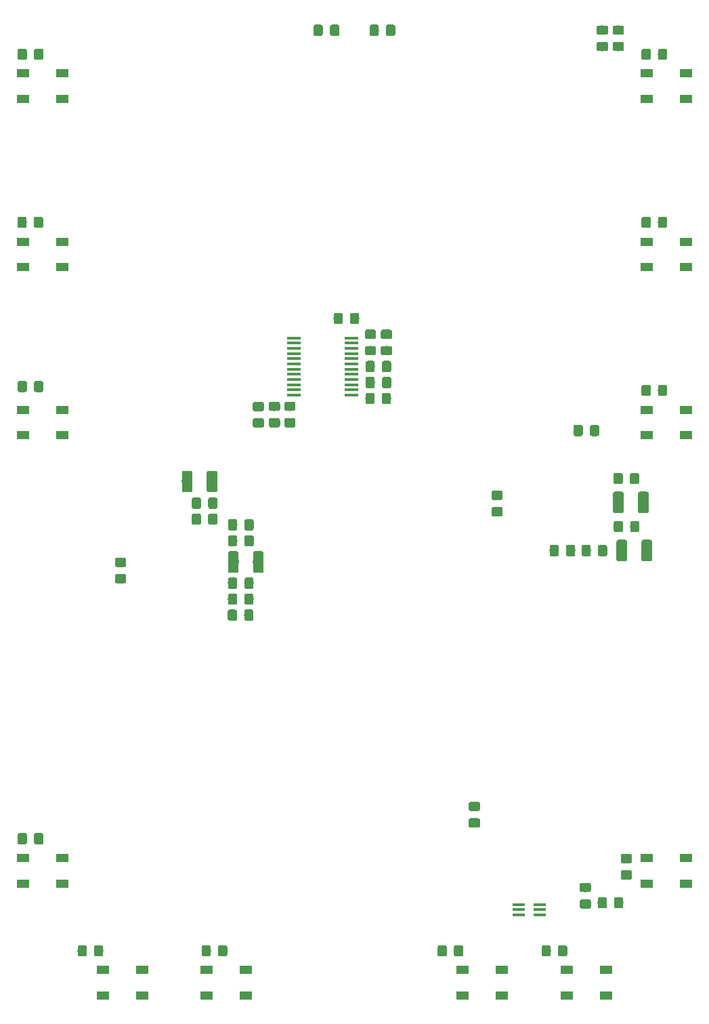
<source format=gtp>
%TF.GenerationSoftware,KiCad,Pcbnew,5.0.2+dfsg1-1*%
%TF.CreationDate,2022-01-02T18:45:16-08:00*%
%TF.ProjectId,brains,62726169-6e73-42e6-9b69-6361645f7063,rev?*%
%TF.SameCoordinates,Original*%
%TF.FileFunction,Paste,Top*%
%TF.FilePolarity,Positive*%
%FSLAX46Y46*%
G04 Gerber Fmt 4.6, Leading zero omitted, Abs format (unit mm)*
G04 Created by KiCad (PCBNEW 5.0.2+dfsg1-1) date Sun 02 Jan 2022 06:45:16 PM PST*
%MOMM*%
%LPD*%
G01*
G04 APERTURE LIST*
%ADD10C,0.100000*%
%ADD11C,1.150000*%
%ADD12R,1.750000X0.450000*%
%ADD13R,1.500000X1.000000*%
%ADD14R,1.500000X0.400000*%
%ADD15C,1.325000*%
G04 APERTURE END LIST*
D10*
G36*
X182474505Y-142951204D02*
X182498773Y-142954804D01*
X182522572Y-142960765D01*
X182545671Y-142969030D01*
X182567850Y-142979520D01*
X182588893Y-142992132D01*
X182608599Y-143006747D01*
X182626777Y-143023223D01*
X182643253Y-143041401D01*
X182657868Y-143061107D01*
X182670480Y-143082150D01*
X182680970Y-143104329D01*
X182689235Y-143127428D01*
X182695196Y-143151227D01*
X182698796Y-143175495D01*
X182700000Y-143199999D01*
X182700000Y-143850001D01*
X182698796Y-143874505D01*
X182695196Y-143898773D01*
X182689235Y-143922572D01*
X182680970Y-143945671D01*
X182670480Y-143967850D01*
X182657868Y-143988893D01*
X182643253Y-144008599D01*
X182626777Y-144026777D01*
X182608599Y-144043253D01*
X182588893Y-144057868D01*
X182567850Y-144070480D01*
X182545671Y-144080970D01*
X182522572Y-144089235D01*
X182498773Y-144095196D01*
X182474505Y-144098796D01*
X182450001Y-144100000D01*
X181549999Y-144100000D01*
X181525495Y-144098796D01*
X181501227Y-144095196D01*
X181477428Y-144089235D01*
X181454329Y-144080970D01*
X181432150Y-144070480D01*
X181411107Y-144057868D01*
X181391401Y-144043253D01*
X181373223Y-144026777D01*
X181356747Y-144008599D01*
X181342132Y-143988893D01*
X181329520Y-143967850D01*
X181319030Y-143945671D01*
X181310765Y-143922572D01*
X181304804Y-143898773D01*
X181301204Y-143874505D01*
X181300000Y-143850001D01*
X181300000Y-143199999D01*
X181301204Y-143175495D01*
X181304804Y-143151227D01*
X181310765Y-143127428D01*
X181319030Y-143104329D01*
X181329520Y-143082150D01*
X181342132Y-143061107D01*
X181356747Y-143041401D01*
X181373223Y-143023223D01*
X181391401Y-143006747D01*
X181411107Y-142992132D01*
X181432150Y-142979520D01*
X181454329Y-142969030D01*
X181477428Y-142960765D01*
X181501227Y-142954804D01*
X181525495Y-142951204D01*
X181549999Y-142950000D01*
X182450001Y-142950000D01*
X182474505Y-142951204D01*
X182474505Y-142951204D01*
G37*
D11*
X182000000Y-143525000D03*
D10*
G36*
X182474505Y-140901204D02*
X182498773Y-140904804D01*
X182522572Y-140910765D01*
X182545671Y-140919030D01*
X182567850Y-140929520D01*
X182588893Y-140942132D01*
X182608599Y-140956747D01*
X182626777Y-140973223D01*
X182643253Y-140991401D01*
X182657868Y-141011107D01*
X182670480Y-141032150D01*
X182680970Y-141054329D01*
X182689235Y-141077428D01*
X182695196Y-141101227D01*
X182698796Y-141125495D01*
X182700000Y-141149999D01*
X182700000Y-141800001D01*
X182698796Y-141824505D01*
X182695196Y-141848773D01*
X182689235Y-141872572D01*
X182680970Y-141895671D01*
X182670480Y-141917850D01*
X182657868Y-141938893D01*
X182643253Y-141958599D01*
X182626777Y-141976777D01*
X182608599Y-141993253D01*
X182588893Y-142007868D01*
X182567850Y-142020480D01*
X182545671Y-142030970D01*
X182522572Y-142039235D01*
X182498773Y-142045196D01*
X182474505Y-142048796D01*
X182450001Y-142050000D01*
X181549999Y-142050000D01*
X181525495Y-142048796D01*
X181501227Y-142045196D01*
X181477428Y-142039235D01*
X181454329Y-142030970D01*
X181432150Y-142020480D01*
X181411107Y-142007868D01*
X181391401Y-141993253D01*
X181373223Y-141976777D01*
X181356747Y-141958599D01*
X181342132Y-141938893D01*
X181329520Y-141917850D01*
X181319030Y-141895671D01*
X181310765Y-141872572D01*
X181304804Y-141848773D01*
X181301204Y-141824505D01*
X181300000Y-141800001D01*
X181300000Y-141149999D01*
X181301204Y-141125495D01*
X181304804Y-141101227D01*
X181310765Y-141077428D01*
X181319030Y-141054329D01*
X181329520Y-141032150D01*
X181342132Y-141011107D01*
X181356747Y-140991401D01*
X181373223Y-140973223D01*
X181391401Y-140956747D01*
X181411107Y-140942132D01*
X181432150Y-140929520D01*
X181454329Y-140919030D01*
X181477428Y-140910765D01*
X181501227Y-140904804D01*
X181525495Y-140901204D01*
X181549999Y-140900000D01*
X182450001Y-140900000D01*
X182474505Y-140901204D01*
X182474505Y-140901204D01*
G37*
D11*
X182000000Y-141475000D03*
D12*
X147600000Y-83575000D03*
X147600000Y-82925000D03*
X147600000Y-82275000D03*
X147600000Y-81625000D03*
X147600000Y-80975000D03*
X147600000Y-80325000D03*
X147600000Y-79675000D03*
X147600000Y-79025000D03*
X147600000Y-78375000D03*
X147600000Y-77725000D03*
X147600000Y-77075000D03*
X147600000Y-76425000D03*
X140400000Y-76425000D03*
X140400000Y-77075000D03*
X140400000Y-77725000D03*
X140400000Y-78375000D03*
X140400000Y-79025000D03*
X140400000Y-79675000D03*
X140400000Y-80325000D03*
X140400000Y-80975000D03*
X140400000Y-81625000D03*
X140400000Y-82275000D03*
X140400000Y-82925000D03*
X140400000Y-83575000D03*
D10*
G36*
X150299505Y-83301204D02*
X150323773Y-83304804D01*
X150347572Y-83310765D01*
X150370671Y-83319030D01*
X150392850Y-83329520D01*
X150413893Y-83342132D01*
X150433599Y-83356747D01*
X150451777Y-83373223D01*
X150468253Y-83391401D01*
X150482868Y-83411107D01*
X150495480Y-83432150D01*
X150505970Y-83454329D01*
X150514235Y-83477428D01*
X150520196Y-83501227D01*
X150523796Y-83525495D01*
X150525000Y-83549999D01*
X150525000Y-84450001D01*
X150523796Y-84474505D01*
X150520196Y-84498773D01*
X150514235Y-84522572D01*
X150505970Y-84545671D01*
X150495480Y-84567850D01*
X150482868Y-84588893D01*
X150468253Y-84608599D01*
X150451777Y-84626777D01*
X150433599Y-84643253D01*
X150413893Y-84657868D01*
X150392850Y-84670480D01*
X150370671Y-84680970D01*
X150347572Y-84689235D01*
X150323773Y-84695196D01*
X150299505Y-84698796D01*
X150275001Y-84700000D01*
X149624999Y-84700000D01*
X149600495Y-84698796D01*
X149576227Y-84695196D01*
X149552428Y-84689235D01*
X149529329Y-84680970D01*
X149507150Y-84670480D01*
X149486107Y-84657868D01*
X149466401Y-84643253D01*
X149448223Y-84626777D01*
X149431747Y-84608599D01*
X149417132Y-84588893D01*
X149404520Y-84567850D01*
X149394030Y-84545671D01*
X149385765Y-84522572D01*
X149379804Y-84498773D01*
X149376204Y-84474505D01*
X149375000Y-84450001D01*
X149375000Y-83549999D01*
X149376204Y-83525495D01*
X149379804Y-83501227D01*
X149385765Y-83477428D01*
X149394030Y-83454329D01*
X149404520Y-83432150D01*
X149417132Y-83411107D01*
X149431747Y-83391401D01*
X149448223Y-83373223D01*
X149466401Y-83356747D01*
X149486107Y-83342132D01*
X149507150Y-83329520D01*
X149529329Y-83319030D01*
X149552428Y-83310765D01*
X149576227Y-83304804D01*
X149600495Y-83301204D01*
X149624999Y-83300000D01*
X150275001Y-83300000D01*
X150299505Y-83301204D01*
X150299505Y-83301204D01*
G37*
D11*
X149950000Y-84000000D03*
D10*
G36*
X152349505Y-83301204D02*
X152373773Y-83304804D01*
X152397572Y-83310765D01*
X152420671Y-83319030D01*
X152442850Y-83329520D01*
X152463893Y-83342132D01*
X152483599Y-83356747D01*
X152501777Y-83373223D01*
X152518253Y-83391401D01*
X152532868Y-83411107D01*
X152545480Y-83432150D01*
X152555970Y-83454329D01*
X152564235Y-83477428D01*
X152570196Y-83501227D01*
X152573796Y-83525495D01*
X152575000Y-83549999D01*
X152575000Y-84450001D01*
X152573796Y-84474505D01*
X152570196Y-84498773D01*
X152564235Y-84522572D01*
X152555970Y-84545671D01*
X152545480Y-84567850D01*
X152532868Y-84588893D01*
X152518253Y-84608599D01*
X152501777Y-84626777D01*
X152483599Y-84643253D01*
X152463893Y-84657868D01*
X152442850Y-84670480D01*
X152420671Y-84680970D01*
X152397572Y-84689235D01*
X152373773Y-84695196D01*
X152349505Y-84698796D01*
X152325001Y-84700000D01*
X151674999Y-84700000D01*
X151650495Y-84698796D01*
X151626227Y-84695196D01*
X151602428Y-84689235D01*
X151579329Y-84680970D01*
X151557150Y-84670480D01*
X151536107Y-84657868D01*
X151516401Y-84643253D01*
X151498223Y-84626777D01*
X151481747Y-84608599D01*
X151467132Y-84588893D01*
X151454520Y-84567850D01*
X151444030Y-84545671D01*
X151435765Y-84522572D01*
X151429804Y-84498773D01*
X151426204Y-84474505D01*
X151425000Y-84450001D01*
X151425000Y-83549999D01*
X151426204Y-83525495D01*
X151429804Y-83501227D01*
X151435765Y-83477428D01*
X151444030Y-83454329D01*
X151454520Y-83432150D01*
X151467132Y-83411107D01*
X151481747Y-83391401D01*
X151498223Y-83373223D01*
X151516401Y-83356747D01*
X151536107Y-83342132D01*
X151557150Y-83329520D01*
X151579329Y-83319030D01*
X151602428Y-83310765D01*
X151626227Y-83304804D01*
X151650495Y-83301204D01*
X151674999Y-83300000D01*
X152325001Y-83300000D01*
X152349505Y-83301204D01*
X152349505Y-83301204D01*
G37*
D11*
X152000000Y-84000000D03*
D10*
G36*
X152474505Y-77451204D02*
X152498773Y-77454804D01*
X152522572Y-77460765D01*
X152545671Y-77469030D01*
X152567850Y-77479520D01*
X152588893Y-77492132D01*
X152608599Y-77506747D01*
X152626777Y-77523223D01*
X152643253Y-77541401D01*
X152657868Y-77561107D01*
X152670480Y-77582150D01*
X152680970Y-77604329D01*
X152689235Y-77627428D01*
X152695196Y-77651227D01*
X152698796Y-77675495D01*
X152700000Y-77699999D01*
X152700000Y-78350001D01*
X152698796Y-78374505D01*
X152695196Y-78398773D01*
X152689235Y-78422572D01*
X152680970Y-78445671D01*
X152670480Y-78467850D01*
X152657868Y-78488893D01*
X152643253Y-78508599D01*
X152626777Y-78526777D01*
X152608599Y-78543253D01*
X152588893Y-78557868D01*
X152567850Y-78570480D01*
X152545671Y-78580970D01*
X152522572Y-78589235D01*
X152498773Y-78595196D01*
X152474505Y-78598796D01*
X152450001Y-78600000D01*
X151549999Y-78600000D01*
X151525495Y-78598796D01*
X151501227Y-78595196D01*
X151477428Y-78589235D01*
X151454329Y-78580970D01*
X151432150Y-78570480D01*
X151411107Y-78557868D01*
X151391401Y-78543253D01*
X151373223Y-78526777D01*
X151356747Y-78508599D01*
X151342132Y-78488893D01*
X151329520Y-78467850D01*
X151319030Y-78445671D01*
X151310765Y-78422572D01*
X151304804Y-78398773D01*
X151301204Y-78374505D01*
X151300000Y-78350001D01*
X151300000Y-77699999D01*
X151301204Y-77675495D01*
X151304804Y-77651227D01*
X151310765Y-77627428D01*
X151319030Y-77604329D01*
X151329520Y-77582150D01*
X151342132Y-77561107D01*
X151356747Y-77541401D01*
X151373223Y-77523223D01*
X151391401Y-77506747D01*
X151411107Y-77492132D01*
X151432150Y-77479520D01*
X151454329Y-77469030D01*
X151477428Y-77460765D01*
X151501227Y-77454804D01*
X151525495Y-77451204D01*
X151549999Y-77450000D01*
X152450001Y-77450000D01*
X152474505Y-77451204D01*
X152474505Y-77451204D01*
G37*
D11*
X152000000Y-78025000D03*
D10*
G36*
X152474505Y-75401204D02*
X152498773Y-75404804D01*
X152522572Y-75410765D01*
X152545671Y-75419030D01*
X152567850Y-75429520D01*
X152588893Y-75442132D01*
X152608599Y-75456747D01*
X152626777Y-75473223D01*
X152643253Y-75491401D01*
X152657868Y-75511107D01*
X152670480Y-75532150D01*
X152680970Y-75554329D01*
X152689235Y-75577428D01*
X152695196Y-75601227D01*
X152698796Y-75625495D01*
X152700000Y-75649999D01*
X152700000Y-76300001D01*
X152698796Y-76324505D01*
X152695196Y-76348773D01*
X152689235Y-76372572D01*
X152680970Y-76395671D01*
X152670480Y-76417850D01*
X152657868Y-76438893D01*
X152643253Y-76458599D01*
X152626777Y-76476777D01*
X152608599Y-76493253D01*
X152588893Y-76507868D01*
X152567850Y-76520480D01*
X152545671Y-76530970D01*
X152522572Y-76539235D01*
X152498773Y-76545196D01*
X152474505Y-76548796D01*
X152450001Y-76550000D01*
X151549999Y-76550000D01*
X151525495Y-76548796D01*
X151501227Y-76545196D01*
X151477428Y-76539235D01*
X151454329Y-76530970D01*
X151432150Y-76520480D01*
X151411107Y-76507868D01*
X151391401Y-76493253D01*
X151373223Y-76476777D01*
X151356747Y-76458599D01*
X151342132Y-76438893D01*
X151329520Y-76417850D01*
X151319030Y-76395671D01*
X151310765Y-76372572D01*
X151304804Y-76348773D01*
X151301204Y-76324505D01*
X151300000Y-76300001D01*
X151300000Y-75649999D01*
X151301204Y-75625495D01*
X151304804Y-75601227D01*
X151310765Y-75577428D01*
X151319030Y-75554329D01*
X151329520Y-75532150D01*
X151342132Y-75511107D01*
X151356747Y-75491401D01*
X151373223Y-75473223D01*
X151391401Y-75456747D01*
X151411107Y-75442132D01*
X151432150Y-75429520D01*
X151454329Y-75419030D01*
X151477428Y-75410765D01*
X151501227Y-75404804D01*
X151525495Y-75401204D01*
X151549999Y-75400000D01*
X152450001Y-75400000D01*
X152474505Y-75401204D01*
X152474505Y-75401204D01*
G37*
D11*
X152000000Y-75975000D03*
D10*
G36*
X140394505Y-86451204D02*
X140418773Y-86454804D01*
X140442572Y-86460765D01*
X140465671Y-86469030D01*
X140487850Y-86479520D01*
X140508893Y-86492132D01*
X140528599Y-86506747D01*
X140546777Y-86523223D01*
X140563253Y-86541401D01*
X140577868Y-86561107D01*
X140590480Y-86582150D01*
X140600970Y-86604329D01*
X140609235Y-86627428D01*
X140615196Y-86651227D01*
X140618796Y-86675495D01*
X140620000Y-86699999D01*
X140620000Y-87350001D01*
X140618796Y-87374505D01*
X140615196Y-87398773D01*
X140609235Y-87422572D01*
X140600970Y-87445671D01*
X140590480Y-87467850D01*
X140577868Y-87488893D01*
X140563253Y-87508599D01*
X140546777Y-87526777D01*
X140528599Y-87543253D01*
X140508893Y-87557868D01*
X140487850Y-87570480D01*
X140465671Y-87580970D01*
X140442572Y-87589235D01*
X140418773Y-87595196D01*
X140394505Y-87598796D01*
X140370001Y-87600000D01*
X139469999Y-87600000D01*
X139445495Y-87598796D01*
X139421227Y-87595196D01*
X139397428Y-87589235D01*
X139374329Y-87580970D01*
X139352150Y-87570480D01*
X139331107Y-87557868D01*
X139311401Y-87543253D01*
X139293223Y-87526777D01*
X139276747Y-87508599D01*
X139262132Y-87488893D01*
X139249520Y-87467850D01*
X139239030Y-87445671D01*
X139230765Y-87422572D01*
X139224804Y-87398773D01*
X139221204Y-87374505D01*
X139220000Y-87350001D01*
X139220000Y-86699999D01*
X139221204Y-86675495D01*
X139224804Y-86651227D01*
X139230765Y-86627428D01*
X139239030Y-86604329D01*
X139249520Y-86582150D01*
X139262132Y-86561107D01*
X139276747Y-86541401D01*
X139293223Y-86523223D01*
X139311401Y-86506747D01*
X139331107Y-86492132D01*
X139352150Y-86479520D01*
X139374329Y-86469030D01*
X139397428Y-86460765D01*
X139421227Y-86454804D01*
X139445495Y-86451204D01*
X139469999Y-86450000D01*
X140370001Y-86450000D01*
X140394505Y-86451204D01*
X140394505Y-86451204D01*
G37*
D11*
X139920000Y-87025000D03*
D10*
G36*
X140394505Y-84401204D02*
X140418773Y-84404804D01*
X140442572Y-84410765D01*
X140465671Y-84419030D01*
X140487850Y-84429520D01*
X140508893Y-84442132D01*
X140528599Y-84456747D01*
X140546777Y-84473223D01*
X140563253Y-84491401D01*
X140577868Y-84511107D01*
X140590480Y-84532150D01*
X140600970Y-84554329D01*
X140609235Y-84577428D01*
X140615196Y-84601227D01*
X140618796Y-84625495D01*
X140620000Y-84649999D01*
X140620000Y-85300001D01*
X140618796Y-85324505D01*
X140615196Y-85348773D01*
X140609235Y-85372572D01*
X140600970Y-85395671D01*
X140590480Y-85417850D01*
X140577868Y-85438893D01*
X140563253Y-85458599D01*
X140546777Y-85476777D01*
X140528599Y-85493253D01*
X140508893Y-85507868D01*
X140487850Y-85520480D01*
X140465671Y-85530970D01*
X140442572Y-85539235D01*
X140418773Y-85545196D01*
X140394505Y-85548796D01*
X140370001Y-85550000D01*
X139469999Y-85550000D01*
X139445495Y-85548796D01*
X139421227Y-85545196D01*
X139397428Y-85539235D01*
X139374329Y-85530970D01*
X139352150Y-85520480D01*
X139331107Y-85507868D01*
X139311401Y-85493253D01*
X139293223Y-85476777D01*
X139276747Y-85458599D01*
X139262132Y-85438893D01*
X139249520Y-85417850D01*
X139239030Y-85395671D01*
X139230765Y-85372572D01*
X139224804Y-85348773D01*
X139221204Y-85324505D01*
X139220000Y-85300001D01*
X139220000Y-84649999D01*
X139221204Y-84625495D01*
X139224804Y-84601227D01*
X139230765Y-84577428D01*
X139239030Y-84554329D01*
X139249520Y-84532150D01*
X139262132Y-84511107D01*
X139276747Y-84491401D01*
X139293223Y-84473223D01*
X139311401Y-84456747D01*
X139331107Y-84442132D01*
X139352150Y-84429520D01*
X139374329Y-84419030D01*
X139397428Y-84410765D01*
X139421227Y-84404804D01*
X139445495Y-84401204D01*
X139469999Y-84400000D01*
X140370001Y-84400000D01*
X140394505Y-84401204D01*
X140394505Y-84401204D01*
G37*
D11*
X139920000Y-84975000D03*
D10*
G36*
X138474505Y-86451204D02*
X138498773Y-86454804D01*
X138522572Y-86460765D01*
X138545671Y-86469030D01*
X138567850Y-86479520D01*
X138588893Y-86492132D01*
X138608599Y-86506747D01*
X138626777Y-86523223D01*
X138643253Y-86541401D01*
X138657868Y-86561107D01*
X138670480Y-86582150D01*
X138680970Y-86604329D01*
X138689235Y-86627428D01*
X138695196Y-86651227D01*
X138698796Y-86675495D01*
X138700000Y-86699999D01*
X138700000Y-87350001D01*
X138698796Y-87374505D01*
X138695196Y-87398773D01*
X138689235Y-87422572D01*
X138680970Y-87445671D01*
X138670480Y-87467850D01*
X138657868Y-87488893D01*
X138643253Y-87508599D01*
X138626777Y-87526777D01*
X138608599Y-87543253D01*
X138588893Y-87557868D01*
X138567850Y-87570480D01*
X138545671Y-87580970D01*
X138522572Y-87589235D01*
X138498773Y-87595196D01*
X138474505Y-87598796D01*
X138450001Y-87600000D01*
X137549999Y-87600000D01*
X137525495Y-87598796D01*
X137501227Y-87595196D01*
X137477428Y-87589235D01*
X137454329Y-87580970D01*
X137432150Y-87570480D01*
X137411107Y-87557868D01*
X137391401Y-87543253D01*
X137373223Y-87526777D01*
X137356747Y-87508599D01*
X137342132Y-87488893D01*
X137329520Y-87467850D01*
X137319030Y-87445671D01*
X137310765Y-87422572D01*
X137304804Y-87398773D01*
X137301204Y-87374505D01*
X137300000Y-87350001D01*
X137300000Y-86699999D01*
X137301204Y-86675495D01*
X137304804Y-86651227D01*
X137310765Y-86627428D01*
X137319030Y-86604329D01*
X137329520Y-86582150D01*
X137342132Y-86561107D01*
X137356747Y-86541401D01*
X137373223Y-86523223D01*
X137391401Y-86506747D01*
X137411107Y-86492132D01*
X137432150Y-86479520D01*
X137454329Y-86469030D01*
X137477428Y-86460765D01*
X137501227Y-86454804D01*
X137525495Y-86451204D01*
X137549999Y-86450000D01*
X138450001Y-86450000D01*
X138474505Y-86451204D01*
X138474505Y-86451204D01*
G37*
D11*
X138000000Y-87025000D03*
D10*
G36*
X138474505Y-84401204D02*
X138498773Y-84404804D01*
X138522572Y-84410765D01*
X138545671Y-84419030D01*
X138567850Y-84429520D01*
X138588893Y-84442132D01*
X138608599Y-84456747D01*
X138626777Y-84473223D01*
X138643253Y-84491401D01*
X138657868Y-84511107D01*
X138670480Y-84532150D01*
X138680970Y-84554329D01*
X138689235Y-84577428D01*
X138695196Y-84601227D01*
X138698796Y-84625495D01*
X138700000Y-84649999D01*
X138700000Y-85300001D01*
X138698796Y-85324505D01*
X138695196Y-85348773D01*
X138689235Y-85372572D01*
X138680970Y-85395671D01*
X138670480Y-85417850D01*
X138657868Y-85438893D01*
X138643253Y-85458599D01*
X138626777Y-85476777D01*
X138608599Y-85493253D01*
X138588893Y-85507868D01*
X138567850Y-85520480D01*
X138545671Y-85530970D01*
X138522572Y-85539235D01*
X138498773Y-85545196D01*
X138474505Y-85548796D01*
X138450001Y-85550000D01*
X137549999Y-85550000D01*
X137525495Y-85548796D01*
X137501227Y-85545196D01*
X137477428Y-85539235D01*
X137454329Y-85530970D01*
X137432150Y-85520480D01*
X137411107Y-85507868D01*
X137391401Y-85493253D01*
X137373223Y-85476777D01*
X137356747Y-85458599D01*
X137342132Y-85438893D01*
X137329520Y-85417850D01*
X137319030Y-85395671D01*
X137310765Y-85372572D01*
X137304804Y-85348773D01*
X137301204Y-85324505D01*
X137300000Y-85300001D01*
X137300000Y-84649999D01*
X137301204Y-84625495D01*
X137304804Y-84601227D01*
X137310765Y-84577428D01*
X137319030Y-84554329D01*
X137329520Y-84532150D01*
X137342132Y-84511107D01*
X137356747Y-84491401D01*
X137373223Y-84473223D01*
X137391401Y-84456747D01*
X137411107Y-84442132D01*
X137432150Y-84429520D01*
X137454329Y-84419030D01*
X137477428Y-84410765D01*
X137501227Y-84404804D01*
X137525495Y-84401204D01*
X137549999Y-84400000D01*
X138450001Y-84400000D01*
X138474505Y-84401204D01*
X138474505Y-84401204D01*
G37*
D11*
X138000000Y-84975000D03*
D10*
G36*
X181474505Y-37401204D02*
X181498773Y-37404804D01*
X181522572Y-37410765D01*
X181545671Y-37419030D01*
X181567850Y-37429520D01*
X181588893Y-37442132D01*
X181608599Y-37456747D01*
X181626777Y-37473223D01*
X181643253Y-37491401D01*
X181657868Y-37511107D01*
X181670480Y-37532150D01*
X181680970Y-37554329D01*
X181689235Y-37577428D01*
X181695196Y-37601227D01*
X181698796Y-37625495D01*
X181700000Y-37649999D01*
X181700000Y-38300001D01*
X181698796Y-38324505D01*
X181695196Y-38348773D01*
X181689235Y-38372572D01*
X181680970Y-38395671D01*
X181670480Y-38417850D01*
X181657868Y-38438893D01*
X181643253Y-38458599D01*
X181626777Y-38476777D01*
X181608599Y-38493253D01*
X181588893Y-38507868D01*
X181567850Y-38520480D01*
X181545671Y-38530970D01*
X181522572Y-38539235D01*
X181498773Y-38545196D01*
X181474505Y-38548796D01*
X181450001Y-38550000D01*
X180549999Y-38550000D01*
X180525495Y-38548796D01*
X180501227Y-38545196D01*
X180477428Y-38539235D01*
X180454329Y-38530970D01*
X180432150Y-38520480D01*
X180411107Y-38507868D01*
X180391401Y-38493253D01*
X180373223Y-38476777D01*
X180356747Y-38458599D01*
X180342132Y-38438893D01*
X180329520Y-38417850D01*
X180319030Y-38395671D01*
X180310765Y-38372572D01*
X180304804Y-38348773D01*
X180301204Y-38324505D01*
X180300000Y-38300001D01*
X180300000Y-37649999D01*
X180301204Y-37625495D01*
X180304804Y-37601227D01*
X180310765Y-37577428D01*
X180319030Y-37554329D01*
X180329520Y-37532150D01*
X180342132Y-37511107D01*
X180356747Y-37491401D01*
X180373223Y-37473223D01*
X180391401Y-37456747D01*
X180411107Y-37442132D01*
X180432150Y-37429520D01*
X180454329Y-37419030D01*
X180477428Y-37410765D01*
X180501227Y-37404804D01*
X180525495Y-37401204D01*
X180549999Y-37400000D01*
X181450001Y-37400000D01*
X181474505Y-37401204D01*
X181474505Y-37401204D01*
G37*
D11*
X181000000Y-37975000D03*
D10*
G36*
X181474505Y-39451204D02*
X181498773Y-39454804D01*
X181522572Y-39460765D01*
X181545671Y-39469030D01*
X181567850Y-39479520D01*
X181588893Y-39492132D01*
X181608599Y-39506747D01*
X181626777Y-39523223D01*
X181643253Y-39541401D01*
X181657868Y-39561107D01*
X181670480Y-39582150D01*
X181680970Y-39604329D01*
X181689235Y-39627428D01*
X181695196Y-39651227D01*
X181698796Y-39675495D01*
X181700000Y-39699999D01*
X181700000Y-40350001D01*
X181698796Y-40374505D01*
X181695196Y-40398773D01*
X181689235Y-40422572D01*
X181680970Y-40445671D01*
X181670480Y-40467850D01*
X181657868Y-40488893D01*
X181643253Y-40508599D01*
X181626777Y-40526777D01*
X181608599Y-40543253D01*
X181588893Y-40557868D01*
X181567850Y-40570480D01*
X181545671Y-40580970D01*
X181522572Y-40589235D01*
X181498773Y-40595196D01*
X181474505Y-40598796D01*
X181450001Y-40600000D01*
X180549999Y-40600000D01*
X180525495Y-40598796D01*
X180501227Y-40595196D01*
X180477428Y-40589235D01*
X180454329Y-40580970D01*
X180432150Y-40570480D01*
X180411107Y-40557868D01*
X180391401Y-40543253D01*
X180373223Y-40526777D01*
X180356747Y-40508599D01*
X180342132Y-40488893D01*
X180329520Y-40467850D01*
X180319030Y-40445671D01*
X180310765Y-40422572D01*
X180304804Y-40398773D01*
X180301204Y-40374505D01*
X180300000Y-40350001D01*
X180300000Y-39699999D01*
X180301204Y-39675495D01*
X180304804Y-39651227D01*
X180310765Y-39627428D01*
X180319030Y-39604329D01*
X180329520Y-39582150D01*
X180342132Y-39561107D01*
X180356747Y-39541401D01*
X180373223Y-39523223D01*
X180391401Y-39506747D01*
X180411107Y-39492132D01*
X180432150Y-39479520D01*
X180454329Y-39469030D01*
X180477428Y-39460765D01*
X180501227Y-39454804D01*
X180525495Y-39451204D01*
X180549999Y-39450000D01*
X181450001Y-39450000D01*
X181474505Y-39451204D01*
X181474505Y-39451204D01*
G37*
D11*
X181000000Y-40025000D03*
D10*
G36*
X135169505Y-108371204D02*
X135193773Y-108374804D01*
X135217572Y-108380765D01*
X135240671Y-108389030D01*
X135262850Y-108399520D01*
X135283893Y-108412132D01*
X135303599Y-108426747D01*
X135321777Y-108443223D01*
X135338253Y-108461401D01*
X135352868Y-108481107D01*
X135365480Y-108502150D01*
X135375970Y-108524329D01*
X135384235Y-108547428D01*
X135390196Y-108571227D01*
X135393796Y-108595495D01*
X135395000Y-108619999D01*
X135395000Y-109520001D01*
X135393796Y-109544505D01*
X135390196Y-109568773D01*
X135384235Y-109592572D01*
X135375970Y-109615671D01*
X135365480Y-109637850D01*
X135352868Y-109658893D01*
X135338253Y-109678599D01*
X135321777Y-109696777D01*
X135303599Y-109713253D01*
X135283893Y-109727868D01*
X135262850Y-109740480D01*
X135240671Y-109750970D01*
X135217572Y-109759235D01*
X135193773Y-109765196D01*
X135169505Y-109768796D01*
X135145001Y-109770000D01*
X134494999Y-109770000D01*
X134470495Y-109768796D01*
X134446227Y-109765196D01*
X134422428Y-109759235D01*
X134399329Y-109750970D01*
X134377150Y-109740480D01*
X134356107Y-109727868D01*
X134336401Y-109713253D01*
X134318223Y-109696777D01*
X134301747Y-109678599D01*
X134287132Y-109658893D01*
X134274520Y-109637850D01*
X134264030Y-109615671D01*
X134255765Y-109592572D01*
X134249804Y-109568773D01*
X134246204Y-109544505D01*
X134245000Y-109520001D01*
X134245000Y-108619999D01*
X134246204Y-108595495D01*
X134249804Y-108571227D01*
X134255765Y-108547428D01*
X134264030Y-108524329D01*
X134274520Y-108502150D01*
X134287132Y-108481107D01*
X134301747Y-108461401D01*
X134318223Y-108443223D01*
X134336401Y-108426747D01*
X134356107Y-108412132D01*
X134377150Y-108399520D01*
X134399329Y-108389030D01*
X134422428Y-108380765D01*
X134446227Y-108374804D01*
X134470495Y-108371204D01*
X134494999Y-108370000D01*
X135145001Y-108370000D01*
X135169505Y-108371204D01*
X135169505Y-108371204D01*
G37*
D11*
X134820000Y-109070000D03*
D10*
G36*
X133119505Y-108371204D02*
X133143773Y-108374804D01*
X133167572Y-108380765D01*
X133190671Y-108389030D01*
X133212850Y-108399520D01*
X133233893Y-108412132D01*
X133253599Y-108426747D01*
X133271777Y-108443223D01*
X133288253Y-108461401D01*
X133302868Y-108481107D01*
X133315480Y-108502150D01*
X133325970Y-108524329D01*
X133334235Y-108547428D01*
X133340196Y-108571227D01*
X133343796Y-108595495D01*
X133345000Y-108619999D01*
X133345000Y-109520001D01*
X133343796Y-109544505D01*
X133340196Y-109568773D01*
X133334235Y-109592572D01*
X133325970Y-109615671D01*
X133315480Y-109637850D01*
X133302868Y-109658893D01*
X133288253Y-109678599D01*
X133271777Y-109696777D01*
X133253599Y-109713253D01*
X133233893Y-109727868D01*
X133212850Y-109740480D01*
X133190671Y-109750970D01*
X133167572Y-109759235D01*
X133143773Y-109765196D01*
X133119505Y-109768796D01*
X133095001Y-109770000D01*
X132444999Y-109770000D01*
X132420495Y-109768796D01*
X132396227Y-109765196D01*
X132372428Y-109759235D01*
X132349329Y-109750970D01*
X132327150Y-109740480D01*
X132306107Y-109727868D01*
X132286401Y-109713253D01*
X132268223Y-109696777D01*
X132251747Y-109678599D01*
X132237132Y-109658893D01*
X132224520Y-109637850D01*
X132214030Y-109615671D01*
X132205765Y-109592572D01*
X132199804Y-109568773D01*
X132196204Y-109544505D01*
X132195000Y-109520001D01*
X132195000Y-108619999D01*
X132196204Y-108595495D01*
X132199804Y-108571227D01*
X132205765Y-108547428D01*
X132214030Y-108524329D01*
X132224520Y-108502150D01*
X132237132Y-108481107D01*
X132251747Y-108461401D01*
X132268223Y-108443223D01*
X132286401Y-108426747D01*
X132306107Y-108412132D01*
X132327150Y-108399520D01*
X132349329Y-108389030D01*
X132372428Y-108380765D01*
X132396227Y-108374804D01*
X132420495Y-108371204D01*
X132444999Y-108370000D01*
X133095001Y-108370000D01*
X133119505Y-108371204D01*
X133119505Y-108371204D01*
G37*
D11*
X132770000Y-109070000D03*
D10*
G36*
X184824505Y-82301204D02*
X184848773Y-82304804D01*
X184872572Y-82310765D01*
X184895671Y-82319030D01*
X184917850Y-82329520D01*
X184938893Y-82342132D01*
X184958599Y-82356747D01*
X184976777Y-82373223D01*
X184993253Y-82391401D01*
X185007868Y-82411107D01*
X185020480Y-82432150D01*
X185030970Y-82454329D01*
X185039235Y-82477428D01*
X185045196Y-82501227D01*
X185048796Y-82525495D01*
X185050000Y-82549999D01*
X185050000Y-83450001D01*
X185048796Y-83474505D01*
X185045196Y-83498773D01*
X185039235Y-83522572D01*
X185030970Y-83545671D01*
X185020480Y-83567850D01*
X185007868Y-83588893D01*
X184993253Y-83608599D01*
X184976777Y-83626777D01*
X184958599Y-83643253D01*
X184938893Y-83657868D01*
X184917850Y-83670480D01*
X184895671Y-83680970D01*
X184872572Y-83689235D01*
X184848773Y-83695196D01*
X184824505Y-83698796D01*
X184800001Y-83700000D01*
X184149999Y-83700000D01*
X184125495Y-83698796D01*
X184101227Y-83695196D01*
X184077428Y-83689235D01*
X184054329Y-83680970D01*
X184032150Y-83670480D01*
X184011107Y-83657868D01*
X183991401Y-83643253D01*
X183973223Y-83626777D01*
X183956747Y-83608599D01*
X183942132Y-83588893D01*
X183929520Y-83567850D01*
X183919030Y-83545671D01*
X183910765Y-83522572D01*
X183904804Y-83498773D01*
X183901204Y-83474505D01*
X183900000Y-83450001D01*
X183900000Y-82549999D01*
X183901204Y-82525495D01*
X183904804Y-82501227D01*
X183910765Y-82477428D01*
X183919030Y-82454329D01*
X183929520Y-82432150D01*
X183942132Y-82411107D01*
X183956747Y-82391401D01*
X183973223Y-82373223D01*
X183991401Y-82356747D01*
X184011107Y-82342132D01*
X184032150Y-82329520D01*
X184054329Y-82319030D01*
X184077428Y-82310765D01*
X184101227Y-82304804D01*
X184125495Y-82301204D01*
X184149999Y-82300000D01*
X184800001Y-82300000D01*
X184824505Y-82301204D01*
X184824505Y-82301204D01*
G37*
D11*
X184475000Y-83000000D03*
D10*
G36*
X186874505Y-82301204D02*
X186898773Y-82304804D01*
X186922572Y-82310765D01*
X186945671Y-82319030D01*
X186967850Y-82329520D01*
X186988893Y-82342132D01*
X187008599Y-82356747D01*
X187026777Y-82373223D01*
X187043253Y-82391401D01*
X187057868Y-82411107D01*
X187070480Y-82432150D01*
X187080970Y-82454329D01*
X187089235Y-82477428D01*
X187095196Y-82501227D01*
X187098796Y-82525495D01*
X187100000Y-82549999D01*
X187100000Y-83450001D01*
X187098796Y-83474505D01*
X187095196Y-83498773D01*
X187089235Y-83522572D01*
X187080970Y-83545671D01*
X187070480Y-83567850D01*
X187057868Y-83588893D01*
X187043253Y-83608599D01*
X187026777Y-83626777D01*
X187008599Y-83643253D01*
X186988893Y-83657868D01*
X186967850Y-83670480D01*
X186945671Y-83680970D01*
X186922572Y-83689235D01*
X186898773Y-83695196D01*
X186874505Y-83698796D01*
X186850001Y-83700000D01*
X186199999Y-83700000D01*
X186175495Y-83698796D01*
X186151227Y-83695196D01*
X186127428Y-83689235D01*
X186104329Y-83680970D01*
X186082150Y-83670480D01*
X186061107Y-83657868D01*
X186041401Y-83643253D01*
X186023223Y-83626777D01*
X186006747Y-83608599D01*
X185992132Y-83588893D01*
X185979520Y-83567850D01*
X185969030Y-83545671D01*
X185960765Y-83522572D01*
X185954804Y-83498773D01*
X185951204Y-83474505D01*
X185950000Y-83450001D01*
X185950000Y-82549999D01*
X185951204Y-82525495D01*
X185954804Y-82501227D01*
X185960765Y-82477428D01*
X185969030Y-82454329D01*
X185979520Y-82432150D01*
X185992132Y-82411107D01*
X186006747Y-82391401D01*
X186023223Y-82373223D01*
X186041401Y-82356747D01*
X186061107Y-82342132D01*
X186082150Y-82329520D01*
X186104329Y-82319030D01*
X186127428Y-82310765D01*
X186151227Y-82304804D01*
X186175495Y-82301204D01*
X186199999Y-82300000D01*
X186850001Y-82300000D01*
X186874505Y-82301204D01*
X186874505Y-82301204D01*
G37*
D11*
X186525000Y-83000000D03*
D10*
G36*
X150474505Y-77451204D02*
X150498773Y-77454804D01*
X150522572Y-77460765D01*
X150545671Y-77469030D01*
X150567850Y-77479520D01*
X150588893Y-77492132D01*
X150608599Y-77506747D01*
X150626777Y-77523223D01*
X150643253Y-77541401D01*
X150657868Y-77561107D01*
X150670480Y-77582150D01*
X150680970Y-77604329D01*
X150689235Y-77627428D01*
X150695196Y-77651227D01*
X150698796Y-77675495D01*
X150700000Y-77699999D01*
X150700000Y-78350001D01*
X150698796Y-78374505D01*
X150695196Y-78398773D01*
X150689235Y-78422572D01*
X150680970Y-78445671D01*
X150670480Y-78467850D01*
X150657868Y-78488893D01*
X150643253Y-78508599D01*
X150626777Y-78526777D01*
X150608599Y-78543253D01*
X150588893Y-78557868D01*
X150567850Y-78570480D01*
X150545671Y-78580970D01*
X150522572Y-78589235D01*
X150498773Y-78595196D01*
X150474505Y-78598796D01*
X150450001Y-78600000D01*
X149549999Y-78600000D01*
X149525495Y-78598796D01*
X149501227Y-78595196D01*
X149477428Y-78589235D01*
X149454329Y-78580970D01*
X149432150Y-78570480D01*
X149411107Y-78557868D01*
X149391401Y-78543253D01*
X149373223Y-78526777D01*
X149356747Y-78508599D01*
X149342132Y-78488893D01*
X149329520Y-78467850D01*
X149319030Y-78445671D01*
X149310765Y-78422572D01*
X149304804Y-78398773D01*
X149301204Y-78374505D01*
X149300000Y-78350001D01*
X149300000Y-77699999D01*
X149301204Y-77675495D01*
X149304804Y-77651227D01*
X149310765Y-77627428D01*
X149319030Y-77604329D01*
X149329520Y-77582150D01*
X149342132Y-77561107D01*
X149356747Y-77541401D01*
X149373223Y-77523223D01*
X149391401Y-77506747D01*
X149411107Y-77492132D01*
X149432150Y-77479520D01*
X149454329Y-77469030D01*
X149477428Y-77460765D01*
X149501227Y-77454804D01*
X149525495Y-77451204D01*
X149549999Y-77450000D01*
X150450001Y-77450000D01*
X150474505Y-77451204D01*
X150474505Y-77451204D01*
G37*
D11*
X150000000Y-78025000D03*
D10*
G36*
X150474505Y-75401204D02*
X150498773Y-75404804D01*
X150522572Y-75410765D01*
X150545671Y-75419030D01*
X150567850Y-75429520D01*
X150588893Y-75442132D01*
X150608599Y-75456747D01*
X150626777Y-75473223D01*
X150643253Y-75491401D01*
X150657868Y-75511107D01*
X150670480Y-75532150D01*
X150680970Y-75554329D01*
X150689235Y-75577428D01*
X150695196Y-75601227D01*
X150698796Y-75625495D01*
X150700000Y-75649999D01*
X150700000Y-76300001D01*
X150698796Y-76324505D01*
X150695196Y-76348773D01*
X150689235Y-76372572D01*
X150680970Y-76395671D01*
X150670480Y-76417850D01*
X150657868Y-76438893D01*
X150643253Y-76458599D01*
X150626777Y-76476777D01*
X150608599Y-76493253D01*
X150588893Y-76507868D01*
X150567850Y-76520480D01*
X150545671Y-76530970D01*
X150522572Y-76539235D01*
X150498773Y-76545196D01*
X150474505Y-76548796D01*
X150450001Y-76550000D01*
X149549999Y-76550000D01*
X149525495Y-76548796D01*
X149501227Y-76545196D01*
X149477428Y-76539235D01*
X149454329Y-76530970D01*
X149432150Y-76520480D01*
X149411107Y-76507868D01*
X149391401Y-76493253D01*
X149373223Y-76476777D01*
X149356747Y-76458599D01*
X149342132Y-76438893D01*
X149329520Y-76417850D01*
X149319030Y-76395671D01*
X149310765Y-76372572D01*
X149304804Y-76348773D01*
X149301204Y-76324505D01*
X149300000Y-76300001D01*
X149300000Y-75649999D01*
X149301204Y-75625495D01*
X149304804Y-75601227D01*
X149310765Y-75577428D01*
X149319030Y-75554329D01*
X149329520Y-75532150D01*
X149342132Y-75511107D01*
X149356747Y-75491401D01*
X149373223Y-75473223D01*
X149391401Y-75456747D01*
X149411107Y-75442132D01*
X149432150Y-75429520D01*
X149454329Y-75419030D01*
X149477428Y-75410765D01*
X149501227Y-75404804D01*
X149525495Y-75401204D01*
X149549999Y-75400000D01*
X150450001Y-75400000D01*
X150474505Y-75401204D01*
X150474505Y-75401204D01*
G37*
D11*
X150000000Y-75975000D03*
D10*
G36*
X179374505Y-102301204D02*
X179398773Y-102304804D01*
X179422572Y-102310765D01*
X179445671Y-102319030D01*
X179467850Y-102329520D01*
X179488893Y-102342132D01*
X179508599Y-102356747D01*
X179526777Y-102373223D01*
X179543253Y-102391401D01*
X179557868Y-102411107D01*
X179570480Y-102432150D01*
X179580970Y-102454329D01*
X179589235Y-102477428D01*
X179595196Y-102501227D01*
X179598796Y-102525495D01*
X179600000Y-102549999D01*
X179600000Y-103450001D01*
X179598796Y-103474505D01*
X179595196Y-103498773D01*
X179589235Y-103522572D01*
X179580970Y-103545671D01*
X179570480Y-103567850D01*
X179557868Y-103588893D01*
X179543253Y-103608599D01*
X179526777Y-103626777D01*
X179508599Y-103643253D01*
X179488893Y-103657868D01*
X179467850Y-103670480D01*
X179445671Y-103680970D01*
X179422572Y-103689235D01*
X179398773Y-103695196D01*
X179374505Y-103698796D01*
X179350001Y-103700000D01*
X178699999Y-103700000D01*
X178675495Y-103698796D01*
X178651227Y-103695196D01*
X178627428Y-103689235D01*
X178604329Y-103680970D01*
X178582150Y-103670480D01*
X178561107Y-103657868D01*
X178541401Y-103643253D01*
X178523223Y-103626777D01*
X178506747Y-103608599D01*
X178492132Y-103588893D01*
X178479520Y-103567850D01*
X178469030Y-103545671D01*
X178460765Y-103522572D01*
X178454804Y-103498773D01*
X178451204Y-103474505D01*
X178450000Y-103450001D01*
X178450000Y-102549999D01*
X178451204Y-102525495D01*
X178454804Y-102501227D01*
X178460765Y-102477428D01*
X178469030Y-102454329D01*
X178479520Y-102432150D01*
X178492132Y-102411107D01*
X178506747Y-102391401D01*
X178523223Y-102373223D01*
X178541401Y-102356747D01*
X178561107Y-102342132D01*
X178582150Y-102329520D01*
X178604329Y-102319030D01*
X178627428Y-102310765D01*
X178651227Y-102304804D01*
X178675495Y-102301204D01*
X178699999Y-102300000D01*
X179350001Y-102300000D01*
X179374505Y-102301204D01*
X179374505Y-102301204D01*
G37*
D11*
X179025000Y-103000000D03*
D10*
G36*
X177324505Y-102301204D02*
X177348773Y-102304804D01*
X177372572Y-102310765D01*
X177395671Y-102319030D01*
X177417850Y-102329520D01*
X177438893Y-102342132D01*
X177458599Y-102356747D01*
X177476777Y-102373223D01*
X177493253Y-102391401D01*
X177507868Y-102411107D01*
X177520480Y-102432150D01*
X177530970Y-102454329D01*
X177539235Y-102477428D01*
X177545196Y-102501227D01*
X177548796Y-102525495D01*
X177550000Y-102549999D01*
X177550000Y-103450001D01*
X177548796Y-103474505D01*
X177545196Y-103498773D01*
X177539235Y-103522572D01*
X177530970Y-103545671D01*
X177520480Y-103567850D01*
X177507868Y-103588893D01*
X177493253Y-103608599D01*
X177476777Y-103626777D01*
X177458599Y-103643253D01*
X177438893Y-103657868D01*
X177417850Y-103670480D01*
X177395671Y-103680970D01*
X177372572Y-103689235D01*
X177348773Y-103695196D01*
X177324505Y-103698796D01*
X177300001Y-103700000D01*
X176649999Y-103700000D01*
X176625495Y-103698796D01*
X176601227Y-103695196D01*
X176577428Y-103689235D01*
X176554329Y-103680970D01*
X176532150Y-103670480D01*
X176511107Y-103657868D01*
X176491401Y-103643253D01*
X176473223Y-103626777D01*
X176456747Y-103608599D01*
X176442132Y-103588893D01*
X176429520Y-103567850D01*
X176419030Y-103545671D01*
X176410765Y-103522572D01*
X176404804Y-103498773D01*
X176401204Y-103474505D01*
X176400000Y-103450001D01*
X176400000Y-102549999D01*
X176401204Y-102525495D01*
X176404804Y-102501227D01*
X176410765Y-102477428D01*
X176419030Y-102454329D01*
X176429520Y-102432150D01*
X176442132Y-102411107D01*
X176456747Y-102391401D01*
X176473223Y-102373223D01*
X176491401Y-102356747D01*
X176511107Y-102342132D01*
X176532150Y-102329520D01*
X176554329Y-102319030D01*
X176577428Y-102310765D01*
X176601227Y-102304804D01*
X176625495Y-102301204D01*
X176649999Y-102300000D01*
X177300001Y-102300000D01*
X177324505Y-102301204D01*
X177324505Y-102301204D01*
G37*
D11*
X176975000Y-103000000D03*
D10*
G36*
X135169505Y-106371204D02*
X135193773Y-106374804D01*
X135217572Y-106380765D01*
X135240671Y-106389030D01*
X135262850Y-106399520D01*
X135283893Y-106412132D01*
X135303599Y-106426747D01*
X135321777Y-106443223D01*
X135338253Y-106461401D01*
X135352868Y-106481107D01*
X135365480Y-106502150D01*
X135375970Y-106524329D01*
X135384235Y-106547428D01*
X135390196Y-106571227D01*
X135393796Y-106595495D01*
X135395000Y-106619999D01*
X135395000Y-107520001D01*
X135393796Y-107544505D01*
X135390196Y-107568773D01*
X135384235Y-107592572D01*
X135375970Y-107615671D01*
X135365480Y-107637850D01*
X135352868Y-107658893D01*
X135338253Y-107678599D01*
X135321777Y-107696777D01*
X135303599Y-107713253D01*
X135283893Y-107727868D01*
X135262850Y-107740480D01*
X135240671Y-107750970D01*
X135217572Y-107759235D01*
X135193773Y-107765196D01*
X135169505Y-107768796D01*
X135145001Y-107770000D01*
X134494999Y-107770000D01*
X134470495Y-107768796D01*
X134446227Y-107765196D01*
X134422428Y-107759235D01*
X134399329Y-107750970D01*
X134377150Y-107740480D01*
X134356107Y-107727868D01*
X134336401Y-107713253D01*
X134318223Y-107696777D01*
X134301747Y-107678599D01*
X134287132Y-107658893D01*
X134274520Y-107637850D01*
X134264030Y-107615671D01*
X134255765Y-107592572D01*
X134249804Y-107568773D01*
X134246204Y-107544505D01*
X134245000Y-107520001D01*
X134245000Y-106619999D01*
X134246204Y-106595495D01*
X134249804Y-106571227D01*
X134255765Y-106547428D01*
X134264030Y-106524329D01*
X134274520Y-106502150D01*
X134287132Y-106481107D01*
X134301747Y-106461401D01*
X134318223Y-106443223D01*
X134336401Y-106426747D01*
X134356107Y-106412132D01*
X134377150Y-106399520D01*
X134399329Y-106389030D01*
X134422428Y-106380765D01*
X134446227Y-106374804D01*
X134470495Y-106371204D01*
X134494999Y-106370000D01*
X135145001Y-106370000D01*
X135169505Y-106371204D01*
X135169505Y-106371204D01*
G37*
D11*
X134820000Y-107070000D03*
D10*
G36*
X133119505Y-106371204D02*
X133143773Y-106374804D01*
X133167572Y-106380765D01*
X133190671Y-106389030D01*
X133212850Y-106399520D01*
X133233893Y-106412132D01*
X133253599Y-106426747D01*
X133271777Y-106443223D01*
X133288253Y-106461401D01*
X133302868Y-106481107D01*
X133315480Y-106502150D01*
X133325970Y-106524329D01*
X133334235Y-106547428D01*
X133340196Y-106571227D01*
X133343796Y-106595495D01*
X133345000Y-106619999D01*
X133345000Y-107520001D01*
X133343796Y-107544505D01*
X133340196Y-107568773D01*
X133334235Y-107592572D01*
X133325970Y-107615671D01*
X133315480Y-107637850D01*
X133302868Y-107658893D01*
X133288253Y-107678599D01*
X133271777Y-107696777D01*
X133253599Y-107713253D01*
X133233893Y-107727868D01*
X133212850Y-107740480D01*
X133190671Y-107750970D01*
X133167572Y-107759235D01*
X133143773Y-107765196D01*
X133119505Y-107768796D01*
X133095001Y-107770000D01*
X132444999Y-107770000D01*
X132420495Y-107768796D01*
X132396227Y-107765196D01*
X132372428Y-107759235D01*
X132349329Y-107750970D01*
X132327150Y-107740480D01*
X132306107Y-107727868D01*
X132286401Y-107713253D01*
X132268223Y-107696777D01*
X132251747Y-107678599D01*
X132237132Y-107658893D01*
X132224520Y-107637850D01*
X132214030Y-107615671D01*
X132205765Y-107592572D01*
X132199804Y-107568773D01*
X132196204Y-107544505D01*
X132195000Y-107520001D01*
X132195000Y-106619999D01*
X132196204Y-106595495D01*
X132199804Y-106571227D01*
X132205765Y-106547428D01*
X132214030Y-106524329D01*
X132224520Y-106502150D01*
X132237132Y-106481107D01*
X132251747Y-106461401D01*
X132268223Y-106443223D01*
X132286401Y-106426747D01*
X132306107Y-106412132D01*
X132327150Y-106399520D01*
X132349329Y-106389030D01*
X132372428Y-106380765D01*
X132396227Y-106374804D01*
X132420495Y-106371204D01*
X132444999Y-106370000D01*
X133095001Y-106370000D01*
X133119505Y-106371204D01*
X133119505Y-106371204D01*
G37*
D11*
X132770000Y-107070000D03*
D10*
G36*
X119234505Y-105941204D02*
X119258773Y-105944804D01*
X119282572Y-105950765D01*
X119305671Y-105959030D01*
X119327850Y-105969520D01*
X119348893Y-105982132D01*
X119368599Y-105996747D01*
X119386777Y-106013223D01*
X119403253Y-106031401D01*
X119417868Y-106051107D01*
X119430480Y-106072150D01*
X119440970Y-106094329D01*
X119449235Y-106117428D01*
X119455196Y-106141227D01*
X119458796Y-106165495D01*
X119460000Y-106189999D01*
X119460000Y-106840001D01*
X119458796Y-106864505D01*
X119455196Y-106888773D01*
X119449235Y-106912572D01*
X119440970Y-106935671D01*
X119430480Y-106957850D01*
X119417868Y-106978893D01*
X119403253Y-106998599D01*
X119386777Y-107016777D01*
X119368599Y-107033253D01*
X119348893Y-107047868D01*
X119327850Y-107060480D01*
X119305671Y-107070970D01*
X119282572Y-107079235D01*
X119258773Y-107085196D01*
X119234505Y-107088796D01*
X119210001Y-107090000D01*
X118309999Y-107090000D01*
X118285495Y-107088796D01*
X118261227Y-107085196D01*
X118237428Y-107079235D01*
X118214329Y-107070970D01*
X118192150Y-107060480D01*
X118171107Y-107047868D01*
X118151401Y-107033253D01*
X118133223Y-107016777D01*
X118116747Y-106998599D01*
X118102132Y-106978893D01*
X118089520Y-106957850D01*
X118079030Y-106935671D01*
X118070765Y-106912572D01*
X118064804Y-106888773D01*
X118061204Y-106864505D01*
X118060000Y-106840001D01*
X118060000Y-106189999D01*
X118061204Y-106165495D01*
X118064804Y-106141227D01*
X118070765Y-106117428D01*
X118079030Y-106094329D01*
X118089520Y-106072150D01*
X118102132Y-106051107D01*
X118116747Y-106031401D01*
X118133223Y-106013223D01*
X118151401Y-105996747D01*
X118171107Y-105982132D01*
X118192150Y-105969520D01*
X118214329Y-105959030D01*
X118237428Y-105950765D01*
X118261227Y-105944804D01*
X118285495Y-105941204D01*
X118309999Y-105940000D01*
X119210001Y-105940000D01*
X119234505Y-105941204D01*
X119234505Y-105941204D01*
G37*
D11*
X118760000Y-106515000D03*
D10*
G36*
X119234505Y-103891204D02*
X119258773Y-103894804D01*
X119282572Y-103900765D01*
X119305671Y-103909030D01*
X119327850Y-103919520D01*
X119348893Y-103932132D01*
X119368599Y-103946747D01*
X119386777Y-103963223D01*
X119403253Y-103981401D01*
X119417868Y-104001107D01*
X119430480Y-104022150D01*
X119440970Y-104044329D01*
X119449235Y-104067428D01*
X119455196Y-104091227D01*
X119458796Y-104115495D01*
X119460000Y-104139999D01*
X119460000Y-104790001D01*
X119458796Y-104814505D01*
X119455196Y-104838773D01*
X119449235Y-104862572D01*
X119440970Y-104885671D01*
X119430480Y-104907850D01*
X119417868Y-104928893D01*
X119403253Y-104948599D01*
X119386777Y-104966777D01*
X119368599Y-104983253D01*
X119348893Y-104997868D01*
X119327850Y-105010480D01*
X119305671Y-105020970D01*
X119282572Y-105029235D01*
X119258773Y-105035196D01*
X119234505Y-105038796D01*
X119210001Y-105040000D01*
X118309999Y-105040000D01*
X118285495Y-105038796D01*
X118261227Y-105035196D01*
X118237428Y-105029235D01*
X118214329Y-105020970D01*
X118192150Y-105010480D01*
X118171107Y-104997868D01*
X118151401Y-104983253D01*
X118133223Y-104966777D01*
X118116747Y-104948599D01*
X118102132Y-104928893D01*
X118089520Y-104907850D01*
X118079030Y-104885671D01*
X118070765Y-104862572D01*
X118064804Y-104838773D01*
X118061204Y-104814505D01*
X118060000Y-104790001D01*
X118060000Y-104139999D01*
X118061204Y-104115495D01*
X118064804Y-104091227D01*
X118070765Y-104067428D01*
X118079030Y-104044329D01*
X118089520Y-104022150D01*
X118102132Y-104001107D01*
X118116747Y-103981401D01*
X118133223Y-103963223D01*
X118151401Y-103946747D01*
X118171107Y-103932132D01*
X118192150Y-103919520D01*
X118214329Y-103909030D01*
X118237428Y-103900765D01*
X118261227Y-103894804D01*
X118285495Y-103891204D01*
X118309999Y-103890000D01*
X119210001Y-103890000D01*
X119234505Y-103891204D01*
X119234505Y-103891204D01*
G37*
D11*
X118760000Y-104465000D03*
D10*
G36*
X166314505Y-95511204D02*
X166338773Y-95514804D01*
X166362572Y-95520765D01*
X166385671Y-95529030D01*
X166407850Y-95539520D01*
X166428893Y-95552132D01*
X166448599Y-95566747D01*
X166466777Y-95583223D01*
X166483253Y-95601401D01*
X166497868Y-95621107D01*
X166510480Y-95642150D01*
X166520970Y-95664329D01*
X166529235Y-95687428D01*
X166535196Y-95711227D01*
X166538796Y-95735495D01*
X166540000Y-95759999D01*
X166540000Y-96410001D01*
X166538796Y-96434505D01*
X166535196Y-96458773D01*
X166529235Y-96482572D01*
X166520970Y-96505671D01*
X166510480Y-96527850D01*
X166497868Y-96548893D01*
X166483253Y-96568599D01*
X166466777Y-96586777D01*
X166448599Y-96603253D01*
X166428893Y-96617868D01*
X166407850Y-96630480D01*
X166385671Y-96640970D01*
X166362572Y-96649235D01*
X166338773Y-96655196D01*
X166314505Y-96658796D01*
X166290001Y-96660000D01*
X165389999Y-96660000D01*
X165365495Y-96658796D01*
X165341227Y-96655196D01*
X165317428Y-96649235D01*
X165294329Y-96640970D01*
X165272150Y-96630480D01*
X165251107Y-96617868D01*
X165231401Y-96603253D01*
X165213223Y-96586777D01*
X165196747Y-96568599D01*
X165182132Y-96548893D01*
X165169520Y-96527850D01*
X165159030Y-96505671D01*
X165150765Y-96482572D01*
X165144804Y-96458773D01*
X165141204Y-96434505D01*
X165140000Y-96410001D01*
X165140000Y-95759999D01*
X165141204Y-95735495D01*
X165144804Y-95711227D01*
X165150765Y-95687428D01*
X165159030Y-95664329D01*
X165169520Y-95642150D01*
X165182132Y-95621107D01*
X165196747Y-95601401D01*
X165213223Y-95583223D01*
X165231401Y-95566747D01*
X165251107Y-95552132D01*
X165272150Y-95539520D01*
X165294329Y-95529030D01*
X165317428Y-95520765D01*
X165341227Y-95514804D01*
X165365495Y-95511204D01*
X165389999Y-95510000D01*
X166290001Y-95510000D01*
X166314505Y-95511204D01*
X166314505Y-95511204D01*
G37*
D11*
X165840000Y-96085000D03*
D10*
G36*
X166314505Y-97561204D02*
X166338773Y-97564804D01*
X166362572Y-97570765D01*
X166385671Y-97579030D01*
X166407850Y-97589520D01*
X166428893Y-97602132D01*
X166448599Y-97616747D01*
X166466777Y-97633223D01*
X166483253Y-97651401D01*
X166497868Y-97671107D01*
X166510480Y-97692150D01*
X166520970Y-97714329D01*
X166529235Y-97737428D01*
X166535196Y-97761227D01*
X166538796Y-97785495D01*
X166540000Y-97809999D01*
X166540000Y-98460001D01*
X166538796Y-98484505D01*
X166535196Y-98508773D01*
X166529235Y-98532572D01*
X166520970Y-98555671D01*
X166510480Y-98577850D01*
X166497868Y-98598893D01*
X166483253Y-98618599D01*
X166466777Y-98636777D01*
X166448599Y-98653253D01*
X166428893Y-98667868D01*
X166407850Y-98680480D01*
X166385671Y-98690970D01*
X166362572Y-98699235D01*
X166338773Y-98705196D01*
X166314505Y-98708796D01*
X166290001Y-98710000D01*
X165389999Y-98710000D01*
X165365495Y-98708796D01*
X165341227Y-98705196D01*
X165317428Y-98699235D01*
X165294329Y-98690970D01*
X165272150Y-98680480D01*
X165251107Y-98667868D01*
X165231401Y-98653253D01*
X165213223Y-98636777D01*
X165196747Y-98618599D01*
X165182132Y-98598893D01*
X165169520Y-98577850D01*
X165159030Y-98555671D01*
X165150765Y-98532572D01*
X165144804Y-98508773D01*
X165141204Y-98484505D01*
X165140000Y-98460001D01*
X165140000Y-97809999D01*
X165141204Y-97785495D01*
X165144804Y-97761227D01*
X165150765Y-97737428D01*
X165159030Y-97714329D01*
X165169520Y-97692150D01*
X165182132Y-97671107D01*
X165196747Y-97651401D01*
X165213223Y-97633223D01*
X165231401Y-97616747D01*
X165251107Y-97602132D01*
X165272150Y-97589520D01*
X165294329Y-97579030D01*
X165317428Y-97570765D01*
X165341227Y-97564804D01*
X165365495Y-97561204D01*
X165389999Y-97560000D01*
X166290001Y-97560000D01*
X166314505Y-97561204D01*
X166314505Y-97561204D01*
G37*
D11*
X165840000Y-98135000D03*
D10*
G36*
X128594505Y-98371204D02*
X128618773Y-98374804D01*
X128642572Y-98380765D01*
X128665671Y-98389030D01*
X128687850Y-98399520D01*
X128708893Y-98412132D01*
X128728599Y-98426747D01*
X128746777Y-98443223D01*
X128763253Y-98461401D01*
X128777868Y-98481107D01*
X128790480Y-98502150D01*
X128800970Y-98524329D01*
X128809235Y-98547428D01*
X128815196Y-98571227D01*
X128818796Y-98595495D01*
X128820000Y-98619999D01*
X128820000Y-99520001D01*
X128818796Y-99544505D01*
X128815196Y-99568773D01*
X128809235Y-99592572D01*
X128800970Y-99615671D01*
X128790480Y-99637850D01*
X128777868Y-99658893D01*
X128763253Y-99678599D01*
X128746777Y-99696777D01*
X128728599Y-99713253D01*
X128708893Y-99727868D01*
X128687850Y-99740480D01*
X128665671Y-99750970D01*
X128642572Y-99759235D01*
X128618773Y-99765196D01*
X128594505Y-99768796D01*
X128570001Y-99770000D01*
X127919999Y-99770000D01*
X127895495Y-99768796D01*
X127871227Y-99765196D01*
X127847428Y-99759235D01*
X127824329Y-99750970D01*
X127802150Y-99740480D01*
X127781107Y-99727868D01*
X127761401Y-99713253D01*
X127743223Y-99696777D01*
X127726747Y-99678599D01*
X127712132Y-99658893D01*
X127699520Y-99637850D01*
X127689030Y-99615671D01*
X127680765Y-99592572D01*
X127674804Y-99568773D01*
X127671204Y-99544505D01*
X127670000Y-99520001D01*
X127670000Y-98619999D01*
X127671204Y-98595495D01*
X127674804Y-98571227D01*
X127680765Y-98547428D01*
X127689030Y-98524329D01*
X127699520Y-98502150D01*
X127712132Y-98481107D01*
X127726747Y-98461401D01*
X127743223Y-98443223D01*
X127761401Y-98426747D01*
X127781107Y-98412132D01*
X127802150Y-98399520D01*
X127824329Y-98389030D01*
X127847428Y-98380765D01*
X127871227Y-98374804D01*
X127895495Y-98371204D01*
X127919999Y-98370000D01*
X128570001Y-98370000D01*
X128594505Y-98371204D01*
X128594505Y-98371204D01*
G37*
D11*
X128245000Y-99070000D03*
D10*
G36*
X130644505Y-98371204D02*
X130668773Y-98374804D01*
X130692572Y-98380765D01*
X130715671Y-98389030D01*
X130737850Y-98399520D01*
X130758893Y-98412132D01*
X130778599Y-98426747D01*
X130796777Y-98443223D01*
X130813253Y-98461401D01*
X130827868Y-98481107D01*
X130840480Y-98502150D01*
X130850970Y-98524329D01*
X130859235Y-98547428D01*
X130865196Y-98571227D01*
X130868796Y-98595495D01*
X130870000Y-98619999D01*
X130870000Y-99520001D01*
X130868796Y-99544505D01*
X130865196Y-99568773D01*
X130859235Y-99592572D01*
X130850970Y-99615671D01*
X130840480Y-99637850D01*
X130827868Y-99658893D01*
X130813253Y-99678599D01*
X130796777Y-99696777D01*
X130778599Y-99713253D01*
X130758893Y-99727868D01*
X130737850Y-99740480D01*
X130715671Y-99750970D01*
X130692572Y-99759235D01*
X130668773Y-99765196D01*
X130644505Y-99768796D01*
X130620001Y-99770000D01*
X129969999Y-99770000D01*
X129945495Y-99768796D01*
X129921227Y-99765196D01*
X129897428Y-99759235D01*
X129874329Y-99750970D01*
X129852150Y-99740480D01*
X129831107Y-99727868D01*
X129811401Y-99713253D01*
X129793223Y-99696777D01*
X129776747Y-99678599D01*
X129762132Y-99658893D01*
X129749520Y-99637850D01*
X129739030Y-99615671D01*
X129730765Y-99592572D01*
X129724804Y-99568773D01*
X129721204Y-99544505D01*
X129720000Y-99520001D01*
X129720000Y-98619999D01*
X129721204Y-98595495D01*
X129724804Y-98571227D01*
X129730765Y-98547428D01*
X129739030Y-98524329D01*
X129749520Y-98502150D01*
X129762132Y-98481107D01*
X129776747Y-98461401D01*
X129793223Y-98443223D01*
X129811401Y-98426747D01*
X129831107Y-98412132D01*
X129852150Y-98399520D01*
X129874329Y-98389030D01*
X129897428Y-98380765D01*
X129921227Y-98374804D01*
X129945495Y-98371204D01*
X129969999Y-98370000D01*
X130620001Y-98370000D01*
X130644505Y-98371204D01*
X130644505Y-98371204D01*
G37*
D11*
X130295000Y-99070000D03*
D10*
G36*
X176324505Y-87301204D02*
X176348773Y-87304804D01*
X176372572Y-87310765D01*
X176395671Y-87319030D01*
X176417850Y-87329520D01*
X176438893Y-87342132D01*
X176458599Y-87356747D01*
X176476777Y-87373223D01*
X176493253Y-87391401D01*
X176507868Y-87411107D01*
X176520480Y-87432150D01*
X176530970Y-87454329D01*
X176539235Y-87477428D01*
X176545196Y-87501227D01*
X176548796Y-87525495D01*
X176550000Y-87549999D01*
X176550000Y-88450001D01*
X176548796Y-88474505D01*
X176545196Y-88498773D01*
X176539235Y-88522572D01*
X176530970Y-88545671D01*
X176520480Y-88567850D01*
X176507868Y-88588893D01*
X176493253Y-88608599D01*
X176476777Y-88626777D01*
X176458599Y-88643253D01*
X176438893Y-88657868D01*
X176417850Y-88670480D01*
X176395671Y-88680970D01*
X176372572Y-88689235D01*
X176348773Y-88695196D01*
X176324505Y-88698796D01*
X176300001Y-88700000D01*
X175649999Y-88700000D01*
X175625495Y-88698796D01*
X175601227Y-88695196D01*
X175577428Y-88689235D01*
X175554329Y-88680970D01*
X175532150Y-88670480D01*
X175511107Y-88657868D01*
X175491401Y-88643253D01*
X175473223Y-88626777D01*
X175456747Y-88608599D01*
X175442132Y-88588893D01*
X175429520Y-88567850D01*
X175419030Y-88545671D01*
X175410765Y-88522572D01*
X175404804Y-88498773D01*
X175401204Y-88474505D01*
X175400000Y-88450001D01*
X175400000Y-87549999D01*
X175401204Y-87525495D01*
X175404804Y-87501227D01*
X175410765Y-87477428D01*
X175419030Y-87454329D01*
X175429520Y-87432150D01*
X175442132Y-87411107D01*
X175456747Y-87391401D01*
X175473223Y-87373223D01*
X175491401Y-87356747D01*
X175511107Y-87342132D01*
X175532150Y-87329520D01*
X175554329Y-87319030D01*
X175577428Y-87310765D01*
X175601227Y-87304804D01*
X175625495Y-87301204D01*
X175649999Y-87300000D01*
X176300001Y-87300000D01*
X176324505Y-87301204D01*
X176324505Y-87301204D01*
G37*
D11*
X175975000Y-88000000D03*
D10*
G36*
X178374505Y-87301204D02*
X178398773Y-87304804D01*
X178422572Y-87310765D01*
X178445671Y-87319030D01*
X178467850Y-87329520D01*
X178488893Y-87342132D01*
X178508599Y-87356747D01*
X178526777Y-87373223D01*
X178543253Y-87391401D01*
X178557868Y-87411107D01*
X178570480Y-87432150D01*
X178580970Y-87454329D01*
X178589235Y-87477428D01*
X178595196Y-87501227D01*
X178598796Y-87525495D01*
X178600000Y-87549999D01*
X178600000Y-88450001D01*
X178598796Y-88474505D01*
X178595196Y-88498773D01*
X178589235Y-88522572D01*
X178580970Y-88545671D01*
X178570480Y-88567850D01*
X178557868Y-88588893D01*
X178543253Y-88608599D01*
X178526777Y-88626777D01*
X178508599Y-88643253D01*
X178488893Y-88657868D01*
X178467850Y-88670480D01*
X178445671Y-88680970D01*
X178422572Y-88689235D01*
X178398773Y-88695196D01*
X178374505Y-88698796D01*
X178350001Y-88700000D01*
X177699999Y-88700000D01*
X177675495Y-88698796D01*
X177651227Y-88695196D01*
X177627428Y-88689235D01*
X177604329Y-88680970D01*
X177582150Y-88670480D01*
X177561107Y-88657868D01*
X177541401Y-88643253D01*
X177523223Y-88626777D01*
X177506747Y-88608599D01*
X177492132Y-88588893D01*
X177479520Y-88567850D01*
X177469030Y-88545671D01*
X177460765Y-88522572D01*
X177454804Y-88498773D01*
X177451204Y-88474505D01*
X177450000Y-88450001D01*
X177450000Y-87549999D01*
X177451204Y-87525495D01*
X177454804Y-87501227D01*
X177460765Y-87477428D01*
X177469030Y-87454329D01*
X177479520Y-87432150D01*
X177492132Y-87411107D01*
X177506747Y-87391401D01*
X177523223Y-87373223D01*
X177541401Y-87356747D01*
X177561107Y-87342132D01*
X177582150Y-87329520D01*
X177604329Y-87319030D01*
X177627428Y-87310765D01*
X177651227Y-87304804D01*
X177675495Y-87301204D01*
X177699999Y-87300000D01*
X178350001Y-87300000D01*
X178374505Y-87301204D01*
X178374505Y-87301204D01*
G37*
D11*
X178025000Y-88000000D03*
D10*
G36*
X183399505Y-99301204D02*
X183423773Y-99304804D01*
X183447572Y-99310765D01*
X183470671Y-99319030D01*
X183492850Y-99329520D01*
X183513893Y-99342132D01*
X183533599Y-99356747D01*
X183551777Y-99373223D01*
X183568253Y-99391401D01*
X183582868Y-99411107D01*
X183595480Y-99432150D01*
X183605970Y-99454329D01*
X183614235Y-99477428D01*
X183620196Y-99501227D01*
X183623796Y-99525495D01*
X183625000Y-99549999D01*
X183625000Y-100450001D01*
X183623796Y-100474505D01*
X183620196Y-100498773D01*
X183614235Y-100522572D01*
X183605970Y-100545671D01*
X183595480Y-100567850D01*
X183582868Y-100588893D01*
X183568253Y-100608599D01*
X183551777Y-100626777D01*
X183533599Y-100643253D01*
X183513893Y-100657868D01*
X183492850Y-100670480D01*
X183470671Y-100680970D01*
X183447572Y-100689235D01*
X183423773Y-100695196D01*
X183399505Y-100698796D01*
X183375001Y-100700000D01*
X182724999Y-100700000D01*
X182700495Y-100698796D01*
X182676227Y-100695196D01*
X182652428Y-100689235D01*
X182629329Y-100680970D01*
X182607150Y-100670480D01*
X182586107Y-100657868D01*
X182566401Y-100643253D01*
X182548223Y-100626777D01*
X182531747Y-100608599D01*
X182517132Y-100588893D01*
X182504520Y-100567850D01*
X182494030Y-100545671D01*
X182485765Y-100522572D01*
X182479804Y-100498773D01*
X182476204Y-100474505D01*
X182475000Y-100450001D01*
X182475000Y-99549999D01*
X182476204Y-99525495D01*
X182479804Y-99501227D01*
X182485765Y-99477428D01*
X182494030Y-99454329D01*
X182504520Y-99432150D01*
X182517132Y-99411107D01*
X182531747Y-99391401D01*
X182548223Y-99373223D01*
X182566401Y-99356747D01*
X182586107Y-99342132D01*
X182607150Y-99329520D01*
X182629329Y-99319030D01*
X182652428Y-99310765D01*
X182676227Y-99304804D01*
X182700495Y-99301204D01*
X182724999Y-99300000D01*
X183375001Y-99300000D01*
X183399505Y-99301204D01*
X183399505Y-99301204D01*
G37*
D11*
X183050000Y-100000000D03*
D10*
G36*
X181349505Y-99301204D02*
X181373773Y-99304804D01*
X181397572Y-99310765D01*
X181420671Y-99319030D01*
X181442850Y-99329520D01*
X181463893Y-99342132D01*
X181483599Y-99356747D01*
X181501777Y-99373223D01*
X181518253Y-99391401D01*
X181532868Y-99411107D01*
X181545480Y-99432150D01*
X181555970Y-99454329D01*
X181564235Y-99477428D01*
X181570196Y-99501227D01*
X181573796Y-99525495D01*
X181575000Y-99549999D01*
X181575000Y-100450001D01*
X181573796Y-100474505D01*
X181570196Y-100498773D01*
X181564235Y-100522572D01*
X181555970Y-100545671D01*
X181545480Y-100567850D01*
X181532868Y-100588893D01*
X181518253Y-100608599D01*
X181501777Y-100626777D01*
X181483599Y-100643253D01*
X181463893Y-100657868D01*
X181442850Y-100670480D01*
X181420671Y-100680970D01*
X181397572Y-100689235D01*
X181373773Y-100695196D01*
X181349505Y-100698796D01*
X181325001Y-100700000D01*
X180674999Y-100700000D01*
X180650495Y-100698796D01*
X180626227Y-100695196D01*
X180602428Y-100689235D01*
X180579329Y-100680970D01*
X180557150Y-100670480D01*
X180536107Y-100657868D01*
X180516401Y-100643253D01*
X180498223Y-100626777D01*
X180481747Y-100608599D01*
X180467132Y-100588893D01*
X180454520Y-100567850D01*
X180444030Y-100545671D01*
X180435765Y-100522572D01*
X180429804Y-100498773D01*
X180426204Y-100474505D01*
X180425000Y-100450001D01*
X180425000Y-99549999D01*
X180426204Y-99525495D01*
X180429804Y-99501227D01*
X180435765Y-99477428D01*
X180444030Y-99454329D01*
X180454520Y-99432150D01*
X180467132Y-99411107D01*
X180481747Y-99391401D01*
X180498223Y-99373223D01*
X180516401Y-99356747D01*
X180536107Y-99342132D01*
X180557150Y-99329520D01*
X180579329Y-99319030D01*
X180602428Y-99310765D01*
X180626227Y-99304804D01*
X180650495Y-99301204D01*
X180674999Y-99300000D01*
X181325001Y-99300000D01*
X181349505Y-99301204D01*
X181349505Y-99301204D01*
G37*
D11*
X181000000Y-100000000D03*
D10*
G36*
X183374505Y-93301204D02*
X183398773Y-93304804D01*
X183422572Y-93310765D01*
X183445671Y-93319030D01*
X183467850Y-93329520D01*
X183488893Y-93342132D01*
X183508599Y-93356747D01*
X183526777Y-93373223D01*
X183543253Y-93391401D01*
X183557868Y-93411107D01*
X183570480Y-93432150D01*
X183580970Y-93454329D01*
X183589235Y-93477428D01*
X183595196Y-93501227D01*
X183598796Y-93525495D01*
X183600000Y-93549999D01*
X183600000Y-94450001D01*
X183598796Y-94474505D01*
X183595196Y-94498773D01*
X183589235Y-94522572D01*
X183580970Y-94545671D01*
X183570480Y-94567850D01*
X183557868Y-94588893D01*
X183543253Y-94608599D01*
X183526777Y-94626777D01*
X183508599Y-94643253D01*
X183488893Y-94657868D01*
X183467850Y-94670480D01*
X183445671Y-94680970D01*
X183422572Y-94689235D01*
X183398773Y-94695196D01*
X183374505Y-94698796D01*
X183350001Y-94700000D01*
X182699999Y-94700000D01*
X182675495Y-94698796D01*
X182651227Y-94695196D01*
X182627428Y-94689235D01*
X182604329Y-94680970D01*
X182582150Y-94670480D01*
X182561107Y-94657868D01*
X182541401Y-94643253D01*
X182523223Y-94626777D01*
X182506747Y-94608599D01*
X182492132Y-94588893D01*
X182479520Y-94567850D01*
X182469030Y-94545671D01*
X182460765Y-94522572D01*
X182454804Y-94498773D01*
X182451204Y-94474505D01*
X182450000Y-94450001D01*
X182450000Y-93549999D01*
X182451204Y-93525495D01*
X182454804Y-93501227D01*
X182460765Y-93477428D01*
X182469030Y-93454329D01*
X182479520Y-93432150D01*
X182492132Y-93411107D01*
X182506747Y-93391401D01*
X182523223Y-93373223D01*
X182541401Y-93356747D01*
X182561107Y-93342132D01*
X182582150Y-93329520D01*
X182604329Y-93319030D01*
X182627428Y-93310765D01*
X182651227Y-93304804D01*
X182675495Y-93301204D01*
X182699999Y-93300000D01*
X183350001Y-93300000D01*
X183374505Y-93301204D01*
X183374505Y-93301204D01*
G37*
D11*
X183025000Y-94000000D03*
D10*
G36*
X181324505Y-93301204D02*
X181348773Y-93304804D01*
X181372572Y-93310765D01*
X181395671Y-93319030D01*
X181417850Y-93329520D01*
X181438893Y-93342132D01*
X181458599Y-93356747D01*
X181476777Y-93373223D01*
X181493253Y-93391401D01*
X181507868Y-93411107D01*
X181520480Y-93432150D01*
X181530970Y-93454329D01*
X181539235Y-93477428D01*
X181545196Y-93501227D01*
X181548796Y-93525495D01*
X181550000Y-93549999D01*
X181550000Y-94450001D01*
X181548796Y-94474505D01*
X181545196Y-94498773D01*
X181539235Y-94522572D01*
X181530970Y-94545671D01*
X181520480Y-94567850D01*
X181507868Y-94588893D01*
X181493253Y-94608599D01*
X181476777Y-94626777D01*
X181458599Y-94643253D01*
X181438893Y-94657868D01*
X181417850Y-94670480D01*
X181395671Y-94680970D01*
X181372572Y-94689235D01*
X181348773Y-94695196D01*
X181324505Y-94698796D01*
X181300001Y-94700000D01*
X180649999Y-94700000D01*
X180625495Y-94698796D01*
X180601227Y-94695196D01*
X180577428Y-94689235D01*
X180554329Y-94680970D01*
X180532150Y-94670480D01*
X180511107Y-94657868D01*
X180491401Y-94643253D01*
X180473223Y-94626777D01*
X180456747Y-94608599D01*
X180442132Y-94588893D01*
X180429520Y-94567850D01*
X180419030Y-94545671D01*
X180410765Y-94522572D01*
X180404804Y-94498773D01*
X180401204Y-94474505D01*
X180400000Y-94450001D01*
X180400000Y-93549999D01*
X180401204Y-93525495D01*
X180404804Y-93501227D01*
X180410765Y-93477428D01*
X180419030Y-93454329D01*
X180429520Y-93432150D01*
X180442132Y-93411107D01*
X180456747Y-93391401D01*
X180473223Y-93373223D01*
X180491401Y-93356747D01*
X180511107Y-93342132D01*
X180532150Y-93329520D01*
X180554329Y-93319030D01*
X180577428Y-93310765D01*
X180601227Y-93304804D01*
X180625495Y-93301204D01*
X180649999Y-93300000D01*
X181300001Y-93300000D01*
X181324505Y-93301204D01*
X181324505Y-93301204D01*
G37*
D11*
X180975000Y-94000000D03*
D10*
G36*
X135174505Y-99081204D02*
X135198773Y-99084804D01*
X135222572Y-99090765D01*
X135245671Y-99099030D01*
X135267850Y-99109520D01*
X135288893Y-99122132D01*
X135308599Y-99136747D01*
X135326777Y-99153223D01*
X135343253Y-99171401D01*
X135357868Y-99191107D01*
X135370480Y-99212150D01*
X135380970Y-99234329D01*
X135389235Y-99257428D01*
X135395196Y-99281227D01*
X135398796Y-99305495D01*
X135400000Y-99329999D01*
X135400000Y-100230001D01*
X135398796Y-100254505D01*
X135395196Y-100278773D01*
X135389235Y-100302572D01*
X135380970Y-100325671D01*
X135370480Y-100347850D01*
X135357868Y-100368893D01*
X135343253Y-100388599D01*
X135326777Y-100406777D01*
X135308599Y-100423253D01*
X135288893Y-100437868D01*
X135267850Y-100450480D01*
X135245671Y-100460970D01*
X135222572Y-100469235D01*
X135198773Y-100475196D01*
X135174505Y-100478796D01*
X135150001Y-100480000D01*
X134499999Y-100480000D01*
X134475495Y-100478796D01*
X134451227Y-100475196D01*
X134427428Y-100469235D01*
X134404329Y-100460970D01*
X134382150Y-100450480D01*
X134361107Y-100437868D01*
X134341401Y-100423253D01*
X134323223Y-100406777D01*
X134306747Y-100388599D01*
X134292132Y-100368893D01*
X134279520Y-100347850D01*
X134269030Y-100325671D01*
X134260765Y-100302572D01*
X134254804Y-100278773D01*
X134251204Y-100254505D01*
X134250000Y-100230001D01*
X134250000Y-99329999D01*
X134251204Y-99305495D01*
X134254804Y-99281227D01*
X134260765Y-99257428D01*
X134269030Y-99234329D01*
X134279520Y-99212150D01*
X134292132Y-99191107D01*
X134306747Y-99171401D01*
X134323223Y-99153223D01*
X134341401Y-99136747D01*
X134361107Y-99122132D01*
X134382150Y-99109520D01*
X134404329Y-99099030D01*
X134427428Y-99090765D01*
X134451227Y-99084804D01*
X134475495Y-99081204D01*
X134499999Y-99080000D01*
X135150001Y-99080000D01*
X135174505Y-99081204D01*
X135174505Y-99081204D01*
G37*
D11*
X134825000Y-99780000D03*
D10*
G36*
X133124505Y-99081204D02*
X133148773Y-99084804D01*
X133172572Y-99090765D01*
X133195671Y-99099030D01*
X133217850Y-99109520D01*
X133238893Y-99122132D01*
X133258599Y-99136747D01*
X133276777Y-99153223D01*
X133293253Y-99171401D01*
X133307868Y-99191107D01*
X133320480Y-99212150D01*
X133330970Y-99234329D01*
X133339235Y-99257428D01*
X133345196Y-99281227D01*
X133348796Y-99305495D01*
X133350000Y-99329999D01*
X133350000Y-100230001D01*
X133348796Y-100254505D01*
X133345196Y-100278773D01*
X133339235Y-100302572D01*
X133330970Y-100325671D01*
X133320480Y-100347850D01*
X133307868Y-100368893D01*
X133293253Y-100388599D01*
X133276777Y-100406777D01*
X133258599Y-100423253D01*
X133238893Y-100437868D01*
X133217850Y-100450480D01*
X133195671Y-100460970D01*
X133172572Y-100469235D01*
X133148773Y-100475196D01*
X133124505Y-100478796D01*
X133100001Y-100480000D01*
X132449999Y-100480000D01*
X132425495Y-100478796D01*
X132401227Y-100475196D01*
X132377428Y-100469235D01*
X132354329Y-100460970D01*
X132332150Y-100450480D01*
X132311107Y-100437868D01*
X132291401Y-100423253D01*
X132273223Y-100406777D01*
X132256747Y-100388599D01*
X132242132Y-100368893D01*
X132229520Y-100347850D01*
X132219030Y-100325671D01*
X132210765Y-100302572D01*
X132204804Y-100278773D01*
X132201204Y-100254505D01*
X132200000Y-100230001D01*
X132200000Y-99329999D01*
X132201204Y-99305495D01*
X132204804Y-99281227D01*
X132210765Y-99257428D01*
X132219030Y-99234329D01*
X132229520Y-99212150D01*
X132242132Y-99191107D01*
X132256747Y-99171401D01*
X132273223Y-99153223D01*
X132291401Y-99136747D01*
X132311107Y-99122132D01*
X132332150Y-99109520D01*
X132354329Y-99099030D01*
X132377428Y-99090765D01*
X132401227Y-99084804D01*
X132425495Y-99081204D01*
X132449999Y-99080000D01*
X133100001Y-99080000D01*
X133124505Y-99081204D01*
X133124505Y-99081204D01*
G37*
D11*
X132775000Y-99780000D03*
D10*
G36*
X184824505Y-61301204D02*
X184848773Y-61304804D01*
X184872572Y-61310765D01*
X184895671Y-61319030D01*
X184917850Y-61329520D01*
X184938893Y-61342132D01*
X184958599Y-61356747D01*
X184976777Y-61373223D01*
X184993253Y-61391401D01*
X185007868Y-61411107D01*
X185020480Y-61432150D01*
X185030970Y-61454329D01*
X185039235Y-61477428D01*
X185045196Y-61501227D01*
X185048796Y-61525495D01*
X185050000Y-61549999D01*
X185050000Y-62450001D01*
X185048796Y-62474505D01*
X185045196Y-62498773D01*
X185039235Y-62522572D01*
X185030970Y-62545671D01*
X185020480Y-62567850D01*
X185007868Y-62588893D01*
X184993253Y-62608599D01*
X184976777Y-62626777D01*
X184958599Y-62643253D01*
X184938893Y-62657868D01*
X184917850Y-62670480D01*
X184895671Y-62680970D01*
X184872572Y-62689235D01*
X184848773Y-62695196D01*
X184824505Y-62698796D01*
X184800001Y-62700000D01*
X184149999Y-62700000D01*
X184125495Y-62698796D01*
X184101227Y-62695196D01*
X184077428Y-62689235D01*
X184054329Y-62680970D01*
X184032150Y-62670480D01*
X184011107Y-62657868D01*
X183991401Y-62643253D01*
X183973223Y-62626777D01*
X183956747Y-62608599D01*
X183942132Y-62588893D01*
X183929520Y-62567850D01*
X183919030Y-62545671D01*
X183910765Y-62522572D01*
X183904804Y-62498773D01*
X183901204Y-62474505D01*
X183900000Y-62450001D01*
X183900000Y-61549999D01*
X183901204Y-61525495D01*
X183904804Y-61501227D01*
X183910765Y-61477428D01*
X183919030Y-61454329D01*
X183929520Y-61432150D01*
X183942132Y-61411107D01*
X183956747Y-61391401D01*
X183973223Y-61373223D01*
X183991401Y-61356747D01*
X184011107Y-61342132D01*
X184032150Y-61329520D01*
X184054329Y-61319030D01*
X184077428Y-61310765D01*
X184101227Y-61304804D01*
X184125495Y-61301204D01*
X184149999Y-61300000D01*
X184800001Y-61300000D01*
X184824505Y-61301204D01*
X184824505Y-61301204D01*
G37*
D11*
X184475000Y-62000000D03*
D10*
G36*
X186874505Y-61301204D02*
X186898773Y-61304804D01*
X186922572Y-61310765D01*
X186945671Y-61319030D01*
X186967850Y-61329520D01*
X186988893Y-61342132D01*
X187008599Y-61356747D01*
X187026777Y-61373223D01*
X187043253Y-61391401D01*
X187057868Y-61411107D01*
X187070480Y-61432150D01*
X187080970Y-61454329D01*
X187089235Y-61477428D01*
X187095196Y-61501227D01*
X187098796Y-61525495D01*
X187100000Y-61549999D01*
X187100000Y-62450001D01*
X187098796Y-62474505D01*
X187095196Y-62498773D01*
X187089235Y-62522572D01*
X187080970Y-62545671D01*
X187070480Y-62567850D01*
X187057868Y-62588893D01*
X187043253Y-62608599D01*
X187026777Y-62626777D01*
X187008599Y-62643253D01*
X186988893Y-62657868D01*
X186967850Y-62670480D01*
X186945671Y-62680970D01*
X186922572Y-62689235D01*
X186898773Y-62695196D01*
X186874505Y-62698796D01*
X186850001Y-62700000D01*
X186199999Y-62700000D01*
X186175495Y-62698796D01*
X186151227Y-62695196D01*
X186127428Y-62689235D01*
X186104329Y-62680970D01*
X186082150Y-62670480D01*
X186061107Y-62657868D01*
X186041401Y-62643253D01*
X186023223Y-62626777D01*
X186006747Y-62608599D01*
X185992132Y-62588893D01*
X185979520Y-62567850D01*
X185969030Y-62545671D01*
X185960765Y-62522572D01*
X185954804Y-62498773D01*
X185951204Y-62474505D01*
X185950000Y-62450001D01*
X185950000Y-61549999D01*
X185951204Y-61525495D01*
X185954804Y-61501227D01*
X185960765Y-61477428D01*
X185969030Y-61454329D01*
X185979520Y-61432150D01*
X185992132Y-61411107D01*
X186006747Y-61391401D01*
X186023223Y-61373223D01*
X186041401Y-61356747D01*
X186061107Y-61342132D01*
X186082150Y-61329520D01*
X186104329Y-61319030D01*
X186127428Y-61310765D01*
X186151227Y-61304804D01*
X186175495Y-61301204D01*
X186199999Y-61300000D01*
X186850001Y-61300000D01*
X186874505Y-61301204D01*
X186874505Y-61301204D01*
G37*
D11*
X186525000Y-62000000D03*
D10*
G36*
X184824505Y-40301204D02*
X184848773Y-40304804D01*
X184872572Y-40310765D01*
X184895671Y-40319030D01*
X184917850Y-40329520D01*
X184938893Y-40342132D01*
X184958599Y-40356747D01*
X184976777Y-40373223D01*
X184993253Y-40391401D01*
X185007868Y-40411107D01*
X185020480Y-40432150D01*
X185030970Y-40454329D01*
X185039235Y-40477428D01*
X185045196Y-40501227D01*
X185048796Y-40525495D01*
X185050000Y-40549999D01*
X185050000Y-41450001D01*
X185048796Y-41474505D01*
X185045196Y-41498773D01*
X185039235Y-41522572D01*
X185030970Y-41545671D01*
X185020480Y-41567850D01*
X185007868Y-41588893D01*
X184993253Y-41608599D01*
X184976777Y-41626777D01*
X184958599Y-41643253D01*
X184938893Y-41657868D01*
X184917850Y-41670480D01*
X184895671Y-41680970D01*
X184872572Y-41689235D01*
X184848773Y-41695196D01*
X184824505Y-41698796D01*
X184800001Y-41700000D01*
X184149999Y-41700000D01*
X184125495Y-41698796D01*
X184101227Y-41695196D01*
X184077428Y-41689235D01*
X184054329Y-41680970D01*
X184032150Y-41670480D01*
X184011107Y-41657868D01*
X183991401Y-41643253D01*
X183973223Y-41626777D01*
X183956747Y-41608599D01*
X183942132Y-41588893D01*
X183929520Y-41567850D01*
X183919030Y-41545671D01*
X183910765Y-41522572D01*
X183904804Y-41498773D01*
X183901204Y-41474505D01*
X183900000Y-41450001D01*
X183900000Y-40549999D01*
X183901204Y-40525495D01*
X183904804Y-40501227D01*
X183910765Y-40477428D01*
X183919030Y-40454329D01*
X183929520Y-40432150D01*
X183942132Y-40411107D01*
X183956747Y-40391401D01*
X183973223Y-40373223D01*
X183991401Y-40356747D01*
X184011107Y-40342132D01*
X184032150Y-40329520D01*
X184054329Y-40319030D01*
X184077428Y-40310765D01*
X184101227Y-40304804D01*
X184125495Y-40301204D01*
X184149999Y-40300000D01*
X184800001Y-40300000D01*
X184824505Y-40301204D01*
X184824505Y-40301204D01*
G37*
D11*
X184475000Y-41000000D03*
D10*
G36*
X186874505Y-40301204D02*
X186898773Y-40304804D01*
X186922572Y-40310765D01*
X186945671Y-40319030D01*
X186967850Y-40329520D01*
X186988893Y-40342132D01*
X187008599Y-40356747D01*
X187026777Y-40373223D01*
X187043253Y-40391401D01*
X187057868Y-40411107D01*
X187070480Y-40432150D01*
X187080970Y-40454329D01*
X187089235Y-40477428D01*
X187095196Y-40501227D01*
X187098796Y-40525495D01*
X187100000Y-40549999D01*
X187100000Y-41450001D01*
X187098796Y-41474505D01*
X187095196Y-41498773D01*
X187089235Y-41522572D01*
X187080970Y-41545671D01*
X187070480Y-41567850D01*
X187057868Y-41588893D01*
X187043253Y-41608599D01*
X187026777Y-41626777D01*
X187008599Y-41643253D01*
X186988893Y-41657868D01*
X186967850Y-41670480D01*
X186945671Y-41680970D01*
X186922572Y-41689235D01*
X186898773Y-41695196D01*
X186874505Y-41698796D01*
X186850001Y-41700000D01*
X186199999Y-41700000D01*
X186175495Y-41698796D01*
X186151227Y-41695196D01*
X186127428Y-41689235D01*
X186104329Y-41680970D01*
X186082150Y-41670480D01*
X186061107Y-41657868D01*
X186041401Y-41643253D01*
X186023223Y-41626777D01*
X186006747Y-41608599D01*
X185992132Y-41588893D01*
X185979520Y-41567850D01*
X185969030Y-41545671D01*
X185960765Y-41522572D01*
X185954804Y-41498773D01*
X185951204Y-41474505D01*
X185950000Y-41450001D01*
X185950000Y-40549999D01*
X185951204Y-40525495D01*
X185954804Y-40501227D01*
X185960765Y-40477428D01*
X185969030Y-40454329D01*
X185979520Y-40432150D01*
X185992132Y-40411107D01*
X186006747Y-40391401D01*
X186023223Y-40373223D01*
X186041401Y-40356747D01*
X186061107Y-40342132D01*
X186082150Y-40329520D01*
X186104329Y-40319030D01*
X186127428Y-40310765D01*
X186151227Y-40304804D01*
X186175495Y-40301204D01*
X186199999Y-40300000D01*
X186850001Y-40300000D01*
X186874505Y-40301204D01*
X186874505Y-40301204D01*
G37*
D11*
X186525000Y-41000000D03*
D10*
G36*
X108874505Y-40301204D02*
X108898773Y-40304804D01*
X108922572Y-40310765D01*
X108945671Y-40319030D01*
X108967850Y-40329520D01*
X108988893Y-40342132D01*
X109008599Y-40356747D01*
X109026777Y-40373223D01*
X109043253Y-40391401D01*
X109057868Y-40411107D01*
X109070480Y-40432150D01*
X109080970Y-40454329D01*
X109089235Y-40477428D01*
X109095196Y-40501227D01*
X109098796Y-40525495D01*
X109100000Y-40549999D01*
X109100000Y-41450001D01*
X109098796Y-41474505D01*
X109095196Y-41498773D01*
X109089235Y-41522572D01*
X109080970Y-41545671D01*
X109070480Y-41567850D01*
X109057868Y-41588893D01*
X109043253Y-41608599D01*
X109026777Y-41626777D01*
X109008599Y-41643253D01*
X108988893Y-41657868D01*
X108967850Y-41670480D01*
X108945671Y-41680970D01*
X108922572Y-41689235D01*
X108898773Y-41695196D01*
X108874505Y-41698796D01*
X108850001Y-41700000D01*
X108199999Y-41700000D01*
X108175495Y-41698796D01*
X108151227Y-41695196D01*
X108127428Y-41689235D01*
X108104329Y-41680970D01*
X108082150Y-41670480D01*
X108061107Y-41657868D01*
X108041401Y-41643253D01*
X108023223Y-41626777D01*
X108006747Y-41608599D01*
X107992132Y-41588893D01*
X107979520Y-41567850D01*
X107969030Y-41545671D01*
X107960765Y-41522572D01*
X107954804Y-41498773D01*
X107951204Y-41474505D01*
X107950000Y-41450001D01*
X107950000Y-40549999D01*
X107951204Y-40525495D01*
X107954804Y-40501227D01*
X107960765Y-40477428D01*
X107969030Y-40454329D01*
X107979520Y-40432150D01*
X107992132Y-40411107D01*
X108006747Y-40391401D01*
X108023223Y-40373223D01*
X108041401Y-40356747D01*
X108061107Y-40342132D01*
X108082150Y-40329520D01*
X108104329Y-40319030D01*
X108127428Y-40310765D01*
X108151227Y-40304804D01*
X108175495Y-40301204D01*
X108199999Y-40300000D01*
X108850001Y-40300000D01*
X108874505Y-40301204D01*
X108874505Y-40301204D01*
G37*
D11*
X108525000Y-41000000D03*
D10*
G36*
X106824505Y-40301204D02*
X106848773Y-40304804D01*
X106872572Y-40310765D01*
X106895671Y-40319030D01*
X106917850Y-40329520D01*
X106938893Y-40342132D01*
X106958599Y-40356747D01*
X106976777Y-40373223D01*
X106993253Y-40391401D01*
X107007868Y-40411107D01*
X107020480Y-40432150D01*
X107030970Y-40454329D01*
X107039235Y-40477428D01*
X107045196Y-40501227D01*
X107048796Y-40525495D01*
X107050000Y-40549999D01*
X107050000Y-41450001D01*
X107048796Y-41474505D01*
X107045196Y-41498773D01*
X107039235Y-41522572D01*
X107030970Y-41545671D01*
X107020480Y-41567850D01*
X107007868Y-41588893D01*
X106993253Y-41608599D01*
X106976777Y-41626777D01*
X106958599Y-41643253D01*
X106938893Y-41657868D01*
X106917850Y-41670480D01*
X106895671Y-41680970D01*
X106872572Y-41689235D01*
X106848773Y-41695196D01*
X106824505Y-41698796D01*
X106800001Y-41700000D01*
X106149999Y-41700000D01*
X106125495Y-41698796D01*
X106101227Y-41695196D01*
X106077428Y-41689235D01*
X106054329Y-41680970D01*
X106032150Y-41670480D01*
X106011107Y-41657868D01*
X105991401Y-41643253D01*
X105973223Y-41626777D01*
X105956747Y-41608599D01*
X105942132Y-41588893D01*
X105929520Y-41567850D01*
X105919030Y-41545671D01*
X105910765Y-41522572D01*
X105904804Y-41498773D01*
X105901204Y-41474505D01*
X105900000Y-41450001D01*
X105900000Y-40549999D01*
X105901204Y-40525495D01*
X105904804Y-40501227D01*
X105910765Y-40477428D01*
X105919030Y-40454329D01*
X105929520Y-40432150D01*
X105942132Y-40411107D01*
X105956747Y-40391401D01*
X105973223Y-40373223D01*
X105991401Y-40356747D01*
X106011107Y-40342132D01*
X106032150Y-40329520D01*
X106054329Y-40319030D01*
X106077428Y-40310765D01*
X106101227Y-40304804D01*
X106125495Y-40301204D01*
X106149999Y-40300000D01*
X106800001Y-40300000D01*
X106824505Y-40301204D01*
X106824505Y-40301204D01*
G37*
D11*
X106475000Y-41000000D03*
D10*
G36*
X106799505Y-61301204D02*
X106823773Y-61304804D01*
X106847572Y-61310765D01*
X106870671Y-61319030D01*
X106892850Y-61329520D01*
X106913893Y-61342132D01*
X106933599Y-61356747D01*
X106951777Y-61373223D01*
X106968253Y-61391401D01*
X106982868Y-61411107D01*
X106995480Y-61432150D01*
X107005970Y-61454329D01*
X107014235Y-61477428D01*
X107020196Y-61501227D01*
X107023796Y-61525495D01*
X107025000Y-61549999D01*
X107025000Y-62450001D01*
X107023796Y-62474505D01*
X107020196Y-62498773D01*
X107014235Y-62522572D01*
X107005970Y-62545671D01*
X106995480Y-62567850D01*
X106982868Y-62588893D01*
X106968253Y-62608599D01*
X106951777Y-62626777D01*
X106933599Y-62643253D01*
X106913893Y-62657868D01*
X106892850Y-62670480D01*
X106870671Y-62680970D01*
X106847572Y-62689235D01*
X106823773Y-62695196D01*
X106799505Y-62698796D01*
X106775001Y-62700000D01*
X106124999Y-62700000D01*
X106100495Y-62698796D01*
X106076227Y-62695196D01*
X106052428Y-62689235D01*
X106029329Y-62680970D01*
X106007150Y-62670480D01*
X105986107Y-62657868D01*
X105966401Y-62643253D01*
X105948223Y-62626777D01*
X105931747Y-62608599D01*
X105917132Y-62588893D01*
X105904520Y-62567850D01*
X105894030Y-62545671D01*
X105885765Y-62522572D01*
X105879804Y-62498773D01*
X105876204Y-62474505D01*
X105875000Y-62450001D01*
X105875000Y-61549999D01*
X105876204Y-61525495D01*
X105879804Y-61501227D01*
X105885765Y-61477428D01*
X105894030Y-61454329D01*
X105904520Y-61432150D01*
X105917132Y-61411107D01*
X105931747Y-61391401D01*
X105948223Y-61373223D01*
X105966401Y-61356747D01*
X105986107Y-61342132D01*
X106007150Y-61329520D01*
X106029329Y-61319030D01*
X106052428Y-61310765D01*
X106076227Y-61304804D01*
X106100495Y-61301204D01*
X106124999Y-61300000D01*
X106775001Y-61300000D01*
X106799505Y-61301204D01*
X106799505Y-61301204D01*
G37*
D11*
X106450000Y-62000000D03*
D10*
G36*
X108849505Y-61301204D02*
X108873773Y-61304804D01*
X108897572Y-61310765D01*
X108920671Y-61319030D01*
X108942850Y-61329520D01*
X108963893Y-61342132D01*
X108983599Y-61356747D01*
X109001777Y-61373223D01*
X109018253Y-61391401D01*
X109032868Y-61411107D01*
X109045480Y-61432150D01*
X109055970Y-61454329D01*
X109064235Y-61477428D01*
X109070196Y-61501227D01*
X109073796Y-61525495D01*
X109075000Y-61549999D01*
X109075000Y-62450001D01*
X109073796Y-62474505D01*
X109070196Y-62498773D01*
X109064235Y-62522572D01*
X109055970Y-62545671D01*
X109045480Y-62567850D01*
X109032868Y-62588893D01*
X109018253Y-62608599D01*
X109001777Y-62626777D01*
X108983599Y-62643253D01*
X108963893Y-62657868D01*
X108942850Y-62670480D01*
X108920671Y-62680970D01*
X108897572Y-62689235D01*
X108873773Y-62695196D01*
X108849505Y-62698796D01*
X108825001Y-62700000D01*
X108174999Y-62700000D01*
X108150495Y-62698796D01*
X108126227Y-62695196D01*
X108102428Y-62689235D01*
X108079329Y-62680970D01*
X108057150Y-62670480D01*
X108036107Y-62657868D01*
X108016401Y-62643253D01*
X107998223Y-62626777D01*
X107981747Y-62608599D01*
X107967132Y-62588893D01*
X107954520Y-62567850D01*
X107944030Y-62545671D01*
X107935765Y-62522572D01*
X107929804Y-62498773D01*
X107926204Y-62474505D01*
X107925000Y-62450001D01*
X107925000Y-61549999D01*
X107926204Y-61525495D01*
X107929804Y-61501227D01*
X107935765Y-61477428D01*
X107944030Y-61454329D01*
X107954520Y-61432150D01*
X107967132Y-61411107D01*
X107981747Y-61391401D01*
X107998223Y-61373223D01*
X108016401Y-61356747D01*
X108036107Y-61342132D01*
X108057150Y-61329520D01*
X108079329Y-61319030D01*
X108102428Y-61310765D01*
X108126227Y-61304804D01*
X108150495Y-61301204D01*
X108174999Y-61300000D01*
X108825001Y-61300000D01*
X108849505Y-61301204D01*
X108849505Y-61301204D01*
G37*
D11*
X108500000Y-62000000D03*
D10*
G36*
X108874505Y-81801204D02*
X108898773Y-81804804D01*
X108922572Y-81810765D01*
X108945671Y-81819030D01*
X108967850Y-81829520D01*
X108988893Y-81842132D01*
X109008599Y-81856747D01*
X109026777Y-81873223D01*
X109043253Y-81891401D01*
X109057868Y-81911107D01*
X109070480Y-81932150D01*
X109080970Y-81954329D01*
X109089235Y-81977428D01*
X109095196Y-82001227D01*
X109098796Y-82025495D01*
X109100000Y-82049999D01*
X109100000Y-82950001D01*
X109098796Y-82974505D01*
X109095196Y-82998773D01*
X109089235Y-83022572D01*
X109080970Y-83045671D01*
X109070480Y-83067850D01*
X109057868Y-83088893D01*
X109043253Y-83108599D01*
X109026777Y-83126777D01*
X109008599Y-83143253D01*
X108988893Y-83157868D01*
X108967850Y-83170480D01*
X108945671Y-83180970D01*
X108922572Y-83189235D01*
X108898773Y-83195196D01*
X108874505Y-83198796D01*
X108850001Y-83200000D01*
X108199999Y-83200000D01*
X108175495Y-83198796D01*
X108151227Y-83195196D01*
X108127428Y-83189235D01*
X108104329Y-83180970D01*
X108082150Y-83170480D01*
X108061107Y-83157868D01*
X108041401Y-83143253D01*
X108023223Y-83126777D01*
X108006747Y-83108599D01*
X107992132Y-83088893D01*
X107979520Y-83067850D01*
X107969030Y-83045671D01*
X107960765Y-83022572D01*
X107954804Y-82998773D01*
X107951204Y-82974505D01*
X107950000Y-82950001D01*
X107950000Y-82049999D01*
X107951204Y-82025495D01*
X107954804Y-82001227D01*
X107960765Y-81977428D01*
X107969030Y-81954329D01*
X107979520Y-81932150D01*
X107992132Y-81911107D01*
X108006747Y-81891401D01*
X108023223Y-81873223D01*
X108041401Y-81856747D01*
X108061107Y-81842132D01*
X108082150Y-81829520D01*
X108104329Y-81819030D01*
X108127428Y-81810765D01*
X108151227Y-81804804D01*
X108175495Y-81801204D01*
X108199999Y-81800000D01*
X108850001Y-81800000D01*
X108874505Y-81801204D01*
X108874505Y-81801204D01*
G37*
D11*
X108525000Y-82500000D03*
D10*
G36*
X106824505Y-81801204D02*
X106848773Y-81804804D01*
X106872572Y-81810765D01*
X106895671Y-81819030D01*
X106917850Y-81829520D01*
X106938893Y-81842132D01*
X106958599Y-81856747D01*
X106976777Y-81873223D01*
X106993253Y-81891401D01*
X107007868Y-81911107D01*
X107020480Y-81932150D01*
X107030970Y-81954329D01*
X107039235Y-81977428D01*
X107045196Y-82001227D01*
X107048796Y-82025495D01*
X107050000Y-82049999D01*
X107050000Y-82950001D01*
X107048796Y-82974505D01*
X107045196Y-82998773D01*
X107039235Y-83022572D01*
X107030970Y-83045671D01*
X107020480Y-83067850D01*
X107007868Y-83088893D01*
X106993253Y-83108599D01*
X106976777Y-83126777D01*
X106958599Y-83143253D01*
X106938893Y-83157868D01*
X106917850Y-83170480D01*
X106895671Y-83180970D01*
X106872572Y-83189235D01*
X106848773Y-83195196D01*
X106824505Y-83198796D01*
X106800001Y-83200000D01*
X106149999Y-83200000D01*
X106125495Y-83198796D01*
X106101227Y-83195196D01*
X106077428Y-83189235D01*
X106054329Y-83180970D01*
X106032150Y-83170480D01*
X106011107Y-83157868D01*
X105991401Y-83143253D01*
X105973223Y-83126777D01*
X105956747Y-83108599D01*
X105942132Y-83088893D01*
X105929520Y-83067850D01*
X105919030Y-83045671D01*
X105910765Y-83022572D01*
X105904804Y-82998773D01*
X105901204Y-82974505D01*
X105900000Y-82950001D01*
X105900000Y-82049999D01*
X105901204Y-82025495D01*
X105904804Y-82001227D01*
X105910765Y-81977428D01*
X105919030Y-81954329D01*
X105929520Y-81932150D01*
X105942132Y-81911107D01*
X105956747Y-81891401D01*
X105973223Y-81873223D01*
X105991401Y-81856747D01*
X106011107Y-81842132D01*
X106032150Y-81829520D01*
X106054329Y-81819030D01*
X106077428Y-81810765D01*
X106101227Y-81804804D01*
X106125495Y-81801204D01*
X106149999Y-81800000D01*
X106800001Y-81800000D01*
X106824505Y-81801204D01*
X106824505Y-81801204D01*
G37*
D11*
X106475000Y-82500000D03*
D10*
G36*
X106824505Y-138301204D02*
X106848773Y-138304804D01*
X106872572Y-138310765D01*
X106895671Y-138319030D01*
X106917850Y-138329520D01*
X106938893Y-138342132D01*
X106958599Y-138356747D01*
X106976777Y-138373223D01*
X106993253Y-138391401D01*
X107007868Y-138411107D01*
X107020480Y-138432150D01*
X107030970Y-138454329D01*
X107039235Y-138477428D01*
X107045196Y-138501227D01*
X107048796Y-138525495D01*
X107050000Y-138549999D01*
X107050000Y-139450001D01*
X107048796Y-139474505D01*
X107045196Y-139498773D01*
X107039235Y-139522572D01*
X107030970Y-139545671D01*
X107020480Y-139567850D01*
X107007868Y-139588893D01*
X106993253Y-139608599D01*
X106976777Y-139626777D01*
X106958599Y-139643253D01*
X106938893Y-139657868D01*
X106917850Y-139670480D01*
X106895671Y-139680970D01*
X106872572Y-139689235D01*
X106848773Y-139695196D01*
X106824505Y-139698796D01*
X106800001Y-139700000D01*
X106149999Y-139700000D01*
X106125495Y-139698796D01*
X106101227Y-139695196D01*
X106077428Y-139689235D01*
X106054329Y-139680970D01*
X106032150Y-139670480D01*
X106011107Y-139657868D01*
X105991401Y-139643253D01*
X105973223Y-139626777D01*
X105956747Y-139608599D01*
X105942132Y-139588893D01*
X105929520Y-139567850D01*
X105919030Y-139545671D01*
X105910765Y-139522572D01*
X105904804Y-139498773D01*
X105901204Y-139474505D01*
X105900000Y-139450001D01*
X105900000Y-138549999D01*
X105901204Y-138525495D01*
X105904804Y-138501227D01*
X105910765Y-138477428D01*
X105919030Y-138454329D01*
X105929520Y-138432150D01*
X105942132Y-138411107D01*
X105956747Y-138391401D01*
X105973223Y-138373223D01*
X105991401Y-138356747D01*
X106011107Y-138342132D01*
X106032150Y-138329520D01*
X106054329Y-138319030D01*
X106077428Y-138310765D01*
X106101227Y-138304804D01*
X106125495Y-138301204D01*
X106149999Y-138300000D01*
X106800001Y-138300000D01*
X106824505Y-138301204D01*
X106824505Y-138301204D01*
G37*
D11*
X106475000Y-139000000D03*
D10*
G36*
X108874505Y-138301204D02*
X108898773Y-138304804D01*
X108922572Y-138310765D01*
X108945671Y-138319030D01*
X108967850Y-138329520D01*
X108988893Y-138342132D01*
X109008599Y-138356747D01*
X109026777Y-138373223D01*
X109043253Y-138391401D01*
X109057868Y-138411107D01*
X109070480Y-138432150D01*
X109080970Y-138454329D01*
X109089235Y-138477428D01*
X109095196Y-138501227D01*
X109098796Y-138525495D01*
X109100000Y-138549999D01*
X109100000Y-139450001D01*
X109098796Y-139474505D01*
X109095196Y-139498773D01*
X109089235Y-139522572D01*
X109080970Y-139545671D01*
X109070480Y-139567850D01*
X109057868Y-139588893D01*
X109043253Y-139608599D01*
X109026777Y-139626777D01*
X109008599Y-139643253D01*
X108988893Y-139657868D01*
X108967850Y-139670480D01*
X108945671Y-139680970D01*
X108922572Y-139689235D01*
X108898773Y-139695196D01*
X108874505Y-139698796D01*
X108850001Y-139700000D01*
X108199999Y-139700000D01*
X108175495Y-139698796D01*
X108151227Y-139695196D01*
X108127428Y-139689235D01*
X108104329Y-139680970D01*
X108082150Y-139670480D01*
X108061107Y-139657868D01*
X108041401Y-139643253D01*
X108023223Y-139626777D01*
X108006747Y-139608599D01*
X107992132Y-139588893D01*
X107979520Y-139567850D01*
X107969030Y-139545671D01*
X107960765Y-139522572D01*
X107954804Y-139498773D01*
X107951204Y-139474505D01*
X107950000Y-139450001D01*
X107950000Y-138549999D01*
X107951204Y-138525495D01*
X107954804Y-138501227D01*
X107960765Y-138477428D01*
X107969030Y-138454329D01*
X107979520Y-138432150D01*
X107992132Y-138411107D01*
X108006747Y-138391401D01*
X108023223Y-138373223D01*
X108041401Y-138356747D01*
X108061107Y-138342132D01*
X108082150Y-138329520D01*
X108104329Y-138319030D01*
X108127428Y-138310765D01*
X108151227Y-138304804D01*
X108175495Y-138301204D01*
X108199999Y-138300000D01*
X108850001Y-138300000D01*
X108874505Y-138301204D01*
X108874505Y-138301204D01*
G37*
D11*
X108525000Y-139000000D03*
D10*
G36*
X114324505Y-152301204D02*
X114348773Y-152304804D01*
X114372572Y-152310765D01*
X114395671Y-152319030D01*
X114417850Y-152329520D01*
X114438893Y-152342132D01*
X114458599Y-152356747D01*
X114476777Y-152373223D01*
X114493253Y-152391401D01*
X114507868Y-152411107D01*
X114520480Y-152432150D01*
X114530970Y-152454329D01*
X114539235Y-152477428D01*
X114545196Y-152501227D01*
X114548796Y-152525495D01*
X114550000Y-152549999D01*
X114550000Y-153450001D01*
X114548796Y-153474505D01*
X114545196Y-153498773D01*
X114539235Y-153522572D01*
X114530970Y-153545671D01*
X114520480Y-153567850D01*
X114507868Y-153588893D01*
X114493253Y-153608599D01*
X114476777Y-153626777D01*
X114458599Y-153643253D01*
X114438893Y-153657868D01*
X114417850Y-153670480D01*
X114395671Y-153680970D01*
X114372572Y-153689235D01*
X114348773Y-153695196D01*
X114324505Y-153698796D01*
X114300001Y-153700000D01*
X113649999Y-153700000D01*
X113625495Y-153698796D01*
X113601227Y-153695196D01*
X113577428Y-153689235D01*
X113554329Y-153680970D01*
X113532150Y-153670480D01*
X113511107Y-153657868D01*
X113491401Y-153643253D01*
X113473223Y-153626777D01*
X113456747Y-153608599D01*
X113442132Y-153588893D01*
X113429520Y-153567850D01*
X113419030Y-153545671D01*
X113410765Y-153522572D01*
X113404804Y-153498773D01*
X113401204Y-153474505D01*
X113400000Y-153450001D01*
X113400000Y-152549999D01*
X113401204Y-152525495D01*
X113404804Y-152501227D01*
X113410765Y-152477428D01*
X113419030Y-152454329D01*
X113429520Y-152432150D01*
X113442132Y-152411107D01*
X113456747Y-152391401D01*
X113473223Y-152373223D01*
X113491401Y-152356747D01*
X113511107Y-152342132D01*
X113532150Y-152329520D01*
X113554329Y-152319030D01*
X113577428Y-152310765D01*
X113601227Y-152304804D01*
X113625495Y-152301204D01*
X113649999Y-152300000D01*
X114300001Y-152300000D01*
X114324505Y-152301204D01*
X114324505Y-152301204D01*
G37*
D11*
X113975000Y-153000000D03*
D10*
G36*
X116374505Y-152301204D02*
X116398773Y-152304804D01*
X116422572Y-152310765D01*
X116445671Y-152319030D01*
X116467850Y-152329520D01*
X116488893Y-152342132D01*
X116508599Y-152356747D01*
X116526777Y-152373223D01*
X116543253Y-152391401D01*
X116557868Y-152411107D01*
X116570480Y-152432150D01*
X116580970Y-152454329D01*
X116589235Y-152477428D01*
X116595196Y-152501227D01*
X116598796Y-152525495D01*
X116600000Y-152549999D01*
X116600000Y-153450001D01*
X116598796Y-153474505D01*
X116595196Y-153498773D01*
X116589235Y-153522572D01*
X116580970Y-153545671D01*
X116570480Y-153567850D01*
X116557868Y-153588893D01*
X116543253Y-153608599D01*
X116526777Y-153626777D01*
X116508599Y-153643253D01*
X116488893Y-153657868D01*
X116467850Y-153670480D01*
X116445671Y-153680970D01*
X116422572Y-153689235D01*
X116398773Y-153695196D01*
X116374505Y-153698796D01*
X116350001Y-153700000D01*
X115699999Y-153700000D01*
X115675495Y-153698796D01*
X115651227Y-153695196D01*
X115627428Y-153689235D01*
X115604329Y-153680970D01*
X115582150Y-153670480D01*
X115561107Y-153657868D01*
X115541401Y-153643253D01*
X115523223Y-153626777D01*
X115506747Y-153608599D01*
X115492132Y-153588893D01*
X115479520Y-153567850D01*
X115469030Y-153545671D01*
X115460765Y-153522572D01*
X115454804Y-153498773D01*
X115451204Y-153474505D01*
X115450000Y-153450001D01*
X115450000Y-152549999D01*
X115451204Y-152525495D01*
X115454804Y-152501227D01*
X115460765Y-152477428D01*
X115469030Y-152454329D01*
X115479520Y-152432150D01*
X115492132Y-152411107D01*
X115506747Y-152391401D01*
X115523223Y-152373223D01*
X115541401Y-152356747D01*
X115561107Y-152342132D01*
X115582150Y-152329520D01*
X115604329Y-152319030D01*
X115627428Y-152310765D01*
X115651227Y-152304804D01*
X115675495Y-152301204D01*
X115699999Y-152300000D01*
X116350001Y-152300000D01*
X116374505Y-152301204D01*
X116374505Y-152301204D01*
G37*
D11*
X116025000Y-153000000D03*
D10*
G36*
X129824505Y-152301204D02*
X129848773Y-152304804D01*
X129872572Y-152310765D01*
X129895671Y-152319030D01*
X129917850Y-152329520D01*
X129938893Y-152342132D01*
X129958599Y-152356747D01*
X129976777Y-152373223D01*
X129993253Y-152391401D01*
X130007868Y-152411107D01*
X130020480Y-152432150D01*
X130030970Y-152454329D01*
X130039235Y-152477428D01*
X130045196Y-152501227D01*
X130048796Y-152525495D01*
X130050000Y-152549999D01*
X130050000Y-153450001D01*
X130048796Y-153474505D01*
X130045196Y-153498773D01*
X130039235Y-153522572D01*
X130030970Y-153545671D01*
X130020480Y-153567850D01*
X130007868Y-153588893D01*
X129993253Y-153608599D01*
X129976777Y-153626777D01*
X129958599Y-153643253D01*
X129938893Y-153657868D01*
X129917850Y-153670480D01*
X129895671Y-153680970D01*
X129872572Y-153689235D01*
X129848773Y-153695196D01*
X129824505Y-153698796D01*
X129800001Y-153700000D01*
X129149999Y-153700000D01*
X129125495Y-153698796D01*
X129101227Y-153695196D01*
X129077428Y-153689235D01*
X129054329Y-153680970D01*
X129032150Y-153670480D01*
X129011107Y-153657868D01*
X128991401Y-153643253D01*
X128973223Y-153626777D01*
X128956747Y-153608599D01*
X128942132Y-153588893D01*
X128929520Y-153567850D01*
X128919030Y-153545671D01*
X128910765Y-153522572D01*
X128904804Y-153498773D01*
X128901204Y-153474505D01*
X128900000Y-153450001D01*
X128900000Y-152549999D01*
X128901204Y-152525495D01*
X128904804Y-152501227D01*
X128910765Y-152477428D01*
X128919030Y-152454329D01*
X128929520Y-152432150D01*
X128942132Y-152411107D01*
X128956747Y-152391401D01*
X128973223Y-152373223D01*
X128991401Y-152356747D01*
X129011107Y-152342132D01*
X129032150Y-152329520D01*
X129054329Y-152319030D01*
X129077428Y-152310765D01*
X129101227Y-152304804D01*
X129125495Y-152301204D01*
X129149999Y-152300000D01*
X129800001Y-152300000D01*
X129824505Y-152301204D01*
X129824505Y-152301204D01*
G37*
D11*
X129475000Y-153000000D03*
D10*
G36*
X131874505Y-152301204D02*
X131898773Y-152304804D01*
X131922572Y-152310765D01*
X131945671Y-152319030D01*
X131967850Y-152329520D01*
X131988893Y-152342132D01*
X132008599Y-152356747D01*
X132026777Y-152373223D01*
X132043253Y-152391401D01*
X132057868Y-152411107D01*
X132070480Y-152432150D01*
X132080970Y-152454329D01*
X132089235Y-152477428D01*
X132095196Y-152501227D01*
X132098796Y-152525495D01*
X132100000Y-152549999D01*
X132100000Y-153450001D01*
X132098796Y-153474505D01*
X132095196Y-153498773D01*
X132089235Y-153522572D01*
X132080970Y-153545671D01*
X132070480Y-153567850D01*
X132057868Y-153588893D01*
X132043253Y-153608599D01*
X132026777Y-153626777D01*
X132008599Y-153643253D01*
X131988893Y-153657868D01*
X131967850Y-153670480D01*
X131945671Y-153680970D01*
X131922572Y-153689235D01*
X131898773Y-153695196D01*
X131874505Y-153698796D01*
X131850001Y-153700000D01*
X131199999Y-153700000D01*
X131175495Y-153698796D01*
X131151227Y-153695196D01*
X131127428Y-153689235D01*
X131104329Y-153680970D01*
X131082150Y-153670480D01*
X131061107Y-153657868D01*
X131041401Y-153643253D01*
X131023223Y-153626777D01*
X131006747Y-153608599D01*
X130992132Y-153588893D01*
X130979520Y-153567850D01*
X130969030Y-153545671D01*
X130960765Y-153522572D01*
X130954804Y-153498773D01*
X130951204Y-153474505D01*
X130950000Y-153450001D01*
X130950000Y-152549999D01*
X130951204Y-152525495D01*
X130954804Y-152501227D01*
X130960765Y-152477428D01*
X130969030Y-152454329D01*
X130979520Y-152432150D01*
X130992132Y-152411107D01*
X131006747Y-152391401D01*
X131023223Y-152373223D01*
X131041401Y-152356747D01*
X131061107Y-152342132D01*
X131082150Y-152329520D01*
X131104329Y-152319030D01*
X131127428Y-152310765D01*
X131151227Y-152304804D01*
X131175495Y-152301204D01*
X131199999Y-152300000D01*
X131850001Y-152300000D01*
X131874505Y-152301204D01*
X131874505Y-152301204D01*
G37*
D11*
X131525000Y-153000000D03*
D10*
G36*
X159324505Y-152301204D02*
X159348773Y-152304804D01*
X159372572Y-152310765D01*
X159395671Y-152319030D01*
X159417850Y-152329520D01*
X159438893Y-152342132D01*
X159458599Y-152356747D01*
X159476777Y-152373223D01*
X159493253Y-152391401D01*
X159507868Y-152411107D01*
X159520480Y-152432150D01*
X159530970Y-152454329D01*
X159539235Y-152477428D01*
X159545196Y-152501227D01*
X159548796Y-152525495D01*
X159550000Y-152549999D01*
X159550000Y-153450001D01*
X159548796Y-153474505D01*
X159545196Y-153498773D01*
X159539235Y-153522572D01*
X159530970Y-153545671D01*
X159520480Y-153567850D01*
X159507868Y-153588893D01*
X159493253Y-153608599D01*
X159476777Y-153626777D01*
X159458599Y-153643253D01*
X159438893Y-153657868D01*
X159417850Y-153670480D01*
X159395671Y-153680970D01*
X159372572Y-153689235D01*
X159348773Y-153695196D01*
X159324505Y-153698796D01*
X159300001Y-153700000D01*
X158649999Y-153700000D01*
X158625495Y-153698796D01*
X158601227Y-153695196D01*
X158577428Y-153689235D01*
X158554329Y-153680970D01*
X158532150Y-153670480D01*
X158511107Y-153657868D01*
X158491401Y-153643253D01*
X158473223Y-153626777D01*
X158456747Y-153608599D01*
X158442132Y-153588893D01*
X158429520Y-153567850D01*
X158419030Y-153545671D01*
X158410765Y-153522572D01*
X158404804Y-153498773D01*
X158401204Y-153474505D01*
X158400000Y-153450001D01*
X158400000Y-152549999D01*
X158401204Y-152525495D01*
X158404804Y-152501227D01*
X158410765Y-152477428D01*
X158419030Y-152454329D01*
X158429520Y-152432150D01*
X158442132Y-152411107D01*
X158456747Y-152391401D01*
X158473223Y-152373223D01*
X158491401Y-152356747D01*
X158511107Y-152342132D01*
X158532150Y-152329520D01*
X158554329Y-152319030D01*
X158577428Y-152310765D01*
X158601227Y-152304804D01*
X158625495Y-152301204D01*
X158649999Y-152300000D01*
X159300001Y-152300000D01*
X159324505Y-152301204D01*
X159324505Y-152301204D01*
G37*
D11*
X158975000Y-153000000D03*
D10*
G36*
X161374505Y-152301204D02*
X161398773Y-152304804D01*
X161422572Y-152310765D01*
X161445671Y-152319030D01*
X161467850Y-152329520D01*
X161488893Y-152342132D01*
X161508599Y-152356747D01*
X161526777Y-152373223D01*
X161543253Y-152391401D01*
X161557868Y-152411107D01*
X161570480Y-152432150D01*
X161580970Y-152454329D01*
X161589235Y-152477428D01*
X161595196Y-152501227D01*
X161598796Y-152525495D01*
X161600000Y-152549999D01*
X161600000Y-153450001D01*
X161598796Y-153474505D01*
X161595196Y-153498773D01*
X161589235Y-153522572D01*
X161580970Y-153545671D01*
X161570480Y-153567850D01*
X161557868Y-153588893D01*
X161543253Y-153608599D01*
X161526777Y-153626777D01*
X161508599Y-153643253D01*
X161488893Y-153657868D01*
X161467850Y-153670480D01*
X161445671Y-153680970D01*
X161422572Y-153689235D01*
X161398773Y-153695196D01*
X161374505Y-153698796D01*
X161350001Y-153700000D01*
X160699999Y-153700000D01*
X160675495Y-153698796D01*
X160651227Y-153695196D01*
X160627428Y-153689235D01*
X160604329Y-153680970D01*
X160582150Y-153670480D01*
X160561107Y-153657868D01*
X160541401Y-153643253D01*
X160523223Y-153626777D01*
X160506747Y-153608599D01*
X160492132Y-153588893D01*
X160479520Y-153567850D01*
X160469030Y-153545671D01*
X160460765Y-153522572D01*
X160454804Y-153498773D01*
X160451204Y-153474505D01*
X160450000Y-153450001D01*
X160450000Y-152549999D01*
X160451204Y-152525495D01*
X160454804Y-152501227D01*
X160460765Y-152477428D01*
X160469030Y-152454329D01*
X160479520Y-152432150D01*
X160492132Y-152411107D01*
X160506747Y-152391401D01*
X160523223Y-152373223D01*
X160541401Y-152356747D01*
X160561107Y-152342132D01*
X160582150Y-152329520D01*
X160604329Y-152319030D01*
X160627428Y-152310765D01*
X160651227Y-152304804D01*
X160675495Y-152301204D01*
X160699999Y-152300000D01*
X161350001Y-152300000D01*
X161374505Y-152301204D01*
X161374505Y-152301204D01*
G37*
D11*
X161025000Y-153000000D03*
D10*
G36*
X174374505Y-152301204D02*
X174398773Y-152304804D01*
X174422572Y-152310765D01*
X174445671Y-152319030D01*
X174467850Y-152329520D01*
X174488893Y-152342132D01*
X174508599Y-152356747D01*
X174526777Y-152373223D01*
X174543253Y-152391401D01*
X174557868Y-152411107D01*
X174570480Y-152432150D01*
X174580970Y-152454329D01*
X174589235Y-152477428D01*
X174595196Y-152501227D01*
X174598796Y-152525495D01*
X174600000Y-152549999D01*
X174600000Y-153450001D01*
X174598796Y-153474505D01*
X174595196Y-153498773D01*
X174589235Y-153522572D01*
X174580970Y-153545671D01*
X174570480Y-153567850D01*
X174557868Y-153588893D01*
X174543253Y-153608599D01*
X174526777Y-153626777D01*
X174508599Y-153643253D01*
X174488893Y-153657868D01*
X174467850Y-153670480D01*
X174445671Y-153680970D01*
X174422572Y-153689235D01*
X174398773Y-153695196D01*
X174374505Y-153698796D01*
X174350001Y-153700000D01*
X173699999Y-153700000D01*
X173675495Y-153698796D01*
X173651227Y-153695196D01*
X173627428Y-153689235D01*
X173604329Y-153680970D01*
X173582150Y-153670480D01*
X173561107Y-153657868D01*
X173541401Y-153643253D01*
X173523223Y-153626777D01*
X173506747Y-153608599D01*
X173492132Y-153588893D01*
X173479520Y-153567850D01*
X173469030Y-153545671D01*
X173460765Y-153522572D01*
X173454804Y-153498773D01*
X173451204Y-153474505D01*
X173450000Y-153450001D01*
X173450000Y-152549999D01*
X173451204Y-152525495D01*
X173454804Y-152501227D01*
X173460765Y-152477428D01*
X173469030Y-152454329D01*
X173479520Y-152432150D01*
X173492132Y-152411107D01*
X173506747Y-152391401D01*
X173523223Y-152373223D01*
X173541401Y-152356747D01*
X173561107Y-152342132D01*
X173582150Y-152329520D01*
X173604329Y-152319030D01*
X173627428Y-152310765D01*
X173651227Y-152304804D01*
X173675495Y-152301204D01*
X173699999Y-152300000D01*
X174350001Y-152300000D01*
X174374505Y-152301204D01*
X174374505Y-152301204D01*
G37*
D11*
X174025000Y-153000000D03*
D10*
G36*
X172324505Y-152301204D02*
X172348773Y-152304804D01*
X172372572Y-152310765D01*
X172395671Y-152319030D01*
X172417850Y-152329520D01*
X172438893Y-152342132D01*
X172458599Y-152356747D01*
X172476777Y-152373223D01*
X172493253Y-152391401D01*
X172507868Y-152411107D01*
X172520480Y-152432150D01*
X172530970Y-152454329D01*
X172539235Y-152477428D01*
X172545196Y-152501227D01*
X172548796Y-152525495D01*
X172550000Y-152549999D01*
X172550000Y-153450001D01*
X172548796Y-153474505D01*
X172545196Y-153498773D01*
X172539235Y-153522572D01*
X172530970Y-153545671D01*
X172520480Y-153567850D01*
X172507868Y-153588893D01*
X172493253Y-153608599D01*
X172476777Y-153626777D01*
X172458599Y-153643253D01*
X172438893Y-153657868D01*
X172417850Y-153670480D01*
X172395671Y-153680970D01*
X172372572Y-153689235D01*
X172348773Y-153695196D01*
X172324505Y-153698796D01*
X172300001Y-153700000D01*
X171649999Y-153700000D01*
X171625495Y-153698796D01*
X171601227Y-153695196D01*
X171577428Y-153689235D01*
X171554329Y-153680970D01*
X171532150Y-153670480D01*
X171511107Y-153657868D01*
X171491401Y-153643253D01*
X171473223Y-153626777D01*
X171456747Y-153608599D01*
X171442132Y-153588893D01*
X171429520Y-153567850D01*
X171419030Y-153545671D01*
X171410765Y-153522572D01*
X171404804Y-153498773D01*
X171401204Y-153474505D01*
X171400000Y-153450001D01*
X171400000Y-152549999D01*
X171401204Y-152525495D01*
X171404804Y-152501227D01*
X171410765Y-152477428D01*
X171419030Y-152454329D01*
X171429520Y-152432150D01*
X171442132Y-152411107D01*
X171456747Y-152391401D01*
X171473223Y-152373223D01*
X171491401Y-152356747D01*
X171511107Y-152342132D01*
X171532150Y-152329520D01*
X171554329Y-152319030D01*
X171577428Y-152310765D01*
X171601227Y-152304804D01*
X171625495Y-152301204D01*
X171649999Y-152300000D01*
X172300001Y-152300000D01*
X172324505Y-152301204D01*
X172324505Y-152301204D01*
G37*
D11*
X171975000Y-153000000D03*
D13*
X174550000Y-155400000D03*
X174550000Y-158600000D03*
X179450000Y-155400000D03*
X179450000Y-158600000D03*
X166450000Y-158600000D03*
X166450000Y-155400000D03*
X161550000Y-158600000D03*
X161550000Y-155400000D03*
X129550000Y-155400000D03*
X129550000Y-158600000D03*
X134450000Y-155400000D03*
X134450000Y-158600000D03*
X121450000Y-158600000D03*
X121450000Y-155400000D03*
X116550000Y-158600000D03*
X116550000Y-155400000D03*
X106550000Y-141400000D03*
X106550000Y-144600000D03*
X111450000Y-141400000D03*
X111450000Y-144600000D03*
X111450000Y-88600000D03*
X111450000Y-85400000D03*
X106550000Y-88600000D03*
X106550000Y-85400000D03*
X106550000Y-64400000D03*
X106550000Y-67600000D03*
X111450000Y-64400000D03*
X111450000Y-67600000D03*
X106550000Y-43400000D03*
X106550000Y-46600000D03*
X111450000Y-43400000D03*
X111450000Y-46600000D03*
X189450000Y-46600000D03*
X189450000Y-43400000D03*
X184550000Y-46600000D03*
X184550000Y-43400000D03*
X189450000Y-67600000D03*
X189450000Y-64400000D03*
X184550000Y-67600000D03*
X184550000Y-64400000D03*
X184550000Y-85400000D03*
X184550000Y-88600000D03*
X189450000Y-85400000D03*
X189450000Y-88600000D03*
X189450000Y-144600000D03*
X189450000Y-141400000D03*
X184550000Y-144600000D03*
X184550000Y-141400000D03*
D10*
G36*
X163474505Y-136451204D02*
X163498773Y-136454804D01*
X163522572Y-136460765D01*
X163545671Y-136469030D01*
X163567850Y-136479520D01*
X163588893Y-136492132D01*
X163608599Y-136506747D01*
X163626777Y-136523223D01*
X163643253Y-136541401D01*
X163657868Y-136561107D01*
X163670480Y-136582150D01*
X163680970Y-136604329D01*
X163689235Y-136627428D01*
X163695196Y-136651227D01*
X163698796Y-136675495D01*
X163700000Y-136699999D01*
X163700000Y-137350001D01*
X163698796Y-137374505D01*
X163695196Y-137398773D01*
X163689235Y-137422572D01*
X163680970Y-137445671D01*
X163670480Y-137467850D01*
X163657868Y-137488893D01*
X163643253Y-137508599D01*
X163626777Y-137526777D01*
X163608599Y-137543253D01*
X163588893Y-137557868D01*
X163567850Y-137570480D01*
X163545671Y-137580970D01*
X163522572Y-137589235D01*
X163498773Y-137595196D01*
X163474505Y-137598796D01*
X163450001Y-137600000D01*
X162549999Y-137600000D01*
X162525495Y-137598796D01*
X162501227Y-137595196D01*
X162477428Y-137589235D01*
X162454329Y-137580970D01*
X162432150Y-137570480D01*
X162411107Y-137557868D01*
X162391401Y-137543253D01*
X162373223Y-137526777D01*
X162356747Y-137508599D01*
X162342132Y-137488893D01*
X162329520Y-137467850D01*
X162319030Y-137445671D01*
X162310765Y-137422572D01*
X162304804Y-137398773D01*
X162301204Y-137374505D01*
X162300000Y-137350001D01*
X162300000Y-136699999D01*
X162301204Y-136675495D01*
X162304804Y-136651227D01*
X162310765Y-136627428D01*
X162319030Y-136604329D01*
X162329520Y-136582150D01*
X162342132Y-136561107D01*
X162356747Y-136541401D01*
X162373223Y-136523223D01*
X162391401Y-136506747D01*
X162411107Y-136492132D01*
X162432150Y-136479520D01*
X162454329Y-136469030D01*
X162477428Y-136460765D01*
X162501227Y-136454804D01*
X162525495Y-136451204D01*
X162549999Y-136450000D01*
X163450001Y-136450000D01*
X163474505Y-136451204D01*
X163474505Y-136451204D01*
G37*
D11*
X163000000Y-137025000D03*
D10*
G36*
X163474505Y-134401204D02*
X163498773Y-134404804D01*
X163522572Y-134410765D01*
X163545671Y-134419030D01*
X163567850Y-134429520D01*
X163588893Y-134442132D01*
X163608599Y-134456747D01*
X163626777Y-134473223D01*
X163643253Y-134491401D01*
X163657868Y-134511107D01*
X163670480Y-134532150D01*
X163680970Y-134554329D01*
X163689235Y-134577428D01*
X163695196Y-134601227D01*
X163698796Y-134625495D01*
X163700000Y-134649999D01*
X163700000Y-135300001D01*
X163698796Y-135324505D01*
X163695196Y-135348773D01*
X163689235Y-135372572D01*
X163680970Y-135395671D01*
X163670480Y-135417850D01*
X163657868Y-135438893D01*
X163643253Y-135458599D01*
X163626777Y-135476777D01*
X163608599Y-135493253D01*
X163588893Y-135507868D01*
X163567850Y-135520480D01*
X163545671Y-135530970D01*
X163522572Y-135539235D01*
X163498773Y-135545196D01*
X163474505Y-135548796D01*
X163450001Y-135550000D01*
X162549999Y-135550000D01*
X162525495Y-135548796D01*
X162501227Y-135545196D01*
X162477428Y-135539235D01*
X162454329Y-135530970D01*
X162432150Y-135520480D01*
X162411107Y-135507868D01*
X162391401Y-135493253D01*
X162373223Y-135476777D01*
X162356747Y-135458599D01*
X162342132Y-135438893D01*
X162329520Y-135417850D01*
X162319030Y-135395671D01*
X162310765Y-135372572D01*
X162304804Y-135348773D01*
X162301204Y-135324505D01*
X162300000Y-135300001D01*
X162300000Y-134649999D01*
X162301204Y-134625495D01*
X162304804Y-134601227D01*
X162310765Y-134577428D01*
X162319030Y-134554329D01*
X162329520Y-134532150D01*
X162342132Y-134511107D01*
X162356747Y-134491401D01*
X162373223Y-134473223D01*
X162391401Y-134456747D01*
X162411107Y-134442132D01*
X162432150Y-134429520D01*
X162454329Y-134419030D01*
X162477428Y-134410765D01*
X162501227Y-134404804D01*
X162525495Y-134401204D01*
X162549999Y-134400000D01*
X163450001Y-134400000D01*
X163474505Y-134401204D01*
X163474505Y-134401204D01*
G37*
D11*
X163000000Y-134975000D03*
D10*
G36*
X152374505Y-81301204D02*
X152398773Y-81304804D01*
X152422572Y-81310765D01*
X152445671Y-81319030D01*
X152467850Y-81329520D01*
X152488893Y-81342132D01*
X152508599Y-81356747D01*
X152526777Y-81373223D01*
X152543253Y-81391401D01*
X152557868Y-81411107D01*
X152570480Y-81432150D01*
X152580970Y-81454329D01*
X152589235Y-81477428D01*
X152595196Y-81501227D01*
X152598796Y-81525495D01*
X152600000Y-81549999D01*
X152600000Y-82450001D01*
X152598796Y-82474505D01*
X152595196Y-82498773D01*
X152589235Y-82522572D01*
X152580970Y-82545671D01*
X152570480Y-82567850D01*
X152557868Y-82588893D01*
X152543253Y-82608599D01*
X152526777Y-82626777D01*
X152508599Y-82643253D01*
X152488893Y-82657868D01*
X152467850Y-82670480D01*
X152445671Y-82680970D01*
X152422572Y-82689235D01*
X152398773Y-82695196D01*
X152374505Y-82698796D01*
X152350001Y-82700000D01*
X151699999Y-82700000D01*
X151675495Y-82698796D01*
X151651227Y-82695196D01*
X151627428Y-82689235D01*
X151604329Y-82680970D01*
X151582150Y-82670480D01*
X151561107Y-82657868D01*
X151541401Y-82643253D01*
X151523223Y-82626777D01*
X151506747Y-82608599D01*
X151492132Y-82588893D01*
X151479520Y-82567850D01*
X151469030Y-82545671D01*
X151460765Y-82522572D01*
X151454804Y-82498773D01*
X151451204Y-82474505D01*
X151450000Y-82450001D01*
X151450000Y-81549999D01*
X151451204Y-81525495D01*
X151454804Y-81501227D01*
X151460765Y-81477428D01*
X151469030Y-81454329D01*
X151479520Y-81432150D01*
X151492132Y-81411107D01*
X151506747Y-81391401D01*
X151523223Y-81373223D01*
X151541401Y-81356747D01*
X151561107Y-81342132D01*
X151582150Y-81329520D01*
X151604329Y-81319030D01*
X151627428Y-81310765D01*
X151651227Y-81304804D01*
X151675495Y-81301204D01*
X151699999Y-81300000D01*
X152350001Y-81300000D01*
X152374505Y-81301204D01*
X152374505Y-81301204D01*
G37*
D11*
X152025000Y-82000000D03*
D10*
G36*
X150324505Y-81301204D02*
X150348773Y-81304804D01*
X150372572Y-81310765D01*
X150395671Y-81319030D01*
X150417850Y-81329520D01*
X150438893Y-81342132D01*
X150458599Y-81356747D01*
X150476777Y-81373223D01*
X150493253Y-81391401D01*
X150507868Y-81411107D01*
X150520480Y-81432150D01*
X150530970Y-81454329D01*
X150539235Y-81477428D01*
X150545196Y-81501227D01*
X150548796Y-81525495D01*
X150550000Y-81549999D01*
X150550000Y-82450001D01*
X150548796Y-82474505D01*
X150545196Y-82498773D01*
X150539235Y-82522572D01*
X150530970Y-82545671D01*
X150520480Y-82567850D01*
X150507868Y-82588893D01*
X150493253Y-82608599D01*
X150476777Y-82626777D01*
X150458599Y-82643253D01*
X150438893Y-82657868D01*
X150417850Y-82670480D01*
X150395671Y-82680970D01*
X150372572Y-82689235D01*
X150348773Y-82695196D01*
X150324505Y-82698796D01*
X150300001Y-82700000D01*
X149649999Y-82700000D01*
X149625495Y-82698796D01*
X149601227Y-82695196D01*
X149577428Y-82689235D01*
X149554329Y-82680970D01*
X149532150Y-82670480D01*
X149511107Y-82657868D01*
X149491401Y-82643253D01*
X149473223Y-82626777D01*
X149456747Y-82608599D01*
X149442132Y-82588893D01*
X149429520Y-82567850D01*
X149419030Y-82545671D01*
X149410765Y-82522572D01*
X149404804Y-82498773D01*
X149401204Y-82474505D01*
X149400000Y-82450001D01*
X149400000Y-81549999D01*
X149401204Y-81525495D01*
X149404804Y-81501227D01*
X149410765Y-81477428D01*
X149419030Y-81454329D01*
X149429520Y-81432150D01*
X149442132Y-81411107D01*
X149456747Y-81391401D01*
X149473223Y-81373223D01*
X149491401Y-81356747D01*
X149511107Y-81342132D01*
X149532150Y-81329520D01*
X149554329Y-81319030D01*
X149577428Y-81310765D01*
X149601227Y-81304804D01*
X149625495Y-81301204D01*
X149649999Y-81300000D01*
X150300001Y-81300000D01*
X150324505Y-81301204D01*
X150324505Y-81301204D01*
G37*
D11*
X149975000Y-82000000D03*
D10*
G36*
X150324505Y-79301204D02*
X150348773Y-79304804D01*
X150372572Y-79310765D01*
X150395671Y-79319030D01*
X150417850Y-79329520D01*
X150438893Y-79342132D01*
X150458599Y-79356747D01*
X150476777Y-79373223D01*
X150493253Y-79391401D01*
X150507868Y-79411107D01*
X150520480Y-79432150D01*
X150530970Y-79454329D01*
X150539235Y-79477428D01*
X150545196Y-79501227D01*
X150548796Y-79525495D01*
X150550000Y-79549999D01*
X150550000Y-80450001D01*
X150548796Y-80474505D01*
X150545196Y-80498773D01*
X150539235Y-80522572D01*
X150530970Y-80545671D01*
X150520480Y-80567850D01*
X150507868Y-80588893D01*
X150493253Y-80608599D01*
X150476777Y-80626777D01*
X150458599Y-80643253D01*
X150438893Y-80657868D01*
X150417850Y-80670480D01*
X150395671Y-80680970D01*
X150372572Y-80689235D01*
X150348773Y-80695196D01*
X150324505Y-80698796D01*
X150300001Y-80700000D01*
X149649999Y-80700000D01*
X149625495Y-80698796D01*
X149601227Y-80695196D01*
X149577428Y-80689235D01*
X149554329Y-80680970D01*
X149532150Y-80670480D01*
X149511107Y-80657868D01*
X149491401Y-80643253D01*
X149473223Y-80626777D01*
X149456747Y-80608599D01*
X149442132Y-80588893D01*
X149429520Y-80567850D01*
X149419030Y-80545671D01*
X149410765Y-80522572D01*
X149404804Y-80498773D01*
X149401204Y-80474505D01*
X149400000Y-80450001D01*
X149400000Y-79549999D01*
X149401204Y-79525495D01*
X149404804Y-79501227D01*
X149410765Y-79477428D01*
X149419030Y-79454329D01*
X149429520Y-79432150D01*
X149442132Y-79411107D01*
X149456747Y-79391401D01*
X149473223Y-79373223D01*
X149491401Y-79356747D01*
X149511107Y-79342132D01*
X149532150Y-79329520D01*
X149554329Y-79319030D01*
X149577428Y-79310765D01*
X149601227Y-79304804D01*
X149625495Y-79301204D01*
X149649999Y-79300000D01*
X150300001Y-79300000D01*
X150324505Y-79301204D01*
X150324505Y-79301204D01*
G37*
D11*
X149975000Y-80000000D03*
D10*
G36*
X152374505Y-79301204D02*
X152398773Y-79304804D01*
X152422572Y-79310765D01*
X152445671Y-79319030D01*
X152467850Y-79329520D01*
X152488893Y-79342132D01*
X152508599Y-79356747D01*
X152526777Y-79373223D01*
X152543253Y-79391401D01*
X152557868Y-79411107D01*
X152570480Y-79432150D01*
X152580970Y-79454329D01*
X152589235Y-79477428D01*
X152595196Y-79501227D01*
X152598796Y-79525495D01*
X152600000Y-79549999D01*
X152600000Y-80450001D01*
X152598796Y-80474505D01*
X152595196Y-80498773D01*
X152589235Y-80522572D01*
X152580970Y-80545671D01*
X152570480Y-80567850D01*
X152557868Y-80588893D01*
X152543253Y-80608599D01*
X152526777Y-80626777D01*
X152508599Y-80643253D01*
X152488893Y-80657868D01*
X152467850Y-80670480D01*
X152445671Y-80680970D01*
X152422572Y-80689235D01*
X152398773Y-80695196D01*
X152374505Y-80698796D01*
X152350001Y-80700000D01*
X151699999Y-80700000D01*
X151675495Y-80698796D01*
X151651227Y-80695196D01*
X151627428Y-80689235D01*
X151604329Y-80680970D01*
X151582150Y-80670480D01*
X151561107Y-80657868D01*
X151541401Y-80643253D01*
X151523223Y-80626777D01*
X151506747Y-80608599D01*
X151492132Y-80588893D01*
X151479520Y-80567850D01*
X151469030Y-80545671D01*
X151460765Y-80522572D01*
X151454804Y-80498773D01*
X151451204Y-80474505D01*
X151450000Y-80450001D01*
X151450000Y-79549999D01*
X151451204Y-79525495D01*
X151454804Y-79501227D01*
X151460765Y-79477428D01*
X151469030Y-79454329D01*
X151479520Y-79432150D01*
X151492132Y-79411107D01*
X151506747Y-79391401D01*
X151523223Y-79373223D01*
X151541401Y-79356747D01*
X151561107Y-79342132D01*
X151582150Y-79329520D01*
X151604329Y-79319030D01*
X151627428Y-79310765D01*
X151651227Y-79304804D01*
X151675495Y-79301204D01*
X151699999Y-79300000D01*
X152350001Y-79300000D01*
X152374505Y-79301204D01*
X152374505Y-79301204D01*
G37*
D11*
X152025000Y-80000000D03*
D10*
G36*
X146324505Y-73301204D02*
X146348773Y-73304804D01*
X146372572Y-73310765D01*
X146395671Y-73319030D01*
X146417850Y-73329520D01*
X146438893Y-73342132D01*
X146458599Y-73356747D01*
X146476777Y-73373223D01*
X146493253Y-73391401D01*
X146507868Y-73411107D01*
X146520480Y-73432150D01*
X146530970Y-73454329D01*
X146539235Y-73477428D01*
X146545196Y-73501227D01*
X146548796Y-73525495D01*
X146550000Y-73549999D01*
X146550000Y-74450001D01*
X146548796Y-74474505D01*
X146545196Y-74498773D01*
X146539235Y-74522572D01*
X146530970Y-74545671D01*
X146520480Y-74567850D01*
X146507868Y-74588893D01*
X146493253Y-74608599D01*
X146476777Y-74626777D01*
X146458599Y-74643253D01*
X146438893Y-74657868D01*
X146417850Y-74670480D01*
X146395671Y-74680970D01*
X146372572Y-74689235D01*
X146348773Y-74695196D01*
X146324505Y-74698796D01*
X146300001Y-74700000D01*
X145649999Y-74700000D01*
X145625495Y-74698796D01*
X145601227Y-74695196D01*
X145577428Y-74689235D01*
X145554329Y-74680970D01*
X145532150Y-74670480D01*
X145511107Y-74657868D01*
X145491401Y-74643253D01*
X145473223Y-74626777D01*
X145456747Y-74608599D01*
X145442132Y-74588893D01*
X145429520Y-74567850D01*
X145419030Y-74545671D01*
X145410765Y-74522572D01*
X145404804Y-74498773D01*
X145401204Y-74474505D01*
X145400000Y-74450001D01*
X145400000Y-73549999D01*
X145401204Y-73525495D01*
X145404804Y-73501227D01*
X145410765Y-73477428D01*
X145419030Y-73454329D01*
X145429520Y-73432150D01*
X145442132Y-73411107D01*
X145456747Y-73391401D01*
X145473223Y-73373223D01*
X145491401Y-73356747D01*
X145511107Y-73342132D01*
X145532150Y-73329520D01*
X145554329Y-73319030D01*
X145577428Y-73310765D01*
X145601227Y-73304804D01*
X145625495Y-73301204D01*
X145649999Y-73300000D01*
X146300001Y-73300000D01*
X146324505Y-73301204D01*
X146324505Y-73301204D01*
G37*
D11*
X145975000Y-74000000D03*
D10*
G36*
X148374505Y-73301204D02*
X148398773Y-73304804D01*
X148422572Y-73310765D01*
X148445671Y-73319030D01*
X148467850Y-73329520D01*
X148488893Y-73342132D01*
X148508599Y-73356747D01*
X148526777Y-73373223D01*
X148543253Y-73391401D01*
X148557868Y-73411107D01*
X148570480Y-73432150D01*
X148580970Y-73454329D01*
X148589235Y-73477428D01*
X148595196Y-73501227D01*
X148598796Y-73525495D01*
X148600000Y-73549999D01*
X148600000Y-74450001D01*
X148598796Y-74474505D01*
X148595196Y-74498773D01*
X148589235Y-74522572D01*
X148580970Y-74545671D01*
X148570480Y-74567850D01*
X148557868Y-74588893D01*
X148543253Y-74608599D01*
X148526777Y-74626777D01*
X148508599Y-74643253D01*
X148488893Y-74657868D01*
X148467850Y-74670480D01*
X148445671Y-74680970D01*
X148422572Y-74689235D01*
X148398773Y-74695196D01*
X148374505Y-74698796D01*
X148350001Y-74700000D01*
X147699999Y-74700000D01*
X147675495Y-74698796D01*
X147651227Y-74695196D01*
X147627428Y-74689235D01*
X147604329Y-74680970D01*
X147582150Y-74670480D01*
X147561107Y-74657868D01*
X147541401Y-74643253D01*
X147523223Y-74626777D01*
X147506747Y-74608599D01*
X147492132Y-74588893D01*
X147479520Y-74567850D01*
X147469030Y-74545671D01*
X147460765Y-74522572D01*
X147454804Y-74498773D01*
X147451204Y-74474505D01*
X147450000Y-74450001D01*
X147450000Y-73549999D01*
X147451204Y-73525495D01*
X147454804Y-73501227D01*
X147460765Y-73477428D01*
X147469030Y-73454329D01*
X147479520Y-73432150D01*
X147492132Y-73411107D01*
X147506747Y-73391401D01*
X147523223Y-73373223D01*
X147541401Y-73356747D01*
X147561107Y-73342132D01*
X147582150Y-73329520D01*
X147604329Y-73319030D01*
X147627428Y-73310765D01*
X147651227Y-73304804D01*
X147675495Y-73301204D01*
X147699999Y-73300000D01*
X148350001Y-73300000D01*
X148374505Y-73301204D01*
X148374505Y-73301204D01*
G37*
D11*
X148025000Y-74000000D03*
D10*
G36*
X136474505Y-86476204D02*
X136498773Y-86479804D01*
X136522572Y-86485765D01*
X136545671Y-86494030D01*
X136567850Y-86504520D01*
X136588893Y-86517132D01*
X136608599Y-86531747D01*
X136626777Y-86548223D01*
X136643253Y-86566401D01*
X136657868Y-86586107D01*
X136670480Y-86607150D01*
X136680970Y-86629329D01*
X136689235Y-86652428D01*
X136695196Y-86676227D01*
X136698796Y-86700495D01*
X136700000Y-86724999D01*
X136700000Y-87375001D01*
X136698796Y-87399505D01*
X136695196Y-87423773D01*
X136689235Y-87447572D01*
X136680970Y-87470671D01*
X136670480Y-87492850D01*
X136657868Y-87513893D01*
X136643253Y-87533599D01*
X136626777Y-87551777D01*
X136608599Y-87568253D01*
X136588893Y-87582868D01*
X136567850Y-87595480D01*
X136545671Y-87605970D01*
X136522572Y-87614235D01*
X136498773Y-87620196D01*
X136474505Y-87623796D01*
X136450001Y-87625000D01*
X135549999Y-87625000D01*
X135525495Y-87623796D01*
X135501227Y-87620196D01*
X135477428Y-87614235D01*
X135454329Y-87605970D01*
X135432150Y-87595480D01*
X135411107Y-87582868D01*
X135391401Y-87568253D01*
X135373223Y-87551777D01*
X135356747Y-87533599D01*
X135342132Y-87513893D01*
X135329520Y-87492850D01*
X135319030Y-87470671D01*
X135310765Y-87447572D01*
X135304804Y-87423773D01*
X135301204Y-87399505D01*
X135300000Y-87375001D01*
X135300000Y-86724999D01*
X135301204Y-86700495D01*
X135304804Y-86676227D01*
X135310765Y-86652428D01*
X135319030Y-86629329D01*
X135329520Y-86607150D01*
X135342132Y-86586107D01*
X135356747Y-86566401D01*
X135373223Y-86548223D01*
X135391401Y-86531747D01*
X135411107Y-86517132D01*
X135432150Y-86504520D01*
X135454329Y-86494030D01*
X135477428Y-86485765D01*
X135501227Y-86479804D01*
X135525495Y-86476204D01*
X135549999Y-86475000D01*
X136450001Y-86475000D01*
X136474505Y-86476204D01*
X136474505Y-86476204D01*
G37*
D11*
X136000000Y-87050000D03*
D10*
G36*
X136474505Y-84426204D02*
X136498773Y-84429804D01*
X136522572Y-84435765D01*
X136545671Y-84444030D01*
X136567850Y-84454520D01*
X136588893Y-84467132D01*
X136608599Y-84481747D01*
X136626777Y-84498223D01*
X136643253Y-84516401D01*
X136657868Y-84536107D01*
X136670480Y-84557150D01*
X136680970Y-84579329D01*
X136689235Y-84602428D01*
X136695196Y-84626227D01*
X136698796Y-84650495D01*
X136700000Y-84674999D01*
X136700000Y-85325001D01*
X136698796Y-85349505D01*
X136695196Y-85373773D01*
X136689235Y-85397572D01*
X136680970Y-85420671D01*
X136670480Y-85442850D01*
X136657868Y-85463893D01*
X136643253Y-85483599D01*
X136626777Y-85501777D01*
X136608599Y-85518253D01*
X136588893Y-85532868D01*
X136567850Y-85545480D01*
X136545671Y-85555970D01*
X136522572Y-85564235D01*
X136498773Y-85570196D01*
X136474505Y-85573796D01*
X136450001Y-85575000D01*
X135549999Y-85575000D01*
X135525495Y-85573796D01*
X135501227Y-85570196D01*
X135477428Y-85564235D01*
X135454329Y-85555970D01*
X135432150Y-85545480D01*
X135411107Y-85532868D01*
X135391401Y-85518253D01*
X135373223Y-85501777D01*
X135356747Y-85483599D01*
X135342132Y-85463893D01*
X135329520Y-85442850D01*
X135319030Y-85420671D01*
X135310765Y-85397572D01*
X135304804Y-85373773D01*
X135301204Y-85349505D01*
X135300000Y-85325001D01*
X135300000Y-84674999D01*
X135301204Y-84650495D01*
X135304804Y-84626227D01*
X135310765Y-84602428D01*
X135319030Y-84579329D01*
X135329520Y-84557150D01*
X135342132Y-84536107D01*
X135356747Y-84516401D01*
X135373223Y-84498223D01*
X135391401Y-84481747D01*
X135411107Y-84467132D01*
X135432150Y-84454520D01*
X135454329Y-84444030D01*
X135477428Y-84435765D01*
X135501227Y-84429804D01*
X135525495Y-84426204D01*
X135549999Y-84425000D01*
X136450001Y-84425000D01*
X136474505Y-84426204D01*
X136474505Y-84426204D01*
G37*
D11*
X136000000Y-85000000D03*
D10*
G36*
X179474505Y-39451204D02*
X179498773Y-39454804D01*
X179522572Y-39460765D01*
X179545671Y-39469030D01*
X179567850Y-39479520D01*
X179588893Y-39492132D01*
X179608599Y-39506747D01*
X179626777Y-39523223D01*
X179643253Y-39541401D01*
X179657868Y-39561107D01*
X179670480Y-39582150D01*
X179680970Y-39604329D01*
X179689235Y-39627428D01*
X179695196Y-39651227D01*
X179698796Y-39675495D01*
X179700000Y-39699999D01*
X179700000Y-40350001D01*
X179698796Y-40374505D01*
X179695196Y-40398773D01*
X179689235Y-40422572D01*
X179680970Y-40445671D01*
X179670480Y-40467850D01*
X179657868Y-40488893D01*
X179643253Y-40508599D01*
X179626777Y-40526777D01*
X179608599Y-40543253D01*
X179588893Y-40557868D01*
X179567850Y-40570480D01*
X179545671Y-40580970D01*
X179522572Y-40589235D01*
X179498773Y-40595196D01*
X179474505Y-40598796D01*
X179450001Y-40600000D01*
X178549999Y-40600000D01*
X178525495Y-40598796D01*
X178501227Y-40595196D01*
X178477428Y-40589235D01*
X178454329Y-40580970D01*
X178432150Y-40570480D01*
X178411107Y-40557868D01*
X178391401Y-40543253D01*
X178373223Y-40526777D01*
X178356747Y-40508599D01*
X178342132Y-40488893D01*
X178329520Y-40467850D01*
X178319030Y-40445671D01*
X178310765Y-40422572D01*
X178304804Y-40398773D01*
X178301204Y-40374505D01*
X178300000Y-40350001D01*
X178300000Y-39699999D01*
X178301204Y-39675495D01*
X178304804Y-39651227D01*
X178310765Y-39627428D01*
X178319030Y-39604329D01*
X178329520Y-39582150D01*
X178342132Y-39561107D01*
X178356747Y-39541401D01*
X178373223Y-39523223D01*
X178391401Y-39506747D01*
X178411107Y-39492132D01*
X178432150Y-39479520D01*
X178454329Y-39469030D01*
X178477428Y-39460765D01*
X178501227Y-39454804D01*
X178525495Y-39451204D01*
X178549999Y-39450000D01*
X179450001Y-39450000D01*
X179474505Y-39451204D01*
X179474505Y-39451204D01*
G37*
D11*
X179000000Y-40025000D03*
D10*
G36*
X179474505Y-37401204D02*
X179498773Y-37404804D01*
X179522572Y-37410765D01*
X179545671Y-37419030D01*
X179567850Y-37429520D01*
X179588893Y-37442132D01*
X179608599Y-37456747D01*
X179626777Y-37473223D01*
X179643253Y-37491401D01*
X179657868Y-37511107D01*
X179670480Y-37532150D01*
X179680970Y-37554329D01*
X179689235Y-37577428D01*
X179695196Y-37601227D01*
X179698796Y-37625495D01*
X179700000Y-37649999D01*
X179700000Y-38300001D01*
X179698796Y-38324505D01*
X179695196Y-38348773D01*
X179689235Y-38372572D01*
X179680970Y-38395671D01*
X179670480Y-38417850D01*
X179657868Y-38438893D01*
X179643253Y-38458599D01*
X179626777Y-38476777D01*
X179608599Y-38493253D01*
X179588893Y-38507868D01*
X179567850Y-38520480D01*
X179545671Y-38530970D01*
X179522572Y-38539235D01*
X179498773Y-38545196D01*
X179474505Y-38548796D01*
X179450001Y-38550000D01*
X178549999Y-38550000D01*
X178525495Y-38548796D01*
X178501227Y-38545196D01*
X178477428Y-38539235D01*
X178454329Y-38530970D01*
X178432150Y-38520480D01*
X178411107Y-38507868D01*
X178391401Y-38493253D01*
X178373223Y-38476777D01*
X178356747Y-38458599D01*
X178342132Y-38438893D01*
X178329520Y-38417850D01*
X178319030Y-38395671D01*
X178310765Y-38372572D01*
X178304804Y-38348773D01*
X178301204Y-38324505D01*
X178300000Y-38300001D01*
X178300000Y-37649999D01*
X178301204Y-37625495D01*
X178304804Y-37601227D01*
X178310765Y-37577428D01*
X178319030Y-37554329D01*
X178329520Y-37532150D01*
X178342132Y-37511107D01*
X178356747Y-37491401D01*
X178373223Y-37473223D01*
X178391401Y-37456747D01*
X178411107Y-37442132D01*
X178432150Y-37429520D01*
X178454329Y-37419030D01*
X178477428Y-37410765D01*
X178501227Y-37404804D01*
X178525495Y-37401204D01*
X178549999Y-37400000D01*
X179450001Y-37400000D01*
X179474505Y-37401204D01*
X179474505Y-37401204D01*
G37*
D11*
X179000000Y-37975000D03*
D10*
G36*
X135144505Y-110371204D02*
X135168773Y-110374804D01*
X135192572Y-110380765D01*
X135215671Y-110389030D01*
X135237850Y-110399520D01*
X135258893Y-110412132D01*
X135278599Y-110426747D01*
X135296777Y-110443223D01*
X135313253Y-110461401D01*
X135327868Y-110481107D01*
X135340480Y-110502150D01*
X135350970Y-110524329D01*
X135359235Y-110547428D01*
X135365196Y-110571227D01*
X135368796Y-110595495D01*
X135370000Y-110619999D01*
X135370000Y-111520001D01*
X135368796Y-111544505D01*
X135365196Y-111568773D01*
X135359235Y-111592572D01*
X135350970Y-111615671D01*
X135340480Y-111637850D01*
X135327868Y-111658893D01*
X135313253Y-111678599D01*
X135296777Y-111696777D01*
X135278599Y-111713253D01*
X135258893Y-111727868D01*
X135237850Y-111740480D01*
X135215671Y-111750970D01*
X135192572Y-111759235D01*
X135168773Y-111765196D01*
X135144505Y-111768796D01*
X135120001Y-111770000D01*
X134469999Y-111770000D01*
X134445495Y-111768796D01*
X134421227Y-111765196D01*
X134397428Y-111759235D01*
X134374329Y-111750970D01*
X134352150Y-111740480D01*
X134331107Y-111727868D01*
X134311401Y-111713253D01*
X134293223Y-111696777D01*
X134276747Y-111678599D01*
X134262132Y-111658893D01*
X134249520Y-111637850D01*
X134239030Y-111615671D01*
X134230765Y-111592572D01*
X134224804Y-111568773D01*
X134221204Y-111544505D01*
X134220000Y-111520001D01*
X134220000Y-110619999D01*
X134221204Y-110595495D01*
X134224804Y-110571227D01*
X134230765Y-110547428D01*
X134239030Y-110524329D01*
X134249520Y-110502150D01*
X134262132Y-110481107D01*
X134276747Y-110461401D01*
X134293223Y-110443223D01*
X134311401Y-110426747D01*
X134331107Y-110412132D01*
X134352150Y-110399520D01*
X134374329Y-110389030D01*
X134397428Y-110380765D01*
X134421227Y-110374804D01*
X134445495Y-110371204D01*
X134469999Y-110370000D01*
X135120001Y-110370000D01*
X135144505Y-110371204D01*
X135144505Y-110371204D01*
G37*
D11*
X134795000Y-111070000D03*
D10*
G36*
X133094505Y-110371204D02*
X133118773Y-110374804D01*
X133142572Y-110380765D01*
X133165671Y-110389030D01*
X133187850Y-110399520D01*
X133208893Y-110412132D01*
X133228599Y-110426747D01*
X133246777Y-110443223D01*
X133263253Y-110461401D01*
X133277868Y-110481107D01*
X133290480Y-110502150D01*
X133300970Y-110524329D01*
X133309235Y-110547428D01*
X133315196Y-110571227D01*
X133318796Y-110595495D01*
X133320000Y-110619999D01*
X133320000Y-111520001D01*
X133318796Y-111544505D01*
X133315196Y-111568773D01*
X133309235Y-111592572D01*
X133300970Y-111615671D01*
X133290480Y-111637850D01*
X133277868Y-111658893D01*
X133263253Y-111678599D01*
X133246777Y-111696777D01*
X133228599Y-111713253D01*
X133208893Y-111727868D01*
X133187850Y-111740480D01*
X133165671Y-111750970D01*
X133142572Y-111759235D01*
X133118773Y-111765196D01*
X133094505Y-111768796D01*
X133070001Y-111770000D01*
X132419999Y-111770000D01*
X132395495Y-111768796D01*
X132371227Y-111765196D01*
X132347428Y-111759235D01*
X132324329Y-111750970D01*
X132302150Y-111740480D01*
X132281107Y-111727868D01*
X132261401Y-111713253D01*
X132243223Y-111696777D01*
X132226747Y-111678599D01*
X132212132Y-111658893D01*
X132199520Y-111637850D01*
X132189030Y-111615671D01*
X132180765Y-111592572D01*
X132174804Y-111568773D01*
X132171204Y-111544505D01*
X132170000Y-111520001D01*
X132170000Y-110619999D01*
X132171204Y-110595495D01*
X132174804Y-110571227D01*
X132180765Y-110547428D01*
X132189030Y-110524329D01*
X132199520Y-110502150D01*
X132212132Y-110481107D01*
X132226747Y-110461401D01*
X132243223Y-110443223D01*
X132261401Y-110426747D01*
X132281107Y-110412132D01*
X132302150Y-110399520D01*
X132324329Y-110389030D01*
X132347428Y-110380765D01*
X132371227Y-110374804D01*
X132395495Y-110371204D01*
X132419999Y-110370000D01*
X133070001Y-110370000D01*
X133094505Y-110371204D01*
X133094505Y-110371204D01*
G37*
D11*
X132745000Y-111070000D03*
D10*
G36*
X173324505Y-102301204D02*
X173348773Y-102304804D01*
X173372572Y-102310765D01*
X173395671Y-102319030D01*
X173417850Y-102329520D01*
X173438893Y-102342132D01*
X173458599Y-102356747D01*
X173476777Y-102373223D01*
X173493253Y-102391401D01*
X173507868Y-102411107D01*
X173520480Y-102432150D01*
X173530970Y-102454329D01*
X173539235Y-102477428D01*
X173545196Y-102501227D01*
X173548796Y-102525495D01*
X173550000Y-102549999D01*
X173550000Y-103450001D01*
X173548796Y-103474505D01*
X173545196Y-103498773D01*
X173539235Y-103522572D01*
X173530970Y-103545671D01*
X173520480Y-103567850D01*
X173507868Y-103588893D01*
X173493253Y-103608599D01*
X173476777Y-103626777D01*
X173458599Y-103643253D01*
X173438893Y-103657868D01*
X173417850Y-103670480D01*
X173395671Y-103680970D01*
X173372572Y-103689235D01*
X173348773Y-103695196D01*
X173324505Y-103698796D01*
X173300001Y-103700000D01*
X172649999Y-103700000D01*
X172625495Y-103698796D01*
X172601227Y-103695196D01*
X172577428Y-103689235D01*
X172554329Y-103680970D01*
X172532150Y-103670480D01*
X172511107Y-103657868D01*
X172491401Y-103643253D01*
X172473223Y-103626777D01*
X172456747Y-103608599D01*
X172442132Y-103588893D01*
X172429520Y-103567850D01*
X172419030Y-103545671D01*
X172410765Y-103522572D01*
X172404804Y-103498773D01*
X172401204Y-103474505D01*
X172400000Y-103450001D01*
X172400000Y-102549999D01*
X172401204Y-102525495D01*
X172404804Y-102501227D01*
X172410765Y-102477428D01*
X172419030Y-102454329D01*
X172429520Y-102432150D01*
X172442132Y-102411107D01*
X172456747Y-102391401D01*
X172473223Y-102373223D01*
X172491401Y-102356747D01*
X172511107Y-102342132D01*
X172532150Y-102329520D01*
X172554329Y-102319030D01*
X172577428Y-102310765D01*
X172601227Y-102304804D01*
X172625495Y-102301204D01*
X172649999Y-102300000D01*
X173300001Y-102300000D01*
X173324505Y-102301204D01*
X173324505Y-102301204D01*
G37*
D11*
X172975000Y-103000000D03*
D10*
G36*
X175374505Y-102301204D02*
X175398773Y-102304804D01*
X175422572Y-102310765D01*
X175445671Y-102319030D01*
X175467850Y-102329520D01*
X175488893Y-102342132D01*
X175508599Y-102356747D01*
X175526777Y-102373223D01*
X175543253Y-102391401D01*
X175557868Y-102411107D01*
X175570480Y-102432150D01*
X175580970Y-102454329D01*
X175589235Y-102477428D01*
X175595196Y-102501227D01*
X175598796Y-102525495D01*
X175600000Y-102549999D01*
X175600000Y-103450001D01*
X175598796Y-103474505D01*
X175595196Y-103498773D01*
X175589235Y-103522572D01*
X175580970Y-103545671D01*
X175570480Y-103567850D01*
X175557868Y-103588893D01*
X175543253Y-103608599D01*
X175526777Y-103626777D01*
X175508599Y-103643253D01*
X175488893Y-103657868D01*
X175467850Y-103670480D01*
X175445671Y-103680970D01*
X175422572Y-103689235D01*
X175398773Y-103695196D01*
X175374505Y-103698796D01*
X175350001Y-103700000D01*
X174699999Y-103700000D01*
X174675495Y-103698796D01*
X174651227Y-103695196D01*
X174627428Y-103689235D01*
X174604329Y-103680970D01*
X174582150Y-103670480D01*
X174561107Y-103657868D01*
X174541401Y-103643253D01*
X174523223Y-103626777D01*
X174506747Y-103608599D01*
X174492132Y-103588893D01*
X174479520Y-103567850D01*
X174469030Y-103545671D01*
X174460765Y-103522572D01*
X174454804Y-103498773D01*
X174451204Y-103474505D01*
X174450000Y-103450001D01*
X174450000Y-102549999D01*
X174451204Y-102525495D01*
X174454804Y-102501227D01*
X174460765Y-102477428D01*
X174469030Y-102454329D01*
X174479520Y-102432150D01*
X174492132Y-102411107D01*
X174506747Y-102391401D01*
X174523223Y-102373223D01*
X174541401Y-102356747D01*
X174561107Y-102342132D01*
X174582150Y-102329520D01*
X174604329Y-102319030D01*
X174627428Y-102310765D01*
X174651227Y-102304804D01*
X174675495Y-102301204D01*
X174699999Y-102300000D01*
X175350001Y-102300000D01*
X175374505Y-102301204D01*
X175374505Y-102301204D01*
G37*
D11*
X175025000Y-103000000D03*
D10*
G36*
X150824505Y-37301204D02*
X150848773Y-37304804D01*
X150872572Y-37310765D01*
X150895671Y-37319030D01*
X150917850Y-37329520D01*
X150938893Y-37342132D01*
X150958599Y-37356747D01*
X150976777Y-37373223D01*
X150993253Y-37391401D01*
X151007868Y-37411107D01*
X151020480Y-37432150D01*
X151030970Y-37454329D01*
X151039235Y-37477428D01*
X151045196Y-37501227D01*
X151048796Y-37525495D01*
X151050000Y-37549999D01*
X151050000Y-38450001D01*
X151048796Y-38474505D01*
X151045196Y-38498773D01*
X151039235Y-38522572D01*
X151030970Y-38545671D01*
X151020480Y-38567850D01*
X151007868Y-38588893D01*
X150993253Y-38608599D01*
X150976777Y-38626777D01*
X150958599Y-38643253D01*
X150938893Y-38657868D01*
X150917850Y-38670480D01*
X150895671Y-38680970D01*
X150872572Y-38689235D01*
X150848773Y-38695196D01*
X150824505Y-38698796D01*
X150800001Y-38700000D01*
X150149999Y-38700000D01*
X150125495Y-38698796D01*
X150101227Y-38695196D01*
X150077428Y-38689235D01*
X150054329Y-38680970D01*
X150032150Y-38670480D01*
X150011107Y-38657868D01*
X149991401Y-38643253D01*
X149973223Y-38626777D01*
X149956747Y-38608599D01*
X149942132Y-38588893D01*
X149929520Y-38567850D01*
X149919030Y-38545671D01*
X149910765Y-38522572D01*
X149904804Y-38498773D01*
X149901204Y-38474505D01*
X149900000Y-38450001D01*
X149900000Y-37549999D01*
X149901204Y-37525495D01*
X149904804Y-37501227D01*
X149910765Y-37477428D01*
X149919030Y-37454329D01*
X149929520Y-37432150D01*
X149942132Y-37411107D01*
X149956747Y-37391401D01*
X149973223Y-37373223D01*
X149991401Y-37356747D01*
X150011107Y-37342132D01*
X150032150Y-37329520D01*
X150054329Y-37319030D01*
X150077428Y-37310765D01*
X150101227Y-37304804D01*
X150125495Y-37301204D01*
X150149999Y-37300000D01*
X150800001Y-37300000D01*
X150824505Y-37301204D01*
X150824505Y-37301204D01*
G37*
D11*
X150475000Y-38000000D03*
D10*
G36*
X152874505Y-37301204D02*
X152898773Y-37304804D01*
X152922572Y-37310765D01*
X152945671Y-37319030D01*
X152967850Y-37329520D01*
X152988893Y-37342132D01*
X153008599Y-37356747D01*
X153026777Y-37373223D01*
X153043253Y-37391401D01*
X153057868Y-37411107D01*
X153070480Y-37432150D01*
X153080970Y-37454329D01*
X153089235Y-37477428D01*
X153095196Y-37501227D01*
X153098796Y-37525495D01*
X153100000Y-37549999D01*
X153100000Y-38450001D01*
X153098796Y-38474505D01*
X153095196Y-38498773D01*
X153089235Y-38522572D01*
X153080970Y-38545671D01*
X153070480Y-38567850D01*
X153057868Y-38588893D01*
X153043253Y-38608599D01*
X153026777Y-38626777D01*
X153008599Y-38643253D01*
X152988893Y-38657868D01*
X152967850Y-38670480D01*
X152945671Y-38680970D01*
X152922572Y-38689235D01*
X152898773Y-38695196D01*
X152874505Y-38698796D01*
X152850001Y-38700000D01*
X152199999Y-38700000D01*
X152175495Y-38698796D01*
X152151227Y-38695196D01*
X152127428Y-38689235D01*
X152104329Y-38680970D01*
X152082150Y-38670480D01*
X152061107Y-38657868D01*
X152041401Y-38643253D01*
X152023223Y-38626777D01*
X152006747Y-38608599D01*
X151992132Y-38588893D01*
X151979520Y-38567850D01*
X151969030Y-38545671D01*
X151960765Y-38522572D01*
X151954804Y-38498773D01*
X151951204Y-38474505D01*
X151950000Y-38450001D01*
X151950000Y-37549999D01*
X151951204Y-37525495D01*
X151954804Y-37501227D01*
X151960765Y-37477428D01*
X151969030Y-37454329D01*
X151979520Y-37432150D01*
X151992132Y-37411107D01*
X152006747Y-37391401D01*
X152023223Y-37373223D01*
X152041401Y-37356747D01*
X152061107Y-37342132D01*
X152082150Y-37329520D01*
X152104329Y-37319030D01*
X152127428Y-37310765D01*
X152151227Y-37304804D01*
X152175495Y-37301204D01*
X152199999Y-37300000D01*
X152850001Y-37300000D01*
X152874505Y-37301204D01*
X152874505Y-37301204D01*
G37*
D11*
X152525000Y-38000000D03*
D10*
G36*
X145874505Y-37301204D02*
X145898773Y-37304804D01*
X145922572Y-37310765D01*
X145945671Y-37319030D01*
X145967850Y-37329520D01*
X145988893Y-37342132D01*
X146008599Y-37356747D01*
X146026777Y-37373223D01*
X146043253Y-37391401D01*
X146057868Y-37411107D01*
X146070480Y-37432150D01*
X146080970Y-37454329D01*
X146089235Y-37477428D01*
X146095196Y-37501227D01*
X146098796Y-37525495D01*
X146100000Y-37549999D01*
X146100000Y-38450001D01*
X146098796Y-38474505D01*
X146095196Y-38498773D01*
X146089235Y-38522572D01*
X146080970Y-38545671D01*
X146070480Y-38567850D01*
X146057868Y-38588893D01*
X146043253Y-38608599D01*
X146026777Y-38626777D01*
X146008599Y-38643253D01*
X145988893Y-38657868D01*
X145967850Y-38670480D01*
X145945671Y-38680970D01*
X145922572Y-38689235D01*
X145898773Y-38695196D01*
X145874505Y-38698796D01*
X145850001Y-38700000D01*
X145199999Y-38700000D01*
X145175495Y-38698796D01*
X145151227Y-38695196D01*
X145127428Y-38689235D01*
X145104329Y-38680970D01*
X145082150Y-38670480D01*
X145061107Y-38657868D01*
X145041401Y-38643253D01*
X145023223Y-38626777D01*
X145006747Y-38608599D01*
X144992132Y-38588893D01*
X144979520Y-38567850D01*
X144969030Y-38545671D01*
X144960765Y-38522572D01*
X144954804Y-38498773D01*
X144951204Y-38474505D01*
X144950000Y-38450001D01*
X144950000Y-37549999D01*
X144951204Y-37525495D01*
X144954804Y-37501227D01*
X144960765Y-37477428D01*
X144969030Y-37454329D01*
X144979520Y-37432150D01*
X144992132Y-37411107D01*
X145006747Y-37391401D01*
X145023223Y-37373223D01*
X145041401Y-37356747D01*
X145061107Y-37342132D01*
X145082150Y-37329520D01*
X145104329Y-37319030D01*
X145127428Y-37310765D01*
X145151227Y-37304804D01*
X145175495Y-37301204D01*
X145199999Y-37300000D01*
X145850001Y-37300000D01*
X145874505Y-37301204D01*
X145874505Y-37301204D01*
G37*
D11*
X145525000Y-38000000D03*
D10*
G36*
X143824505Y-37301204D02*
X143848773Y-37304804D01*
X143872572Y-37310765D01*
X143895671Y-37319030D01*
X143917850Y-37329520D01*
X143938893Y-37342132D01*
X143958599Y-37356747D01*
X143976777Y-37373223D01*
X143993253Y-37391401D01*
X144007868Y-37411107D01*
X144020480Y-37432150D01*
X144030970Y-37454329D01*
X144039235Y-37477428D01*
X144045196Y-37501227D01*
X144048796Y-37525495D01*
X144050000Y-37549999D01*
X144050000Y-38450001D01*
X144048796Y-38474505D01*
X144045196Y-38498773D01*
X144039235Y-38522572D01*
X144030970Y-38545671D01*
X144020480Y-38567850D01*
X144007868Y-38588893D01*
X143993253Y-38608599D01*
X143976777Y-38626777D01*
X143958599Y-38643253D01*
X143938893Y-38657868D01*
X143917850Y-38670480D01*
X143895671Y-38680970D01*
X143872572Y-38689235D01*
X143848773Y-38695196D01*
X143824505Y-38698796D01*
X143800001Y-38700000D01*
X143149999Y-38700000D01*
X143125495Y-38698796D01*
X143101227Y-38695196D01*
X143077428Y-38689235D01*
X143054329Y-38680970D01*
X143032150Y-38670480D01*
X143011107Y-38657868D01*
X142991401Y-38643253D01*
X142973223Y-38626777D01*
X142956747Y-38608599D01*
X142942132Y-38588893D01*
X142929520Y-38567850D01*
X142919030Y-38545671D01*
X142910765Y-38522572D01*
X142904804Y-38498773D01*
X142901204Y-38474505D01*
X142900000Y-38450001D01*
X142900000Y-37549999D01*
X142901204Y-37525495D01*
X142904804Y-37501227D01*
X142910765Y-37477428D01*
X142919030Y-37454329D01*
X142929520Y-37432150D01*
X142942132Y-37411107D01*
X142956747Y-37391401D01*
X142973223Y-37373223D01*
X142991401Y-37356747D01*
X143011107Y-37342132D01*
X143032150Y-37329520D01*
X143054329Y-37319030D01*
X143077428Y-37310765D01*
X143101227Y-37304804D01*
X143125495Y-37301204D01*
X143149999Y-37300000D01*
X143800001Y-37300000D01*
X143824505Y-37301204D01*
X143824505Y-37301204D01*
G37*
D11*
X143475000Y-38000000D03*
D10*
G36*
X181399505Y-146301204D02*
X181423773Y-146304804D01*
X181447572Y-146310765D01*
X181470671Y-146319030D01*
X181492850Y-146329520D01*
X181513893Y-146342132D01*
X181533599Y-146356747D01*
X181551777Y-146373223D01*
X181568253Y-146391401D01*
X181582868Y-146411107D01*
X181595480Y-146432150D01*
X181605970Y-146454329D01*
X181614235Y-146477428D01*
X181620196Y-146501227D01*
X181623796Y-146525495D01*
X181625000Y-146549999D01*
X181625000Y-147450001D01*
X181623796Y-147474505D01*
X181620196Y-147498773D01*
X181614235Y-147522572D01*
X181605970Y-147545671D01*
X181595480Y-147567850D01*
X181582868Y-147588893D01*
X181568253Y-147608599D01*
X181551777Y-147626777D01*
X181533599Y-147643253D01*
X181513893Y-147657868D01*
X181492850Y-147670480D01*
X181470671Y-147680970D01*
X181447572Y-147689235D01*
X181423773Y-147695196D01*
X181399505Y-147698796D01*
X181375001Y-147700000D01*
X180724999Y-147700000D01*
X180700495Y-147698796D01*
X180676227Y-147695196D01*
X180652428Y-147689235D01*
X180629329Y-147680970D01*
X180607150Y-147670480D01*
X180586107Y-147657868D01*
X180566401Y-147643253D01*
X180548223Y-147626777D01*
X180531747Y-147608599D01*
X180517132Y-147588893D01*
X180504520Y-147567850D01*
X180494030Y-147545671D01*
X180485765Y-147522572D01*
X180479804Y-147498773D01*
X180476204Y-147474505D01*
X180475000Y-147450001D01*
X180475000Y-146549999D01*
X180476204Y-146525495D01*
X180479804Y-146501227D01*
X180485765Y-146477428D01*
X180494030Y-146454329D01*
X180504520Y-146432150D01*
X180517132Y-146411107D01*
X180531747Y-146391401D01*
X180548223Y-146373223D01*
X180566401Y-146356747D01*
X180586107Y-146342132D01*
X180607150Y-146329520D01*
X180629329Y-146319030D01*
X180652428Y-146310765D01*
X180676227Y-146304804D01*
X180700495Y-146301204D01*
X180724999Y-146300000D01*
X181375001Y-146300000D01*
X181399505Y-146301204D01*
X181399505Y-146301204D01*
G37*
D11*
X181050000Y-147000000D03*
D10*
G36*
X179349505Y-146301204D02*
X179373773Y-146304804D01*
X179397572Y-146310765D01*
X179420671Y-146319030D01*
X179442850Y-146329520D01*
X179463893Y-146342132D01*
X179483599Y-146356747D01*
X179501777Y-146373223D01*
X179518253Y-146391401D01*
X179532868Y-146411107D01*
X179545480Y-146432150D01*
X179555970Y-146454329D01*
X179564235Y-146477428D01*
X179570196Y-146501227D01*
X179573796Y-146525495D01*
X179575000Y-146549999D01*
X179575000Y-147450001D01*
X179573796Y-147474505D01*
X179570196Y-147498773D01*
X179564235Y-147522572D01*
X179555970Y-147545671D01*
X179545480Y-147567850D01*
X179532868Y-147588893D01*
X179518253Y-147608599D01*
X179501777Y-147626777D01*
X179483599Y-147643253D01*
X179463893Y-147657868D01*
X179442850Y-147670480D01*
X179420671Y-147680970D01*
X179397572Y-147689235D01*
X179373773Y-147695196D01*
X179349505Y-147698796D01*
X179325001Y-147700000D01*
X178674999Y-147700000D01*
X178650495Y-147698796D01*
X178626227Y-147695196D01*
X178602428Y-147689235D01*
X178579329Y-147680970D01*
X178557150Y-147670480D01*
X178536107Y-147657868D01*
X178516401Y-147643253D01*
X178498223Y-147626777D01*
X178481747Y-147608599D01*
X178467132Y-147588893D01*
X178454520Y-147567850D01*
X178444030Y-147545671D01*
X178435765Y-147522572D01*
X178429804Y-147498773D01*
X178426204Y-147474505D01*
X178425000Y-147450001D01*
X178425000Y-146549999D01*
X178426204Y-146525495D01*
X178429804Y-146501227D01*
X178435765Y-146477428D01*
X178444030Y-146454329D01*
X178454520Y-146432150D01*
X178467132Y-146411107D01*
X178481747Y-146391401D01*
X178498223Y-146373223D01*
X178516401Y-146356747D01*
X178536107Y-146342132D01*
X178557150Y-146329520D01*
X178579329Y-146319030D01*
X178602428Y-146310765D01*
X178626227Y-146304804D01*
X178650495Y-146301204D01*
X178674999Y-146300000D01*
X179325001Y-146300000D01*
X179349505Y-146301204D01*
X179349505Y-146301204D01*
G37*
D11*
X179000000Y-147000000D03*
D10*
G36*
X130644505Y-96371204D02*
X130668773Y-96374804D01*
X130692572Y-96380765D01*
X130715671Y-96389030D01*
X130737850Y-96399520D01*
X130758893Y-96412132D01*
X130778599Y-96426747D01*
X130796777Y-96443223D01*
X130813253Y-96461401D01*
X130827868Y-96481107D01*
X130840480Y-96502150D01*
X130850970Y-96524329D01*
X130859235Y-96547428D01*
X130865196Y-96571227D01*
X130868796Y-96595495D01*
X130870000Y-96619999D01*
X130870000Y-97520001D01*
X130868796Y-97544505D01*
X130865196Y-97568773D01*
X130859235Y-97592572D01*
X130850970Y-97615671D01*
X130840480Y-97637850D01*
X130827868Y-97658893D01*
X130813253Y-97678599D01*
X130796777Y-97696777D01*
X130778599Y-97713253D01*
X130758893Y-97727868D01*
X130737850Y-97740480D01*
X130715671Y-97750970D01*
X130692572Y-97759235D01*
X130668773Y-97765196D01*
X130644505Y-97768796D01*
X130620001Y-97770000D01*
X129969999Y-97770000D01*
X129945495Y-97768796D01*
X129921227Y-97765196D01*
X129897428Y-97759235D01*
X129874329Y-97750970D01*
X129852150Y-97740480D01*
X129831107Y-97727868D01*
X129811401Y-97713253D01*
X129793223Y-97696777D01*
X129776747Y-97678599D01*
X129762132Y-97658893D01*
X129749520Y-97637850D01*
X129739030Y-97615671D01*
X129730765Y-97592572D01*
X129724804Y-97568773D01*
X129721204Y-97544505D01*
X129720000Y-97520001D01*
X129720000Y-96619999D01*
X129721204Y-96595495D01*
X129724804Y-96571227D01*
X129730765Y-96547428D01*
X129739030Y-96524329D01*
X129749520Y-96502150D01*
X129762132Y-96481107D01*
X129776747Y-96461401D01*
X129793223Y-96443223D01*
X129811401Y-96426747D01*
X129831107Y-96412132D01*
X129852150Y-96399520D01*
X129874329Y-96389030D01*
X129897428Y-96380765D01*
X129921227Y-96374804D01*
X129945495Y-96371204D01*
X129969999Y-96370000D01*
X130620001Y-96370000D01*
X130644505Y-96371204D01*
X130644505Y-96371204D01*
G37*
D11*
X130295000Y-97070000D03*
D10*
G36*
X128594505Y-96371204D02*
X128618773Y-96374804D01*
X128642572Y-96380765D01*
X128665671Y-96389030D01*
X128687850Y-96399520D01*
X128708893Y-96412132D01*
X128728599Y-96426747D01*
X128746777Y-96443223D01*
X128763253Y-96461401D01*
X128777868Y-96481107D01*
X128790480Y-96502150D01*
X128800970Y-96524329D01*
X128809235Y-96547428D01*
X128815196Y-96571227D01*
X128818796Y-96595495D01*
X128820000Y-96619999D01*
X128820000Y-97520001D01*
X128818796Y-97544505D01*
X128815196Y-97568773D01*
X128809235Y-97592572D01*
X128800970Y-97615671D01*
X128790480Y-97637850D01*
X128777868Y-97658893D01*
X128763253Y-97678599D01*
X128746777Y-97696777D01*
X128728599Y-97713253D01*
X128708893Y-97727868D01*
X128687850Y-97740480D01*
X128665671Y-97750970D01*
X128642572Y-97759235D01*
X128618773Y-97765196D01*
X128594505Y-97768796D01*
X128570001Y-97770000D01*
X127919999Y-97770000D01*
X127895495Y-97768796D01*
X127871227Y-97765196D01*
X127847428Y-97759235D01*
X127824329Y-97750970D01*
X127802150Y-97740480D01*
X127781107Y-97727868D01*
X127761401Y-97713253D01*
X127743223Y-97696777D01*
X127726747Y-97678599D01*
X127712132Y-97658893D01*
X127699520Y-97637850D01*
X127689030Y-97615671D01*
X127680765Y-97592572D01*
X127674804Y-97568773D01*
X127671204Y-97544505D01*
X127670000Y-97520001D01*
X127670000Y-96619999D01*
X127671204Y-96595495D01*
X127674804Y-96571227D01*
X127680765Y-96547428D01*
X127689030Y-96524329D01*
X127699520Y-96502150D01*
X127712132Y-96481107D01*
X127726747Y-96461401D01*
X127743223Y-96443223D01*
X127761401Y-96426747D01*
X127781107Y-96412132D01*
X127802150Y-96399520D01*
X127824329Y-96389030D01*
X127847428Y-96380765D01*
X127871227Y-96374804D01*
X127895495Y-96371204D01*
X127919999Y-96370000D01*
X128570001Y-96370000D01*
X128594505Y-96371204D01*
X128594505Y-96371204D01*
G37*
D11*
X128245000Y-97070000D03*
D10*
G36*
X133124505Y-101081204D02*
X133148773Y-101084804D01*
X133172572Y-101090765D01*
X133195671Y-101099030D01*
X133217850Y-101109520D01*
X133238893Y-101122132D01*
X133258599Y-101136747D01*
X133276777Y-101153223D01*
X133293253Y-101171401D01*
X133307868Y-101191107D01*
X133320480Y-101212150D01*
X133330970Y-101234329D01*
X133339235Y-101257428D01*
X133345196Y-101281227D01*
X133348796Y-101305495D01*
X133350000Y-101329999D01*
X133350000Y-102230001D01*
X133348796Y-102254505D01*
X133345196Y-102278773D01*
X133339235Y-102302572D01*
X133330970Y-102325671D01*
X133320480Y-102347850D01*
X133307868Y-102368893D01*
X133293253Y-102388599D01*
X133276777Y-102406777D01*
X133258599Y-102423253D01*
X133238893Y-102437868D01*
X133217850Y-102450480D01*
X133195671Y-102460970D01*
X133172572Y-102469235D01*
X133148773Y-102475196D01*
X133124505Y-102478796D01*
X133100001Y-102480000D01*
X132449999Y-102480000D01*
X132425495Y-102478796D01*
X132401227Y-102475196D01*
X132377428Y-102469235D01*
X132354329Y-102460970D01*
X132332150Y-102450480D01*
X132311107Y-102437868D01*
X132291401Y-102423253D01*
X132273223Y-102406777D01*
X132256747Y-102388599D01*
X132242132Y-102368893D01*
X132229520Y-102347850D01*
X132219030Y-102325671D01*
X132210765Y-102302572D01*
X132204804Y-102278773D01*
X132201204Y-102254505D01*
X132200000Y-102230001D01*
X132200000Y-101329999D01*
X132201204Y-101305495D01*
X132204804Y-101281227D01*
X132210765Y-101257428D01*
X132219030Y-101234329D01*
X132229520Y-101212150D01*
X132242132Y-101191107D01*
X132256747Y-101171401D01*
X132273223Y-101153223D01*
X132291401Y-101136747D01*
X132311107Y-101122132D01*
X132332150Y-101109520D01*
X132354329Y-101099030D01*
X132377428Y-101090765D01*
X132401227Y-101084804D01*
X132425495Y-101081204D01*
X132449999Y-101080000D01*
X133100001Y-101080000D01*
X133124505Y-101081204D01*
X133124505Y-101081204D01*
G37*
D11*
X132775000Y-101780000D03*
D10*
G36*
X135174505Y-101081204D02*
X135198773Y-101084804D01*
X135222572Y-101090765D01*
X135245671Y-101099030D01*
X135267850Y-101109520D01*
X135288893Y-101122132D01*
X135308599Y-101136747D01*
X135326777Y-101153223D01*
X135343253Y-101171401D01*
X135357868Y-101191107D01*
X135370480Y-101212150D01*
X135380970Y-101234329D01*
X135389235Y-101257428D01*
X135395196Y-101281227D01*
X135398796Y-101305495D01*
X135400000Y-101329999D01*
X135400000Y-102230001D01*
X135398796Y-102254505D01*
X135395196Y-102278773D01*
X135389235Y-102302572D01*
X135380970Y-102325671D01*
X135370480Y-102347850D01*
X135357868Y-102368893D01*
X135343253Y-102388599D01*
X135326777Y-102406777D01*
X135308599Y-102423253D01*
X135288893Y-102437868D01*
X135267850Y-102450480D01*
X135245671Y-102460970D01*
X135222572Y-102469235D01*
X135198773Y-102475196D01*
X135174505Y-102478796D01*
X135150001Y-102480000D01*
X134499999Y-102480000D01*
X134475495Y-102478796D01*
X134451227Y-102475196D01*
X134427428Y-102469235D01*
X134404329Y-102460970D01*
X134382150Y-102450480D01*
X134361107Y-102437868D01*
X134341401Y-102423253D01*
X134323223Y-102406777D01*
X134306747Y-102388599D01*
X134292132Y-102368893D01*
X134279520Y-102347850D01*
X134269030Y-102325671D01*
X134260765Y-102302572D01*
X134254804Y-102278773D01*
X134251204Y-102254505D01*
X134250000Y-102230001D01*
X134250000Y-101329999D01*
X134251204Y-101305495D01*
X134254804Y-101281227D01*
X134260765Y-101257428D01*
X134269030Y-101234329D01*
X134279520Y-101212150D01*
X134292132Y-101191107D01*
X134306747Y-101171401D01*
X134323223Y-101153223D01*
X134341401Y-101136747D01*
X134361107Y-101122132D01*
X134382150Y-101109520D01*
X134404329Y-101099030D01*
X134427428Y-101090765D01*
X134451227Y-101084804D01*
X134475495Y-101081204D01*
X134499999Y-101080000D01*
X135150001Y-101080000D01*
X135174505Y-101081204D01*
X135174505Y-101081204D01*
G37*
D11*
X134825000Y-101780000D03*
D14*
X168502000Y-147224000D03*
X168502000Y-147874000D03*
X168502000Y-148524000D03*
X171162000Y-148524000D03*
X171162000Y-147874000D03*
X171162000Y-147224000D03*
D10*
G36*
X136419505Y-103091204D02*
X136443773Y-103094804D01*
X136467572Y-103100765D01*
X136490671Y-103109030D01*
X136512850Y-103119520D01*
X136533893Y-103132132D01*
X136553599Y-103146747D01*
X136571777Y-103163223D01*
X136588253Y-103181401D01*
X136602868Y-103201107D01*
X136615480Y-103222150D01*
X136625970Y-103244329D01*
X136634235Y-103267428D01*
X136640196Y-103291227D01*
X136643796Y-103315495D01*
X136645000Y-103339999D01*
X136645000Y-105540001D01*
X136643796Y-105564505D01*
X136640196Y-105588773D01*
X136634235Y-105612572D01*
X136625970Y-105635671D01*
X136615480Y-105657850D01*
X136602868Y-105678893D01*
X136588253Y-105698599D01*
X136571777Y-105716777D01*
X136553599Y-105733253D01*
X136533893Y-105747868D01*
X136512850Y-105760480D01*
X136490671Y-105770970D01*
X136467572Y-105779235D01*
X136443773Y-105785196D01*
X136419505Y-105788796D01*
X136395001Y-105790000D01*
X135569999Y-105790000D01*
X135545495Y-105788796D01*
X135521227Y-105785196D01*
X135497428Y-105779235D01*
X135474329Y-105770970D01*
X135452150Y-105760480D01*
X135431107Y-105747868D01*
X135411401Y-105733253D01*
X135393223Y-105716777D01*
X135376747Y-105698599D01*
X135362132Y-105678893D01*
X135349520Y-105657850D01*
X135339030Y-105635671D01*
X135330765Y-105612572D01*
X135324804Y-105588773D01*
X135321204Y-105564505D01*
X135320000Y-105540001D01*
X135320000Y-103339999D01*
X135321204Y-103315495D01*
X135324804Y-103291227D01*
X135330765Y-103267428D01*
X135339030Y-103244329D01*
X135349520Y-103222150D01*
X135362132Y-103201107D01*
X135376747Y-103181401D01*
X135393223Y-103163223D01*
X135411401Y-103146747D01*
X135431107Y-103132132D01*
X135452150Y-103119520D01*
X135474329Y-103109030D01*
X135497428Y-103100765D01*
X135521227Y-103094804D01*
X135545495Y-103091204D01*
X135569999Y-103090000D01*
X136395001Y-103090000D01*
X136419505Y-103091204D01*
X136419505Y-103091204D01*
G37*
D15*
X135982500Y-104440000D03*
D10*
G36*
X133294505Y-103091204D02*
X133318773Y-103094804D01*
X133342572Y-103100765D01*
X133365671Y-103109030D01*
X133387850Y-103119520D01*
X133408893Y-103132132D01*
X133428599Y-103146747D01*
X133446777Y-103163223D01*
X133463253Y-103181401D01*
X133477868Y-103201107D01*
X133490480Y-103222150D01*
X133500970Y-103244329D01*
X133509235Y-103267428D01*
X133515196Y-103291227D01*
X133518796Y-103315495D01*
X133520000Y-103339999D01*
X133520000Y-105540001D01*
X133518796Y-105564505D01*
X133515196Y-105588773D01*
X133509235Y-105612572D01*
X133500970Y-105635671D01*
X133490480Y-105657850D01*
X133477868Y-105678893D01*
X133463253Y-105698599D01*
X133446777Y-105716777D01*
X133428599Y-105733253D01*
X133408893Y-105747868D01*
X133387850Y-105760480D01*
X133365671Y-105770970D01*
X133342572Y-105779235D01*
X133318773Y-105785196D01*
X133294505Y-105788796D01*
X133270001Y-105790000D01*
X132444999Y-105790000D01*
X132420495Y-105788796D01*
X132396227Y-105785196D01*
X132372428Y-105779235D01*
X132349329Y-105770970D01*
X132327150Y-105760480D01*
X132306107Y-105747868D01*
X132286401Y-105733253D01*
X132268223Y-105716777D01*
X132251747Y-105698599D01*
X132237132Y-105678893D01*
X132224520Y-105657850D01*
X132214030Y-105635671D01*
X132205765Y-105612572D01*
X132199804Y-105588773D01*
X132196204Y-105564505D01*
X132195000Y-105540001D01*
X132195000Y-103339999D01*
X132196204Y-103315495D01*
X132199804Y-103291227D01*
X132205765Y-103267428D01*
X132214030Y-103244329D01*
X132224520Y-103222150D01*
X132237132Y-103201107D01*
X132251747Y-103181401D01*
X132268223Y-103163223D01*
X132286401Y-103146747D01*
X132306107Y-103132132D01*
X132327150Y-103119520D01*
X132349329Y-103109030D01*
X132372428Y-103100765D01*
X132396227Y-103094804D01*
X132420495Y-103091204D01*
X132444999Y-103090000D01*
X133270001Y-103090000D01*
X133294505Y-103091204D01*
X133294505Y-103091204D01*
G37*
D15*
X132857500Y-104440000D03*
D10*
G36*
X181454505Y-95641204D02*
X181478773Y-95644804D01*
X181502572Y-95650765D01*
X181525671Y-95659030D01*
X181547850Y-95669520D01*
X181568893Y-95682132D01*
X181588599Y-95696747D01*
X181606777Y-95713223D01*
X181623253Y-95731401D01*
X181637868Y-95751107D01*
X181650480Y-95772150D01*
X181660970Y-95794329D01*
X181669235Y-95817428D01*
X181675196Y-95841227D01*
X181678796Y-95865495D01*
X181680000Y-95889999D01*
X181680000Y-98090001D01*
X181678796Y-98114505D01*
X181675196Y-98138773D01*
X181669235Y-98162572D01*
X181660970Y-98185671D01*
X181650480Y-98207850D01*
X181637868Y-98228893D01*
X181623253Y-98248599D01*
X181606777Y-98266777D01*
X181588599Y-98283253D01*
X181568893Y-98297868D01*
X181547850Y-98310480D01*
X181525671Y-98320970D01*
X181502572Y-98329235D01*
X181478773Y-98335196D01*
X181454505Y-98338796D01*
X181430001Y-98340000D01*
X180604999Y-98340000D01*
X180580495Y-98338796D01*
X180556227Y-98335196D01*
X180532428Y-98329235D01*
X180509329Y-98320970D01*
X180487150Y-98310480D01*
X180466107Y-98297868D01*
X180446401Y-98283253D01*
X180428223Y-98266777D01*
X180411747Y-98248599D01*
X180397132Y-98228893D01*
X180384520Y-98207850D01*
X180374030Y-98185671D01*
X180365765Y-98162572D01*
X180359804Y-98138773D01*
X180356204Y-98114505D01*
X180355000Y-98090001D01*
X180355000Y-95889999D01*
X180356204Y-95865495D01*
X180359804Y-95841227D01*
X180365765Y-95817428D01*
X180374030Y-95794329D01*
X180384520Y-95772150D01*
X180397132Y-95751107D01*
X180411747Y-95731401D01*
X180428223Y-95713223D01*
X180446401Y-95696747D01*
X180466107Y-95682132D01*
X180487150Y-95669520D01*
X180509329Y-95659030D01*
X180532428Y-95650765D01*
X180556227Y-95644804D01*
X180580495Y-95641204D01*
X180604999Y-95640000D01*
X181430001Y-95640000D01*
X181454505Y-95641204D01*
X181454505Y-95641204D01*
G37*
D15*
X181017500Y-96990000D03*
D10*
G36*
X184579505Y-95641204D02*
X184603773Y-95644804D01*
X184627572Y-95650765D01*
X184650671Y-95659030D01*
X184672850Y-95669520D01*
X184693893Y-95682132D01*
X184713599Y-95696747D01*
X184731777Y-95713223D01*
X184748253Y-95731401D01*
X184762868Y-95751107D01*
X184775480Y-95772150D01*
X184785970Y-95794329D01*
X184794235Y-95817428D01*
X184800196Y-95841227D01*
X184803796Y-95865495D01*
X184805000Y-95889999D01*
X184805000Y-98090001D01*
X184803796Y-98114505D01*
X184800196Y-98138773D01*
X184794235Y-98162572D01*
X184785970Y-98185671D01*
X184775480Y-98207850D01*
X184762868Y-98228893D01*
X184748253Y-98248599D01*
X184731777Y-98266777D01*
X184713599Y-98283253D01*
X184693893Y-98297868D01*
X184672850Y-98310480D01*
X184650671Y-98320970D01*
X184627572Y-98329235D01*
X184603773Y-98335196D01*
X184579505Y-98338796D01*
X184555001Y-98340000D01*
X183729999Y-98340000D01*
X183705495Y-98338796D01*
X183681227Y-98335196D01*
X183657428Y-98329235D01*
X183634329Y-98320970D01*
X183612150Y-98310480D01*
X183591107Y-98297868D01*
X183571401Y-98283253D01*
X183553223Y-98266777D01*
X183536747Y-98248599D01*
X183522132Y-98228893D01*
X183509520Y-98207850D01*
X183499030Y-98185671D01*
X183490765Y-98162572D01*
X183484804Y-98138773D01*
X183481204Y-98114505D01*
X183480000Y-98090001D01*
X183480000Y-95889999D01*
X183481204Y-95865495D01*
X183484804Y-95841227D01*
X183490765Y-95817428D01*
X183499030Y-95794329D01*
X183509520Y-95772150D01*
X183522132Y-95751107D01*
X183536747Y-95731401D01*
X183553223Y-95713223D01*
X183571401Y-95696747D01*
X183591107Y-95682132D01*
X183612150Y-95669520D01*
X183634329Y-95659030D01*
X183657428Y-95650765D01*
X183681227Y-95644804D01*
X183705495Y-95641204D01*
X183729999Y-95640000D01*
X184555001Y-95640000D01*
X184579505Y-95641204D01*
X184579505Y-95641204D01*
G37*
D15*
X184142500Y-96990000D03*
D10*
G36*
X127524505Y-93021204D02*
X127548773Y-93024804D01*
X127572572Y-93030765D01*
X127595671Y-93039030D01*
X127617850Y-93049520D01*
X127638893Y-93062132D01*
X127658599Y-93076747D01*
X127676777Y-93093223D01*
X127693253Y-93111401D01*
X127707868Y-93131107D01*
X127720480Y-93152150D01*
X127730970Y-93174329D01*
X127739235Y-93197428D01*
X127745196Y-93221227D01*
X127748796Y-93245495D01*
X127750000Y-93269999D01*
X127750000Y-95470001D01*
X127748796Y-95494505D01*
X127745196Y-95518773D01*
X127739235Y-95542572D01*
X127730970Y-95565671D01*
X127720480Y-95587850D01*
X127707868Y-95608893D01*
X127693253Y-95628599D01*
X127676777Y-95646777D01*
X127658599Y-95663253D01*
X127638893Y-95677868D01*
X127617850Y-95690480D01*
X127595671Y-95700970D01*
X127572572Y-95709235D01*
X127548773Y-95715196D01*
X127524505Y-95718796D01*
X127500001Y-95720000D01*
X126674999Y-95720000D01*
X126650495Y-95718796D01*
X126626227Y-95715196D01*
X126602428Y-95709235D01*
X126579329Y-95700970D01*
X126557150Y-95690480D01*
X126536107Y-95677868D01*
X126516401Y-95663253D01*
X126498223Y-95646777D01*
X126481747Y-95628599D01*
X126467132Y-95608893D01*
X126454520Y-95587850D01*
X126444030Y-95565671D01*
X126435765Y-95542572D01*
X126429804Y-95518773D01*
X126426204Y-95494505D01*
X126425000Y-95470001D01*
X126425000Y-93269999D01*
X126426204Y-93245495D01*
X126429804Y-93221227D01*
X126435765Y-93197428D01*
X126444030Y-93174329D01*
X126454520Y-93152150D01*
X126467132Y-93131107D01*
X126481747Y-93111401D01*
X126498223Y-93093223D01*
X126516401Y-93076747D01*
X126536107Y-93062132D01*
X126557150Y-93049520D01*
X126579329Y-93039030D01*
X126602428Y-93030765D01*
X126626227Y-93024804D01*
X126650495Y-93021204D01*
X126674999Y-93020000D01*
X127500001Y-93020000D01*
X127524505Y-93021204D01*
X127524505Y-93021204D01*
G37*
D15*
X127087500Y-94370000D03*
D10*
G36*
X130649505Y-93021204D02*
X130673773Y-93024804D01*
X130697572Y-93030765D01*
X130720671Y-93039030D01*
X130742850Y-93049520D01*
X130763893Y-93062132D01*
X130783599Y-93076747D01*
X130801777Y-93093223D01*
X130818253Y-93111401D01*
X130832868Y-93131107D01*
X130845480Y-93152150D01*
X130855970Y-93174329D01*
X130864235Y-93197428D01*
X130870196Y-93221227D01*
X130873796Y-93245495D01*
X130875000Y-93269999D01*
X130875000Y-95470001D01*
X130873796Y-95494505D01*
X130870196Y-95518773D01*
X130864235Y-95542572D01*
X130855970Y-95565671D01*
X130845480Y-95587850D01*
X130832868Y-95608893D01*
X130818253Y-95628599D01*
X130801777Y-95646777D01*
X130783599Y-95663253D01*
X130763893Y-95677868D01*
X130742850Y-95690480D01*
X130720671Y-95700970D01*
X130697572Y-95709235D01*
X130673773Y-95715196D01*
X130649505Y-95718796D01*
X130625001Y-95720000D01*
X129799999Y-95720000D01*
X129775495Y-95718796D01*
X129751227Y-95715196D01*
X129727428Y-95709235D01*
X129704329Y-95700970D01*
X129682150Y-95690480D01*
X129661107Y-95677868D01*
X129641401Y-95663253D01*
X129623223Y-95646777D01*
X129606747Y-95628599D01*
X129592132Y-95608893D01*
X129579520Y-95587850D01*
X129569030Y-95565671D01*
X129560765Y-95542572D01*
X129554804Y-95518773D01*
X129551204Y-95494505D01*
X129550000Y-95470001D01*
X129550000Y-93269999D01*
X129551204Y-93245495D01*
X129554804Y-93221227D01*
X129560765Y-93197428D01*
X129569030Y-93174329D01*
X129579520Y-93152150D01*
X129592132Y-93131107D01*
X129606747Y-93111401D01*
X129623223Y-93093223D01*
X129641401Y-93076747D01*
X129661107Y-93062132D01*
X129682150Y-93049520D01*
X129704329Y-93039030D01*
X129727428Y-93030765D01*
X129751227Y-93024804D01*
X129775495Y-93021204D01*
X129799999Y-93020000D01*
X130625001Y-93020000D01*
X130649505Y-93021204D01*
X130649505Y-93021204D01*
G37*
D15*
X130212500Y-94370000D03*
D10*
G36*
X184999505Y-101651204D02*
X185023773Y-101654804D01*
X185047572Y-101660765D01*
X185070671Y-101669030D01*
X185092850Y-101679520D01*
X185113893Y-101692132D01*
X185133599Y-101706747D01*
X185151777Y-101723223D01*
X185168253Y-101741401D01*
X185182868Y-101761107D01*
X185195480Y-101782150D01*
X185205970Y-101804329D01*
X185214235Y-101827428D01*
X185220196Y-101851227D01*
X185223796Y-101875495D01*
X185225000Y-101899999D01*
X185225000Y-104100001D01*
X185223796Y-104124505D01*
X185220196Y-104148773D01*
X185214235Y-104172572D01*
X185205970Y-104195671D01*
X185195480Y-104217850D01*
X185182868Y-104238893D01*
X185168253Y-104258599D01*
X185151777Y-104276777D01*
X185133599Y-104293253D01*
X185113893Y-104307868D01*
X185092850Y-104320480D01*
X185070671Y-104330970D01*
X185047572Y-104339235D01*
X185023773Y-104345196D01*
X184999505Y-104348796D01*
X184975001Y-104350000D01*
X184149999Y-104350000D01*
X184125495Y-104348796D01*
X184101227Y-104345196D01*
X184077428Y-104339235D01*
X184054329Y-104330970D01*
X184032150Y-104320480D01*
X184011107Y-104307868D01*
X183991401Y-104293253D01*
X183973223Y-104276777D01*
X183956747Y-104258599D01*
X183942132Y-104238893D01*
X183929520Y-104217850D01*
X183919030Y-104195671D01*
X183910765Y-104172572D01*
X183904804Y-104148773D01*
X183901204Y-104124505D01*
X183900000Y-104100001D01*
X183900000Y-101899999D01*
X183901204Y-101875495D01*
X183904804Y-101851227D01*
X183910765Y-101827428D01*
X183919030Y-101804329D01*
X183929520Y-101782150D01*
X183942132Y-101761107D01*
X183956747Y-101741401D01*
X183973223Y-101723223D01*
X183991401Y-101706747D01*
X184011107Y-101692132D01*
X184032150Y-101679520D01*
X184054329Y-101669030D01*
X184077428Y-101660765D01*
X184101227Y-101654804D01*
X184125495Y-101651204D01*
X184149999Y-101650000D01*
X184975001Y-101650000D01*
X184999505Y-101651204D01*
X184999505Y-101651204D01*
G37*
D15*
X184562500Y-103000000D03*
D10*
G36*
X181874505Y-101651204D02*
X181898773Y-101654804D01*
X181922572Y-101660765D01*
X181945671Y-101669030D01*
X181967850Y-101679520D01*
X181988893Y-101692132D01*
X182008599Y-101706747D01*
X182026777Y-101723223D01*
X182043253Y-101741401D01*
X182057868Y-101761107D01*
X182070480Y-101782150D01*
X182080970Y-101804329D01*
X182089235Y-101827428D01*
X182095196Y-101851227D01*
X182098796Y-101875495D01*
X182100000Y-101899999D01*
X182100000Y-104100001D01*
X182098796Y-104124505D01*
X182095196Y-104148773D01*
X182089235Y-104172572D01*
X182080970Y-104195671D01*
X182070480Y-104217850D01*
X182057868Y-104238893D01*
X182043253Y-104258599D01*
X182026777Y-104276777D01*
X182008599Y-104293253D01*
X181988893Y-104307868D01*
X181967850Y-104320480D01*
X181945671Y-104330970D01*
X181922572Y-104339235D01*
X181898773Y-104345196D01*
X181874505Y-104348796D01*
X181850001Y-104350000D01*
X181024999Y-104350000D01*
X181000495Y-104348796D01*
X180976227Y-104345196D01*
X180952428Y-104339235D01*
X180929329Y-104330970D01*
X180907150Y-104320480D01*
X180886107Y-104307868D01*
X180866401Y-104293253D01*
X180848223Y-104276777D01*
X180831747Y-104258599D01*
X180817132Y-104238893D01*
X180804520Y-104217850D01*
X180794030Y-104195671D01*
X180785765Y-104172572D01*
X180779804Y-104148773D01*
X180776204Y-104124505D01*
X180775000Y-104100001D01*
X180775000Y-101899999D01*
X180776204Y-101875495D01*
X180779804Y-101851227D01*
X180785765Y-101827428D01*
X180794030Y-101804329D01*
X180804520Y-101782150D01*
X180817132Y-101761107D01*
X180831747Y-101741401D01*
X180848223Y-101723223D01*
X180866401Y-101706747D01*
X180886107Y-101692132D01*
X180907150Y-101679520D01*
X180929329Y-101669030D01*
X180952428Y-101660765D01*
X180976227Y-101654804D01*
X181000495Y-101651204D01*
X181024999Y-101650000D01*
X181850001Y-101650000D01*
X181874505Y-101651204D01*
X181874505Y-101651204D01*
G37*
D15*
X181437500Y-103000000D03*
D10*
G36*
X177344505Y-144521204D02*
X177368773Y-144524804D01*
X177392572Y-144530765D01*
X177415671Y-144539030D01*
X177437850Y-144549520D01*
X177458893Y-144562132D01*
X177478599Y-144576747D01*
X177496777Y-144593223D01*
X177513253Y-144611401D01*
X177527868Y-144631107D01*
X177540480Y-144652150D01*
X177550970Y-144674329D01*
X177559235Y-144697428D01*
X177565196Y-144721227D01*
X177568796Y-144745495D01*
X177570000Y-144769999D01*
X177570000Y-145420001D01*
X177568796Y-145444505D01*
X177565196Y-145468773D01*
X177559235Y-145492572D01*
X177550970Y-145515671D01*
X177540480Y-145537850D01*
X177527868Y-145558893D01*
X177513253Y-145578599D01*
X177496777Y-145596777D01*
X177478599Y-145613253D01*
X177458893Y-145627868D01*
X177437850Y-145640480D01*
X177415671Y-145650970D01*
X177392572Y-145659235D01*
X177368773Y-145665196D01*
X177344505Y-145668796D01*
X177320001Y-145670000D01*
X176419999Y-145670000D01*
X176395495Y-145668796D01*
X176371227Y-145665196D01*
X176347428Y-145659235D01*
X176324329Y-145650970D01*
X176302150Y-145640480D01*
X176281107Y-145627868D01*
X176261401Y-145613253D01*
X176243223Y-145596777D01*
X176226747Y-145578599D01*
X176212132Y-145558893D01*
X176199520Y-145537850D01*
X176189030Y-145515671D01*
X176180765Y-145492572D01*
X176174804Y-145468773D01*
X176171204Y-145444505D01*
X176170000Y-145420001D01*
X176170000Y-144769999D01*
X176171204Y-144745495D01*
X176174804Y-144721227D01*
X176180765Y-144697428D01*
X176189030Y-144674329D01*
X176199520Y-144652150D01*
X176212132Y-144631107D01*
X176226747Y-144611401D01*
X176243223Y-144593223D01*
X176261401Y-144576747D01*
X176281107Y-144562132D01*
X176302150Y-144549520D01*
X176324329Y-144539030D01*
X176347428Y-144530765D01*
X176371227Y-144524804D01*
X176395495Y-144521204D01*
X176419999Y-144520000D01*
X177320001Y-144520000D01*
X177344505Y-144521204D01*
X177344505Y-144521204D01*
G37*
D11*
X176870000Y-145095000D03*
D10*
G36*
X177344505Y-146571204D02*
X177368773Y-146574804D01*
X177392572Y-146580765D01*
X177415671Y-146589030D01*
X177437850Y-146599520D01*
X177458893Y-146612132D01*
X177478599Y-146626747D01*
X177496777Y-146643223D01*
X177513253Y-146661401D01*
X177527868Y-146681107D01*
X177540480Y-146702150D01*
X177550970Y-146724329D01*
X177559235Y-146747428D01*
X177565196Y-146771227D01*
X177568796Y-146795495D01*
X177570000Y-146819999D01*
X177570000Y-147470001D01*
X177568796Y-147494505D01*
X177565196Y-147518773D01*
X177559235Y-147542572D01*
X177550970Y-147565671D01*
X177540480Y-147587850D01*
X177527868Y-147608893D01*
X177513253Y-147628599D01*
X177496777Y-147646777D01*
X177478599Y-147663253D01*
X177458893Y-147677868D01*
X177437850Y-147690480D01*
X177415671Y-147700970D01*
X177392572Y-147709235D01*
X177368773Y-147715196D01*
X177344505Y-147718796D01*
X177320001Y-147720000D01*
X176419999Y-147720000D01*
X176395495Y-147718796D01*
X176371227Y-147715196D01*
X176347428Y-147709235D01*
X176324329Y-147700970D01*
X176302150Y-147690480D01*
X176281107Y-147677868D01*
X176261401Y-147663253D01*
X176243223Y-147646777D01*
X176226747Y-147628599D01*
X176212132Y-147608893D01*
X176199520Y-147587850D01*
X176189030Y-147565671D01*
X176180765Y-147542572D01*
X176174804Y-147518773D01*
X176171204Y-147494505D01*
X176170000Y-147470001D01*
X176170000Y-146819999D01*
X176171204Y-146795495D01*
X176174804Y-146771227D01*
X176180765Y-146747428D01*
X176189030Y-146724329D01*
X176199520Y-146702150D01*
X176212132Y-146681107D01*
X176226747Y-146661401D01*
X176243223Y-146643223D01*
X176261401Y-146626747D01*
X176281107Y-146612132D01*
X176302150Y-146599520D01*
X176324329Y-146589030D01*
X176347428Y-146580765D01*
X176371227Y-146574804D01*
X176395495Y-146571204D01*
X176419999Y-146570000D01*
X177320001Y-146570000D01*
X177344505Y-146571204D01*
X177344505Y-146571204D01*
G37*
D11*
X176870000Y-147145000D03*
M02*

</source>
